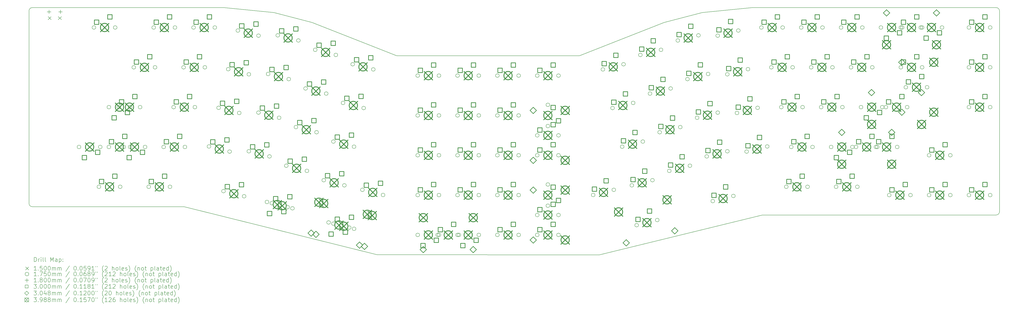
<source format=gbr>
%TF.GenerationSoftware,KiCad,Pcbnew,7.0.7*%
%TF.CreationDate,2023-09-16T21:00:51-07:00*%
%TF.ProjectId,pcb,7063622e-6b69-4636-9164-5f7063625858,rev?*%
%TF.SameCoordinates,Original*%
%TF.FileFunction,Drillmap*%
%TF.FilePolarity,Positive*%
%FSLAX45Y45*%
G04 Gerber Fmt 4.5, Leading zero omitted, Abs format (unit mm)*
G04 Created by KiCad (PCBNEW 7.0.7) date 2023-09-16 21:00:51*
%MOMM*%
%LPD*%
G01*
G04 APERTURE LIST*
%ADD10C,0.200000*%
%ADD11C,0.150000*%
%ADD12C,0.175000*%
%ADD13C,0.180000*%
%ADD14C,0.300000*%
%ADD15C,0.304800*%
%ADD16C,0.398780*%
G04 APERTURE END LIST*
D10*
X-1866900Y-35560000D02*
G75*
G03*
X-1708150Y-35718750I158750J0D01*
G01*
X-1708150Y-26193750D02*
G75*
G03*
X-1866900Y-26352500I0J-158750D01*
G01*
X7461250Y-26193750D02*
X-1708150Y-26193750D01*
X9842500Y-26431875D02*
X7461250Y-26193750D01*
X11668125Y-26908125D02*
X15716250Y-28495625D01*
X9842500Y-26431875D02*
X11668125Y-26908125D01*
X30321250Y-26431875D02*
X32702500Y-26193750D01*
X28495625Y-26908125D02*
X24447500Y-28495625D01*
X15716250Y-28495625D02*
X24447500Y-28495625D01*
X28495625Y-26908125D02*
X30321250Y-26431875D01*
X44529375Y-26352500D02*
G75*
G03*
X44370625Y-26193750I-158750J0D01*
G01*
X44370625Y-36115625D02*
G75*
G03*
X44529375Y-35956875I0J158750D01*
G01*
X32702500Y-26193750D02*
X44370625Y-26193750D01*
X44529375Y-35956875D02*
X44529375Y-26352500D01*
X44370625Y-36115625D02*
X33185100Y-36115625D01*
X33185100Y-36115625D02*
X25400000Y-38020625D01*
X14775000Y-38016250D02*
X5549900Y-35718750D01*
X-1708150Y-35718750D02*
X5549900Y-35718750D01*
X14775000Y-38016250D02*
X25400000Y-38020625D01*
X-1866900Y-26352500D02*
X-1866900Y-35560000D01*
D11*
X-952500Y-26624000D02*
X-802500Y-26774000D01*
X-802500Y-26624000D02*
X-952500Y-26774000D01*
X-467500Y-26624000D02*
X-317500Y-26774000D01*
X-317500Y-26624000D02*
X-467500Y-26774000D01*
D12*
X611375Y-32861250D02*
G75*
G03*
X611375Y-32861250I-87500J0D01*
G01*
X1325750Y-27146250D02*
G75*
G03*
X1325750Y-27146250I-87500J0D01*
G01*
X1563875Y-34766250D02*
G75*
G03*
X1563875Y-34766250I-87500J0D01*
G01*
X1627375Y-32861250D02*
G75*
G03*
X1627375Y-32861250I-87500J0D01*
G01*
X2040125Y-30956250D02*
G75*
G03*
X2040125Y-30956250I-87500J0D01*
G01*
X2040125Y-32861250D02*
G75*
G03*
X2040125Y-32861250I-87500J0D01*
G01*
X2341750Y-27146250D02*
G75*
G03*
X2341750Y-27146250I-87500J0D01*
G01*
X2516380Y-30956250D02*
G75*
G03*
X2516380Y-30956250I-87500J0D01*
G01*
X2579875Y-34766250D02*
G75*
G03*
X2579875Y-34766250I-87500J0D01*
G01*
X2754500Y-32861250D02*
G75*
G03*
X2754500Y-32861250I-87500J0D01*
G01*
X3056125Y-30956250D02*
G75*
G03*
X3056125Y-30956250I-87500J0D01*
G01*
X3056125Y-32861250D02*
G75*
G03*
X3056125Y-32861250I-87500J0D01*
G01*
X3230750Y-29051250D02*
G75*
G03*
X3230750Y-29051250I-87500J0D01*
G01*
X3532380Y-30956250D02*
G75*
G03*
X3532380Y-30956250I-87500J0D01*
G01*
X3770500Y-32861250D02*
G75*
G03*
X3770500Y-32861250I-87500J0D01*
G01*
X3945125Y-34766250D02*
G75*
G03*
X3945125Y-34766250I-87500J0D01*
G01*
X4183250Y-27146250D02*
G75*
G03*
X4183250Y-27146250I-87500J0D01*
G01*
X4246750Y-29051250D02*
G75*
G03*
X4246750Y-29051250I-87500J0D01*
G01*
X4659500Y-32861250D02*
G75*
G03*
X4659500Y-32861250I-87500J0D01*
G01*
X4961125Y-34766250D02*
G75*
G03*
X4961125Y-34766250I-87500J0D01*
G01*
X5135750Y-30956250D02*
G75*
G03*
X5135750Y-30956250I-87500J0D01*
G01*
X5199250Y-27146250D02*
G75*
G03*
X5199250Y-27146250I-87500J0D01*
G01*
X5612000Y-29051250D02*
G75*
G03*
X5612000Y-29051250I-87500J0D01*
G01*
X5675500Y-32861250D02*
G75*
G03*
X5675500Y-32861250I-87500J0D01*
G01*
X6088250Y-27146250D02*
G75*
G03*
X6088250Y-27146250I-87500J0D01*
G01*
X6151750Y-30956250D02*
G75*
G03*
X6151750Y-30956250I-87500J0D01*
G01*
X6628000Y-29051250D02*
G75*
G03*
X6628000Y-29051250I-87500J0D01*
G01*
X6824838Y-32836892D02*
G75*
G03*
X6824838Y-32836892I-87500J0D01*
G01*
X7104250Y-27146250D02*
G75*
G03*
X7104250Y-27146250I-87500J0D01*
G01*
X7285699Y-30988478D02*
G75*
G03*
X7285699Y-30988478I-87500J0D01*
G01*
X7519235Y-34973343D02*
G75*
G03*
X7519235Y-34973343I-87500J0D01*
G01*
X7746560Y-29140065D02*
G75*
G03*
X7746560Y-29140065I-87500J0D01*
G01*
X7810658Y-33082684D02*
G75*
G03*
X7810658Y-33082684I-87500J0D01*
G01*
X8207421Y-27291652D02*
G75*
G03*
X8207421Y-27291652I-87500J0D01*
G01*
X8271519Y-31234271D02*
G75*
G03*
X8271519Y-31234271I-87500J0D01*
G01*
X8505055Y-35219136D02*
G75*
G03*
X8505055Y-35219136I-87500J0D01*
G01*
X8730859Y-33066701D02*
G75*
G03*
X8730859Y-33066701I-87500J0D01*
G01*
X8732381Y-29385858D02*
G75*
G03*
X8732381Y-29385858I-87500J0D01*
G01*
X9191720Y-31218288D02*
G75*
G03*
X9191720Y-31218288I-87500J0D01*
G01*
X9193242Y-27537444D02*
G75*
G03*
X9193242Y-27537444I-87500J0D01*
G01*
X9597590Y-35492104D02*
G75*
G03*
X9597590Y-35492104I-87500J0D01*
G01*
X9652581Y-29369875D02*
G75*
G03*
X9652581Y-29369875I-87500J0D01*
G01*
X9716679Y-33312494D02*
G75*
G03*
X9716679Y-33312494I-87500J0D01*
G01*
X9829752Y-35549420D02*
G75*
G03*
X9829752Y-35549420I-87500J0D01*
G01*
X10113442Y-27521461D02*
G75*
G03*
X10113442Y-27521461I-87500J0D01*
G01*
X10177540Y-31464080D02*
G75*
G03*
X10177540Y-31464080I-87500J0D01*
G01*
X10521665Y-33758614D02*
G75*
G03*
X10521665Y-33758614I-87500J0D01*
G01*
X10583410Y-35737896D02*
G75*
G03*
X10583410Y-35737896I-87500J0D01*
G01*
X10638402Y-29615667D02*
G75*
G03*
X10638402Y-29615667I-87500J0D01*
G01*
X10815572Y-35795213D02*
G75*
G03*
X10815572Y-35795213I-87500J0D01*
G01*
X10982526Y-31910201D02*
G75*
G03*
X10982526Y-31910201I-87500J0D01*
G01*
X11099263Y-27767254D02*
G75*
G03*
X11099263Y-27767254I-87500J0D01*
G01*
X11443387Y-30061787D02*
G75*
G03*
X11443387Y-30061787I-87500J0D01*
G01*
X11507485Y-34004407D02*
G75*
G03*
X11507485Y-34004407I-87500J0D01*
G01*
X11904248Y-28213374D02*
G75*
G03*
X11904248Y-28213374I-87500J0D01*
G01*
X11968346Y-32155993D02*
G75*
G03*
X11968346Y-32155993I-87500J0D01*
G01*
X12312470Y-34450527D02*
G75*
G03*
X12312470Y-34450527I-87500J0D01*
G01*
X12429207Y-30307580D02*
G75*
G03*
X12429207Y-30307580I-87500J0D01*
G01*
X12543590Y-36471104D02*
G75*
G03*
X12543590Y-36471104I-87500J0D01*
G01*
X12773331Y-32602114D02*
G75*
G03*
X12773331Y-32602114I-87500J0D01*
G01*
X12775816Y-36529371D02*
G75*
G03*
X12775816Y-36529371I-87500J0D01*
G01*
X12890068Y-28459167D02*
G75*
G03*
X12890068Y-28459167I-87500J0D01*
G01*
X13234193Y-30753700D02*
G75*
G03*
X13234193Y-30753700I-87500J0D01*
G01*
X13298291Y-34696320D02*
G75*
G03*
X13298291Y-34696320I-87500J0D01*
G01*
X13529410Y-36716896D02*
G75*
G03*
X13529410Y-36716896I-87500J0D01*
G01*
X13695054Y-28905287D02*
G75*
G03*
X13695054Y-28905287I-87500J0D01*
G01*
X13759152Y-32847906D02*
G75*
G03*
X13759152Y-32847906I-87500J0D01*
G01*
X13761636Y-36775164D02*
G75*
G03*
X13761636Y-36775164I-87500J0D01*
G01*
X14160883Y-34911388D02*
G75*
G03*
X14160883Y-34911388I-87500J0D01*
G01*
X14220013Y-30999493D02*
G75*
G03*
X14220013Y-30999493I-87500J0D01*
G01*
X14680874Y-29151080D02*
G75*
G03*
X14680874Y-29151080I-87500J0D01*
G01*
X15146704Y-35157181D02*
G75*
G03*
X15146704Y-35157181I-87500J0D01*
G01*
X16803875Y-29448125D02*
G75*
G03*
X16803875Y-29448125I-87500J0D01*
G01*
X16803875Y-31353125D02*
G75*
G03*
X16803875Y-31353125I-87500J0D01*
G01*
X16803875Y-33258125D02*
G75*
G03*
X16803875Y-33258125I-87500J0D01*
G01*
X16803875Y-35163125D02*
G75*
G03*
X16803875Y-35163125I-87500J0D01*
G01*
X16803875Y-37068125D02*
G75*
G03*
X16803875Y-37068125I-87500J0D01*
G01*
X17756375Y-37068125D02*
G75*
G03*
X17756375Y-37068125I-87500J0D01*
G01*
X17819875Y-29448125D02*
G75*
G03*
X17819875Y-29448125I-87500J0D01*
G01*
X17819875Y-31353125D02*
G75*
G03*
X17819875Y-31353125I-87500J0D01*
G01*
X17819875Y-33258125D02*
G75*
G03*
X17819875Y-33258125I-87500J0D01*
G01*
X17819875Y-35163125D02*
G75*
G03*
X17819875Y-35163125I-87500J0D01*
G01*
X17819875Y-37068125D02*
G75*
G03*
X17819875Y-37068125I-87500J0D01*
G01*
X18708875Y-29448125D02*
G75*
G03*
X18708875Y-29448125I-87500J0D01*
G01*
X18708875Y-31353125D02*
G75*
G03*
X18708875Y-31353125I-87500J0D01*
G01*
X18708875Y-33258125D02*
G75*
G03*
X18708875Y-33258125I-87500J0D01*
G01*
X18708875Y-35163125D02*
G75*
G03*
X18708875Y-35163125I-87500J0D01*
G01*
X18708875Y-37068125D02*
G75*
G03*
X18708875Y-37068125I-87500J0D01*
G01*
X18772375Y-37068125D02*
G75*
G03*
X18772375Y-37068125I-87500J0D01*
G01*
X19724875Y-29448125D02*
G75*
G03*
X19724875Y-29448125I-87500J0D01*
G01*
X19724875Y-31353125D02*
G75*
G03*
X19724875Y-31353125I-87500J0D01*
G01*
X19724875Y-33258125D02*
G75*
G03*
X19724875Y-33258125I-87500J0D01*
G01*
X19724875Y-35163125D02*
G75*
G03*
X19724875Y-35163125I-87500J0D01*
G01*
X19724875Y-37068125D02*
G75*
G03*
X19724875Y-37068125I-87500J0D01*
G01*
X20613875Y-29448125D02*
G75*
G03*
X20613875Y-29448125I-87500J0D01*
G01*
X20613875Y-31353125D02*
G75*
G03*
X20613875Y-31353125I-87500J0D01*
G01*
X20613875Y-33258125D02*
G75*
G03*
X20613875Y-33258125I-87500J0D01*
G01*
X20613875Y-35163125D02*
G75*
G03*
X20613875Y-35163125I-87500J0D01*
G01*
X20613875Y-37068125D02*
G75*
G03*
X20613875Y-37068125I-87500J0D01*
G01*
X21629875Y-29448125D02*
G75*
G03*
X21629875Y-29448125I-87500J0D01*
G01*
X21629875Y-31353125D02*
G75*
G03*
X21629875Y-31353125I-87500J0D01*
G01*
X21629875Y-33258125D02*
G75*
G03*
X21629875Y-33258125I-87500J0D01*
G01*
X21629875Y-35163125D02*
G75*
G03*
X21629875Y-35163125I-87500J0D01*
G01*
X21629875Y-37068125D02*
G75*
G03*
X21629875Y-37068125I-87500J0D01*
G01*
X22518875Y-29448125D02*
G75*
G03*
X22518875Y-29448125I-87500J0D01*
G01*
X22518875Y-32305625D02*
G75*
G03*
X22518875Y-32305625I-87500J0D01*
G01*
X22518875Y-33258125D02*
G75*
G03*
X22518875Y-33258125I-87500J0D01*
G01*
X22518875Y-36115625D02*
G75*
G03*
X22518875Y-36115625I-87500J0D01*
G01*
X22518875Y-37068125D02*
G75*
G03*
X22518875Y-37068125I-87500J0D01*
G01*
X23026875Y-30845125D02*
G75*
G03*
X23026875Y-30845125I-87500J0D01*
G01*
X23026875Y-31861125D02*
G75*
G03*
X23026875Y-31861125I-87500J0D01*
G01*
X23026875Y-34655125D02*
G75*
G03*
X23026875Y-34655125I-87500J0D01*
G01*
X23026875Y-35671125D02*
G75*
G03*
X23026875Y-35671125I-87500J0D01*
G01*
X23534875Y-29448125D02*
G75*
G03*
X23534875Y-29448125I-87500J0D01*
G01*
X23534875Y-32305625D02*
G75*
G03*
X23534875Y-32305625I-87500J0D01*
G01*
X23534875Y-33258125D02*
G75*
G03*
X23534875Y-33258125I-87500J0D01*
G01*
X23534875Y-36115625D02*
G75*
G03*
X23534875Y-36115625I-87500J0D01*
G01*
X23534875Y-37068125D02*
G75*
G03*
X23534875Y-37068125I-87500J0D01*
G01*
X25192046Y-35157181D02*
G75*
G03*
X25192046Y-35157181I-87500J0D01*
G01*
X25657876Y-29151080D02*
G75*
G03*
X25657876Y-29151080I-87500J0D01*
G01*
X26118737Y-30999493D02*
G75*
G03*
X26118737Y-30999493I-87500J0D01*
G01*
X26177866Y-34911388D02*
G75*
G03*
X26177866Y-34911388I-87500J0D01*
G01*
X26579598Y-32847906D02*
G75*
G03*
X26579598Y-32847906I-87500J0D01*
G01*
X26643696Y-28905287D02*
G75*
G03*
X26643696Y-28905287I-87500J0D01*
G01*
X27040459Y-34696320D02*
G75*
G03*
X27040459Y-34696320I-87500J0D01*
G01*
X27104557Y-30753700D02*
G75*
G03*
X27104557Y-30753700I-87500J0D01*
G01*
X27270269Y-36602341D02*
G75*
G03*
X27270269Y-36602341I-87500J0D01*
G01*
X27448681Y-28459167D02*
G75*
G03*
X27448681Y-28459167I-87500J0D01*
G01*
X27565419Y-32602114D02*
G75*
G03*
X27565419Y-32602114I-87500J0D01*
G01*
X27909543Y-30307580D02*
G75*
G03*
X27909543Y-30307580I-87500J0D01*
G01*
X28026280Y-34450527D02*
G75*
G03*
X28026280Y-34450527I-87500J0D01*
G01*
X28256089Y-36356548D02*
G75*
G03*
X28256089Y-36356548I-87500J0D01*
G01*
X28370404Y-32155993D02*
G75*
G03*
X28370404Y-32155993I-87500J0D01*
G01*
X28434502Y-28213374D02*
G75*
G03*
X28434502Y-28213374I-87500J0D01*
G01*
X28831265Y-34004407D02*
G75*
G03*
X28831265Y-34004407I-87500J0D01*
G01*
X28895363Y-30061787D02*
G75*
G03*
X28895363Y-30061787I-87500J0D01*
G01*
X29239487Y-27767254D02*
G75*
G03*
X29239487Y-27767254I-87500J0D01*
G01*
X29356224Y-31910201D02*
G75*
G03*
X29356224Y-31910201I-87500J0D01*
G01*
X29700348Y-29615667D02*
G75*
G03*
X29700348Y-29615667I-87500J0D01*
G01*
X29817085Y-33758614D02*
G75*
G03*
X29817085Y-33758614I-87500J0D01*
G01*
X30161210Y-31464080D02*
G75*
G03*
X30161210Y-31464080I-87500J0D01*
G01*
X30225308Y-27521461D02*
G75*
G03*
X30225308Y-27521461I-87500J0D01*
G01*
X30622071Y-33312494D02*
G75*
G03*
X30622071Y-33312494I-87500J0D01*
G01*
X30686169Y-29369875D02*
G75*
G03*
X30686169Y-29369875I-87500J0D01*
G01*
X30909488Y-35449567D02*
G75*
G03*
X30909488Y-35449567I-87500J0D01*
G01*
X31145508Y-27537444D02*
G75*
G03*
X31145508Y-27537444I-87500J0D01*
G01*
X31147030Y-31218288D02*
G75*
G03*
X31147030Y-31218288I-87500J0D01*
G01*
X31606369Y-29385858D02*
G75*
G03*
X31606369Y-29385858I-87500J0D01*
G01*
X31607891Y-33066701D02*
G75*
G03*
X31607891Y-33066701I-87500J0D01*
G01*
X31895308Y-35203774D02*
G75*
G03*
X31895308Y-35203774I-87500J0D01*
G01*
X32067231Y-31234271D02*
G75*
G03*
X32067231Y-31234271I-87500J0D01*
G01*
X32131329Y-27291652D02*
G75*
G03*
X32131329Y-27291652I-87500J0D01*
G01*
X32528092Y-33082684D02*
G75*
G03*
X32528092Y-33082684I-87500J0D01*
G01*
X32592190Y-29140065D02*
G75*
G03*
X32592190Y-29140065I-87500J0D01*
G01*
X33053051Y-30988478D02*
G75*
G03*
X33053051Y-30988478I-87500J0D01*
G01*
X33234500Y-27146250D02*
G75*
G03*
X33234500Y-27146250I-87500J0D01*
G01*
X33513912Y-32836892D02*
G75*
G03*
X33513912Y-32836892I-87500J0D01*
G01*
X33710750Y-29051250D02*
G75*
G03*
X33710750Y-29051250I-87500J0D01*
G01*
X34187000Y-30956250D02*
G75*
G03*
X34187000Y-30956250I-87500J0D01*
G01*
X34250500Y-27146250D02*
G75*
G03*
X34250500Y-27146250I-87500J0D01*
G01*
X34425125Y-34766250D02*
G75*
G03*
X34425125Y-34766250I-87500J0D01*
G01*
X34663250Y-32861250D02*
G75*
G03*
X34663250Y-32861250I-87500J0D01*
G01*
X34726750Y-29051250D02*
G75*
G03*
X34726750Y-29051250I-87500J0D01*
G01*
X35139500Y-27146250D02*
G75*
G03*
X35139500Y-27146250I-87500J0D01*
G01*
X35203000Y-30956250D02*
G75*
G03*
X35203000Y-30956250I-87500J0D01*
G01*
X35441125Y-34766250D02*
G75*
G03*
X35441125Y-34766250I-87500J0D01*
G01*
X35615750Y-29051250D02*
G75*
G03*
X35615750Y-29051250I-87500J0D01*
G01*
X35679250Y-32861250D02*
G75*
G03*
X35679250Y-32861250I-87500J0D01*
G01*
X36092000Y-30956250D02*
G75*
G03*
X36092000Y-30956250I-87500J0D01*
G01*
X36155500Y-27146250D02*
G75*
G03*
X36155500Y-27146250I-87500J0D01*
G01*
X36568250Y-32861250D02*
G75*
G03*
X36568250Y-32861250I-87500J0D01*
G01*
X36631750Y-29051250D02*
G75*
G03*
X36631750Y-29051250I-87500J0D01*
G01*
X36806375Y-34766250D02*
G75*
G03*
X36806375Y-34766250I-87500J0D01*
G01*
X37044500Y-27146250D02*
G75*
G03*
X37044500Y-27146250I-87500J0D01*
G01*
X37108000Y-30956250D02*
G75*
G03*
X37108000Y-30956250I-87500J0D01*
G01*
X37520750Y-29051250D02*
G75*
G03*
X37520750Y-29051250I-87500J0D01*
G01*
X37584250Y-32861250D02*
G75*
G03*
X37584250Y-32861250I-87500J0D01*
G01*
X37758875Y-32861250D02*
G75*
G03*
X37758875Y-32861250I-87500J0D01*
G01*
X37822375Y-34766250D02*
G75*
G03*
X37822375Y-34766250I-87500J0D01*
G01*
X37997000Y-30956250D02*
G75*
G03*
X37997000Y-30956250I-87500J0D01*
G01*
X38060500Y-27146250D02*
G75*
G03*
X38060500Y-27146250I-87500J0D01*
G01*
X38536750Y-29051250D02*
G75*
G03*
X38536750Y-29051250I-87500J0D01*
G01*
X38711375Y-32861250D02*
G75*
G03*
X38711375Y-32861250I-87500J0D01*
G01*
X38774875Y-32861250D02*
G75*
G03*
X38774875Y-32861250I-87500J0D01*
G01*
X38949500Y-27146250D02*
G75*
G03*
X38949500Y-27146250I-87500J0D01*
G01*
X39013000Y-30956250D02*
G75*
G03*
X39013000Y-30956250I-87500J0D01*
G01*
X39187625Y-30956250D02*
G75*
G03*
X39187625Y-30956250I-87500J0D01*
G01*
X39346375Y-35163125D02*
G75*
G03*
X39346375Y-35163125I-87500J0D01*
G01*
X39727375Y-32861250D02*
G75*
G03*
X39727375Y-32861250I-87500J0D01*
G01*
X39902000Y-27146250D02*
G75*
G03*
X39902000Y-27146250I-87500J0D01*
G01*
X39902000Y-29051250D02*
G75*
G03*
X39902000Y-29051250I-87500J0D01*
G01*
X39965500Y-27146250D02*
G75*
G03*
X39965500Y-27146250I-87500J0D01*
G01*
X40140125Y-30003750D02*
G75*
G03*
X40140125Y-30003750I-87500J0D01*
G01*
X40203625Y-30956250D02*
G75*
G03*
X40203625Y-30956250I-87500J0D01*
G01*
X40362375Y-35163125D02*
G75*
G03*
X40362375Y-35163125I-87500J0D01*
G01*
X40854500Y-27146250D02*
G75*
G03*
X40854500Y-27146250I-87500J0D01*
G01*
X40918000Y-27146250D02*
G75*
G03*
X40918000Y-27146250I-87500J0D01*
G01*
X40918000Y-29051250D02*
G75*
G03*
X40918000Y-29051250I-87500J0D01*
G01*
X41156125Y-30003750D02*
G75*
G03*
X41156125Y-30003750I-87500J0D01*
G01*
X41251375Y-33258125D02*
G75*
G03*
X41251375Y-33258125I-87500J0D01*
G01*
X41251375Y-35163125D02*
G75*
G03*
X41251375Y-35163125I-87500J0D01*
G01*
X41870500Y-27146250D02*
G75*
G03*
X41870500Y-27146250I-87500J0D01*
G01*
X42267375Y-33258125D02*
G75*
G03*
X42267375Y-33258125I-87500J0D01*
G01*
X42267375Y-35163125D02*
G75*
G03*
X42267375Y-35163125I-87500J0D01*
G01*
X43156375Y-27146250D02*
G75*
G03*
X43156375Y-27146250I-87500J0D01*
G01*
X43156375Y-29051250D02*
G75*
G03*
X43156375Y-29051250I-87500J0D01*
G01*
X43156375Y-30956250D02*
G75*
G03*
X43156375Y-30956250I-87500J0D01*
G01*
X43156375Y-35163125D02*
G75*
G03*
X43156375Y-35163125I-87500J0D01*
G01*
X44172375Y-27146250D02*
G75*
G03*
X44172375Y-27146250I-87500J0D01*
G01*
X44172375Y-29051250D02*
G75*
G03*
X44172375Y-29051250I-87500J0D01*
G01*
X44172375Y-30956250D02*
G75*
G03*
X44172375Y-30956250I-87500J0D01*
G01*
X44172375Y-35163125D02*
G75*
G03*
X44172375Y-35163125I-87500J0D01*
G01*
D13*
X-907500Y-26306000D02*
X-907500Y-26486000D01*
X-997500Y-26396000D02*
X-817500Y-26396000D01*
X-362500Y-26306000D02*
X-362500Y-26486000D01*
X-452500Y-26396000D02*
X-272500Y-26396000D01*
D14*
X883942Y-33475317D02*
X883942Y-33263183D01*
X671808Y-33263183D01*
X671808Y-33475317D01*
X883942Y-33475317D01*
X1471317Y-26998317D02*
X1471317Y-26786183D01*
X1259183Y-26786183D01*
X1259183Y-26998317D01*
X1471317Y-26998317D01*
X1518942Y-33221317D02*
X1518942Y-33009183D01*
X1306808Y-33009183D01*
X1306808Y-33221317D01*
X1518942Y-33221317D01*
X1709442Y-34618317D02*
X1709442Y-34406183D01*
X1497308Y-34406183D01*
X1497308Y-34618317D01*
X1709442Y-34618317D01*
X2106317Y-26744317D02*
X2106317Y-26532183D01*
X1894183Y-26532183D01*
X1894183Y-26744317D01*
X2106317Y-26744317D01*
X2185692Y-32713317D02*
X2185692Y-32501183D01*
X1973558Y-32501183D01*
X1973558Y-32713317D01*
X2185692Y-32713317D01*
X2312692Y-31570317D02*
X2312692Y-31358183D01*
X2100558Y-31358183D01*
X2100558Y-31570317D01*
X2312692Y-31570317D01*
X2344442Y-34364317D02*
X2344442Y-34152183D01*
X2132308Y-34152183D01*
X2132308Y-34364317D01*
X2344442Y-34364317D01*
X2661947Y-30808317D02*
X2661947Y-30596183D01*
X2449813Y-30596183D01*
X2449813Y-30808317D01*
X2661947Y-30808317D01*
X2820692Y-32459317D02*
X2820692Y-32247183D01*
X2608558Y-32247183D01*
X2608558Y-32459317D01*
X2820692Y-32459317D01*
X2947692Y-31316317D02*
X2947692Y-31104183D01*
X2735558Y-31104183D01*
X2735558Y-31316317D01*
X2947692Y-31316317D01*
X3027067Y-33475317D02*
X3027067Y-33263183D01*
X2814933Y-33263183D01*
X2814933Y-33475317D01*
X3027067Y-33475317D01*
X3296947Y-30554317D02*
X3296947Y-30342183D01*
X3084813Y-30342183D01*
X3084813Y-30554317D01*
X3296947Y-30554317D01*
X3376317Y-28903317D02*
X3376317Y-28691183D01*
X3164183Y-28691183D01*
X3164183Y-28903317D01*
X3376317Y-28903317D01*
X3662067Y-33221317D02*
X3662067Y-33009183D01*
X3449933Y-33009183D01*
X3449933Y-33221317D01*
X3662067Y-33221317D01*
X4011317Y-28649317D02*
X4011317Y-28437183D01*
X3799183Y-28437183D01*
X3799183Y-28649317D01*
X4011317Y-28649317D01*
X4090692Y-34618317D02*
X4090692Y-34406183D01*
X3878558Y-34406183D01*
X3878558Y-34618317D01*
X4090692Y-34618317D01*
X4328817Y-26998317D02*
X4328817Y-26786183D01*
X4116683Y-26786183D01*
X4116683Y-26998317D01*
X4328817Y-26998317D01*
X4725692Y-34364317D02*
X4725692Y-34152183D01*
X4513558Y-34152183D01*
X4513558Y-34364317D01*
X4725692Y-34364317D01*
X4805067Y-32713317D02*
X4805067Y-32501183D01*
X4592933Y-32501183D01*
X4592933Y-32713317D01*
X4805067Y-32713317D01*
X4963817Y-26744317D02*
X4963817Y-26532183D01*
X4751683Y-26532183D01*
X4751683Y-26744317D01*
X4963817Y-26744317D01*
X5281317Y-30808317D02*
X5281317Y-30596183D01*
X5069183Y-30596183D01*
X5069183Y-30808317D01*
X5281317Y-30808317D01*
X5440067Y-32459317D02*
X5440067Y-32247183D01*
X5227933Y-32247183D01*
X5227933Y-32459317D01*
X5440067Y-32459317D01*
X5757567Y-28903317D02*
X5757567Y-28691183D01*
X5545433Y-28691183D01*
X5545433Y-28903317D01*
X5757567Y-28903317D01*
X5916317Y-30554317D02*
X5916317Y-30342183D01*
X5704183Y-30342183D01*
X5704183Y-30554317D01*
X5916317Y-30554317D01*
X6233817Y-26998317D02*
X6233817Y-26786183D01*
X6021683Y-26786183D01*
X6021683Y-26998317D01*
X6233817Y-26998317D01*
X6392567Y-28649317D02*
X6392567Y-28437183D01*
X6180433Y-28437183D01*
X6180433Y-28649317D01*
X6392567Y-28649317D01*
X6868817Y-26744317D02*
X6868817Y-26532183D01*
X6656683Y-26532183D01*
X6656683Y-26744317D01*
X6868817Y-26744317D01*
X7028080Y-32727228D02*
X7028080Y-32515094D01*
X6815946Y-32515094D01*
X6815946Y-32727228D01*
X7028080Y-32727228D01*
X7488942Y-30878814D02*
X7488942Y-30666680D01*
X7276808Y-30666680D01*
X7276808Y-30878814D01*
X7488942Y-30878814D01*
X7705666Y-32634393D02*
X7705666Y-32422259D01*
X7493532Y-32422259D01*
X7493532Y-32634393D01*
X7705666Y-32634393D01*
X7722478Y-34863679D02*
X7722478Y-34651545D01*
X7510344Y-34651545D01*
X7510344Y-34863679D01*
X7722478Y-34863679D01*
X7949803Y-29030401D02*
X7949803Y-28818267D01*
X7737669Y-28818267D01*
X7737669Y-29030401D01*
X7949803Y-29030401D01*
X8166528Y-30785980D02*
X8166528Y-30573846D01*
X7954394Y-30573846D01*
X7954394Y-30785980D01*
X8166528Y-30785980D01*
X8400064Y-34770845D02*
X8400064Y-34558711D01*
X8187929Y-34558711D01*
X8187929Y-34770845D01*
X8400064Y-34770845D01*
X8410664Y-27181988D02*
X8410664Y-26969854D01*
X8198530Y-26969854D01*
X8198530Y-27181988D01*
X8410664Y-27181988D01*
X8627389Y-28937566D02*
X8627389Y-28725432D01*
X8415255Y-28725432D01*
X8415255Y-28937566D01*
X8627389Y-28937566D01*
X8934102Y-32957037D02*
X8934102Y-32744903D01*
X8721968Y-32744903D01*
X8721968Y-32957037D01*
X8934102Y-32957037D01*
X9088250Y-27089153D02*
X9088250Y-26877019D01*
X8876116Y-26877019D01*
X8876116Y-27089153D01*
X9088250Y-27089153D01*
X9394963Y-31108624D02*
X9394963Y-30896490D01*
X9182829Y-30896490D01*
X9182829Y-31108624D01*
X9394963Y-31108624D01*
X9611687Y-32864202D02*
X9611687Y-32652068D01*
X9399553Y-32652068D01*
X9399553Y-32864202D01*
X9611687Y-32864202D01*
X9739716Y-36152529D02*
X9739716Y-35940395D01*
X9527582Y-35940395D01*
X9527582Y-36152529D01*
X9739716Y-36152529D01*
X9855824Y-29260210D02*
X9855824Y-29048076D01*
X9643690Y-29048076D01*
X9643690Y-29260210D01*
X9855824Y-29260210D01*
X10032994Y-35439756D02*
X10032994Y-35227622D01*
X9820860Y-35227622D01*
X9820860Y-35439756D01*
X10032994Y-35439756D01*
X10072549Y-31015789D02*
X10072549Y-30803655D01*
X9860415Y-30803655D01*
X9860415Y-31015789D01*
X10072549Y-31015789D01*
X10316685Y-27411797D02*
X10316685Y-27199663D01*
X10104551Y-27199663D01*
X10104551Y-27411797D01*
X10316685Y-27411797D01*
X10417302Y-36059694D02*
X10417302Y-35847560D01*
X10205168Y-35847560D01*
X10205168Y-36059694D01*
X10417302Y-36059694D01*
X10533410Y-29167376D02*
X10533410Y-28955242D01*
X10321276Y-28955242D01*
X10321276Y-29167376D01*
X10533410Y-29167376D01*
X10710580Y-35346921D02*
X10710580Y-35134787D01*
X10498446Y-35134787D01*
X10498446Y-35346921D01*
X10710580Y-35346921D01*
X10724907Y-33648950D02*
X10724907Y-33436816D01*
X10512773Y-33436816D01*
X10512773Y-33648950D01*
X10724907Y-33648950D01*
X10994271Y-27318962D02*
X10994271Y-27106828D01*
X10782137Y-27106828D01*
X10782137Y-27318962D01*
X10994271Y-27318962D01*
X11185768Y-31800537D02*
X11185768Y-31588403D01*
X10973634Y-31588403D01*
X10973634Y-31800537D01*
X11185768Y-31800537D01*
X11402493Y-33556115D02*
X11402493Y-33343981D01*
X11190359Y-33343981D01*
X11190359Y-33556115D01*
X11402493Y-33556115D01*
X11646630Y-29952123D02*
X11646630Y-29739989D01*
X11434496Y-29739989D01*
X11434496Y-29952123D01*
X11646630Y-29952123D01*
X11863354Y-31707702D02*
X11863354Y-31495568D01*
X11651220Y-31495568D01*
X11651220Y-31707702D01*
X11863354Y-31707702D01*
X12107491Y-28103710D02*
X12107491Y-27891576D01*
X11895357Y-27891576D01*
X11895357Y-28103710D01*
X12107491Y-28103710D01*
X12324215Y-29859289D02*
X12324215Y-29647155D01*
X12112081Y-29647155D01*
X12112081Y-29859289D01*
X12324215Y-29859289D01*
X12515713Y-34340863D02*
X12515713Y-34128729D01*
X12303579Y-34128729D01*
X12303579Y-34340863D01*
X12515713Y-34340863D01*
X12685716Y-37131529D02*
X12685716Y-36919395D01*
X12473582Y-36919395D01*
X12473582Y-37131529D01*
X12685716Y-37131529D01*
X12785077Y-28010875D02*
X12785077Y-27798741D01*
X12572943Y-27798741D01*
X12572943Y-28010875D01*
X12785077Y-28010875D01*
X12976574Y-32492450D02*
X12976574Y-32280316D01*
X12764440Y-32280316D01*
X12764440Y-32492450D01*
X12976574Y-32492450D01*
X12979058Y-36419707D02*
X12979058Y-36207573D01*
X12766924Y-36207573D01*
X12766924Y-36419707D01*
X12979058Y-36419707D01*
X13193299Y-34248028D02*
X13193299Y-34035894D01*
X12981165Y-34035894D01*
X12981165Y-34248028D01*
X13193299Y-34248028D01*
X13363301Y-37038694D02*
X13363301Y-36826560D01*
X13151167Y-36826560D01*
X13151167Y-37038694D01*
X13363301Y-37038694D01*
X13437435Y-30644036D02*
X13437435Y-30431902D01*
X13225301Y-30431902D01*
X13225301Y-30644036D01*
X13437435Y-30644036D01*
X13654160Y-32399615D02*
X13654160Y-32187481D01*
X13442026Y-32187481D01*
X13442026Y-32399615D01*
X13654160Y-32399615D01*
X13656644Y-36326872D02*
X13656644Y-36114738D01*
X13444510Y-36114738D01*
X13444510Y-36326872D01*
X13656644Y-36326872D01*
X13898296Y-28795623D02*
X13898296Y-28583489D01*
X13686162Y-28583489D01*
X13686162Y-28795623D01*
X13898296Y-28795623D01*
X14115021Y-30551201D02*
X14115021Y-30339067D01*
X13902887Y-30339067D01*
X13902887Y-30551201D01*
X14115021Y-30551201D01*
X14364126Y-34801724D02*
X14364126Y-34589590D01*
X14151992Y-34589590D01*
X14151992Y-34801724D01*
X14364126Y-34801724D01*
X14575882Y-28702788D02*
X14575882Y-28490654D01*
X14363748Y-28490654D01*
X14363748Y-28702788D01*
X14575882Y-28702788D01*
X15041712Y-34708890D02*
X15041712Y-34496756D01*
X14829578Y-34496756D01*
X14829578Y-34708890D01*
X15041712Y-34708890D01*
X16949442Y-29300192D02*
X16949442Y-29088058D01*
X16737308Y-29088058D01*
X16737308Y-29300192D01*
X16949442Y-29300192D01*
X16949442Y-31205192D02*
X16949442Y-30993058D01*
X16737308Y-30993058D01*
X16737308Y-31205192D01*
X16949442Y-31205192D01*
X16949442Y-33110192D02*
X16949442Y-32898058D01*
X16737308Y-32898058D01*
X16737308Y-33110192D01*
X16949442Y-33110192D01*
X16949442Y-35015192D02*
X16949442Y-34803058D01*
X16737308Y-34803058D01*
X16737308Y-35015192D01*
X16949442Y-35015192D01*
X17076442Y-37682192D02*
X17076442Y-37470058D01*
X16864308Y-37470058D01*
X16864308Y-37682192D01*
X17076442Y-37682192D01*
X17584442Y-29046192D02*
X17584442Y-28834058D01*
X17372308Y-28834058D01*
X17372308Y-29046192D01*
X17584442Y-29046192D01*
X17584442Y-30951192D02*
X17584442Y-30739058D01*
X17372308Y-30739058D01*
X17372308Y-30951192D01*
X17584442Y-30951192D01*
X17584442Y-32856192D02*
X17584442Y-32644058D01*
X17372308Y-32644058D01*
X17372308Y-32856192D01*
X17584442Y-32856192D01*
X17584442Y-34761192D02*
X17584442Y-34549058D01*
X17372308Y-34549058D01*
X17372308Y-34761192D01*
X17584442Y-34761192D01*
X17711442Y-37428192D02*
X17711442Y-37216058D01*
X17499308Y-37216058D01*
X17499308Y-37428192D01*
X17711442Y-37428192D01*
X17901942Y-36920192D02*
X17901942Y-36708058D01*
X17689808Y-36708058D01*
X17689808Y-36920192D01*
X17901942Y-36920192D01*
X18536942Y-36666192D02*
X18536942Y-36454058D01*
X18324808Y-36454058D01*
X18324808Y-36666192D01*
X18536942Y-36666192D01*
X18854442Y-29300192D02*
X18854442Y-29088058D01*
X18642308Y-29088058D01*
X18642308Y-29300192D01*
X18854442Y-29300192D01*
X18854442Y-31205192D02*
X18854442Y-30993058D01*
X18642308Y-30993058D01*
X18642308Y-31205192D01*
X18854442Y-31205192D01*
X18854442Y-33110192D02*
X18854442Y-32898058D01*
X18642308Y-32898058D01*
X18642308Y-33110192D01*
X18854442Y-33110192D01*
X18854442Y-35015192D02*
X18854442Y-34803058D01*
X18642308Y-34803058D01*
X18642308Y-35015192D01*
X18854442Y-35015192D01*
X18981442Y-37682192D02*
X18981442Y-37470058D01*
X18769308Y-37470058D01*
X18769308Y-37682192D01*
X18981442Y-37682192D01*
X19489442Y-29046192D02*
X19489442Y-28834058D01*
X19277308Y-28834058D01*
X19277308Y-29046192D01*
X19489442Y-29046192D01*
X19489442Y-30951192D02*
X19489442Y-30739058D01*
X19277308Y-30739058D01*
X19277308Y-30951192D01*
X19489442Y-30951192D01*
X19489442Y-32856192D02*
X19489442Y-32644058D01*
X19277308Y-32644058D01*
X19277308Y-32856192D01*
X19489442Y-32856192D01*
X19489442Y-34761192D02*
X19489442Y-34549058D01*
X19277308Y-34549058D01*
X19277308Y-34761192D01*
X19489442Y-34761192D01*
X19616442Y-37428192D02*
X19616442Y-37216058D01*
X19404308Y-37216058D01*
X19404308Y-37428192D01*
X19616442Y-37428192D01*
X20759442Y-29300192D02*
X20759442Y-29088058D01*
X20547308Y-29088058D01*
X20547308Y-29300192D01*
X20759442Y-29300192D01*
X20759442Y-31205192D02*
X20759442Y-30993058D01*
X20547308Y-30993058D01*
X20547308Y-31205192D01*
X20759442Y-31205192D01*
X20759442Y-33110192D02*
X20759442Y-32898058D01*
X20547308Y-32898058D01*
X20547308Y-33110192D01*
X20759442Y-33110192D01*
X20759442Y-35015192D02*
X20759442Y-34803058D01*
X20547308Y-34803058D01*
X20547308Y-35015192D01*
X20759442Y-35015192D01*
X20759442Y-36920192D02*
X20759442Y-36708058D01*
X20547308Y-36708058D01*
X20547308Y-36920192D01*
X20759442Y-36920192D01*
X21394442Y-29046192D02*
X21394442Y-28834058D01*
X21182308Y-28834058D01*
X21182308Y-29046192D01*
X21394442Y-29046192D01*
X21394442Y-30951192D02*
X21394442Y-30739058D01*
X21182308Y-30739058D01*
X21182308Y-30951192D01*
X21394442Y-30951192D01*
X21394442Y-32856192D02*
X21394442Y-32644058D01*
X21182308Y-32644058D01*
X21182308Y-32856192D01*
X21394442Y-32856192D01*
X21394442Y-34761192D02*
X21394442Y-34549058D01*
X21182308Y-34549058D01*
X21182308Y-34761192D01*
X21394442Y-34761192D01*
X21394442Y-36666192D02*
X21394442Y-36454058D01*
X21182308Y-36454058D01*
X21182308Y-36666192D01*
X21394442Y-36666192D01*
X22664442Y-29300192D02*
X22664442Y-29088058D01*
X22452308Y-29088058D01*
X22452308Y-29300192D01*
X22664442Y-29300192D01*
X22664442Y-32157692D02*
X22664442Y-31945558D01*
X22452308Y-31945558D01*
X22452308Y-32157692D01*
X22664442Y-32157692D01*
X22664442Y-33110192D02*
X22664442Y-32898058D01*
X22452308Y-32898058D01*
X22452308Y-33110192D01*
X22664442Y-33110192D01*
X22664442Y-35967692D02*
X22664442Y-35755558D01*
X22452308Y-35755558D01*
X22452308Y-35967692D01*
X22664442Y-35967692D01*
X22664442Y-36920192D02*
X22664442Y-36708058D01*
X22452308Y-36708058D01*
X22452308Y-36920192D01*
X22664442Y-36920192D01*
X23299442Y-29046192D02*
X23299442Y-28834058D01*
X23087308Y-28834058D01*
X23087308Y-29046192D01*
X23299442Y-29046192D01*
X23299442Y-31078192D02*
X23299442Y-30866058D01*
X23087308Y-30866058D01*
X23087308Y-31078192D01*
X23299442Y-31078192D01*
X23299442Y-31903692D02*
X23299442Y-31691558D01*
X23087308Y-31691558D01*
X23087308Y-31903692D01*
X23299442Y-31903692D01*
X23299442Y-32856192D02*
X23299442Y-32644058D01*
X23087308Y-32644058D01*
X23087308Y-32856192D01*
X23299442Y-32856192D01*
X23299442Y-34888192D02*
X23299442Y-34676058D01*
X23087308Y-34676058D01*
X23087308Y-34888192D01*
X23299442Y-34888192D01*
X23299442Y-35713692D02*
X23299442Y-35501558D01*
X23087308Y-35501558D01*
X23087308Y-35713692D01*
X23299442Y-35713692D01*
X23299442Y-36666192D02*
X23299442Y-36454058D01*
X23087308Y-36454058D01*
X23087308Y-36666192D01*
X23299442Y-36666192D01*
X23553442Y-31713192D02*
X23553442Y-31501058D01*
X23341308Y-31501058D01*
X23341308Y-31713192D01*
X23553442Y-31713192D01*
X23553442Y-35523192D02*
X23553442Y-35311058D01*
X23341308Y-35311058D01*
X23341308Y-35523192D01*
X23553442Y-35523192D01*
X25272392Y-34986069D02*
X25272392Y-34773935D01*
X25060258Y-34773935D01*
X25060258Y-34986069D01*
X25272392Y-34986069D01*
X25738222Y-28979967D02*
X25738222Y-28767833D01*
X25526088Y-28767833D01*
X25526088Y-28979967D01*
X25738222Y-28979967D01*
X25827082Y-34585993D02*
X25827082Y-34373859D01*
X25614948Y-34373859D01*
X25614948Y-34585993D01*
X25827082Y-34585993D01*
X26199083Y-30828381D02*
X26199083Y-30616247D01*
X25986949Y-30616247D01*
X25986949Y-30828381D01*
X26199083Y-30828381D01*
X26292912Y-28579892D02*
X26292912Y-28367758D01*
X26080778Y-28367758D01*
X26080778Y-28579892D01*
X26292912Y-28579892D01*
X26659945Y-32676794D02*
X26659945Y-32464660D01*
X26447811Y-32464660D01*
X26447811Y-32676794D01*
X26659945Y-32676794D01*
X26753773Y-30428305D02*
X26753773Y-30216171D01*
X26541639Y-30216171D01*
X26541639Y-30428305D01*
X26753773Y-30428305D01*
X27120806Y-34525207D02*
X27120806Y-34313073D01*
X26908672Y-34313073D01*
X26908672Y-34525207D01*
X27120806Y-34525207D01*
X27214634Y-32276719D02*
X27214634Y-32064585D01*
X27002500Y-32064585D01*
X27002500Y-32276719D01*
X27214634Y-32276719D01*
X27350615Y-36431229D02*
X27350615Y-36219095D01*
X27138481Y-36219095D01*
X27138481Y-36431229D01*
X27350615Y-36431229D01*
X27529028Y-28288054D02*
X27529028Y-28075920D01*
X27316894Y-28075920D01*
X27316894Y-28288054D01*
X27529028Y-28288054D01*
X27675495Y-34125132D02*
X27675495Y-33912998D01*
X27463361Y-33912998D01*
X27463361Y-34125132D01*
X27675495Y-34125132D01*
X27905305Y-36031153D02*
X27905305Y-35819019D01*
X27693171Y-35819019D01*
X27693171Y-36031153D01*
X27905305Y-36031153D01*
X27989889Y-30136468D02*
X27989889Y-29924334D01*
X27777755Y-29924334D01*
X27777755Y-30136468D01*
X27989889Y-30136468D01*
X28083717Y-27887979D02*
X28083717Y-27675845D01*
X27871583Y-27675845D01*
X27871583Y-27887979D01*
X28083717Y-27887979D01*
X28450750Y-31984881D02*
X28450750Y-31772747D01*
X28238616Y-31772747D01*
X28238616Y-31984881D01*
X28450750Y-31984881D01*
X28544579Y-29736392D02*
X28544579Y-29524258D01*
X28332445Y-29524258D01*
X28332445Y-29736392D01*
X28544579Y-29736392D01*
X28911611Y-33833295D02*
X28911611Y-33621161D01*
X28699477Y-33621161D01*
X28699477Y-33833295D01*
X28911611Y-33833295D01*
X29005440Y-31584806D02*
X29005440Y-31372672D01*
X28793306Y-31372672D01*
X28793306Y-31584806D01*
X29005440Y-31584806D01*
X29319834Y-27596142D02*
X29319834Y-27384008D01*
X29107700Y-27384008D01*
X29107700Y-27596142D01*
X29319834Y-27596142D01*
X29466301Y-33433219D02*
X29466301Y-33221085D01*
X29254167Y-33221085D01*
X29254167Y-33433219D01*
X29466301Y-33433219D01*
X29780695Y-29444555D02*
X29780695Y-29232421D01*
X29568561Y-29232421D01*
X29568561Y-29444555D01*
X29780695Y-29444555D01*
X29874523Y-27196066D02*
X29874523Y-26983932D01*
X29662389Y-26983932D01*
X29662389Y-27196066D01*
X29874523Y-27196066D01*
X30241556Y-31292968D02*
X30241556Y-31080834D01*
X30029422Y-31080834D01*
X30029422Y-31292968D01*
X30241556Y-31292968D01*
X30335384Y-29044479D02*
X30335384Y-28832345D01*
X30123250Y-28832345D01*
X30123250Y-29044479D01*
X30335384Y-29044479D01*
X30702417Y-33141382D02*
X30702417Y-32929248D01*
X30490283Y-32929248D01*
X30490283Y-33141382D01*
X30702417Y-33141382D01*
X30796246Y-30892893D02*
X30796246Y-30680759D01*
X30584112Y-30680759D01*
X30584112Y-30892893D01*
X30796246Y-30892893D01*
X30989834Y-35278454D02*
X30989834Y-35066320D01*
X30777700Y-35066320D01*
X30777700Y-35278454D01*
X30989834Y-35278454D01*
X31225855Y-27366332D02*
X31225855Y-27154198D01*
X31013721Y-27154198D01*
X31013721Y-27366332D01*
X31225855Y-27366332D01*
X31257107Y-32741306D02*
X31257107Y-32529172D01*
X31044973Y-32529172D01*
X31044973Y-32741306D01*
X31257107Y-32741306D01*
X31544524Y-34878379D02*
X31544524Y-34666245D01*
X31332390Y-34666245D01*
X31332390Y-34878379D01*
X31544524Y-34878379D01*
X31686716Y-29214745D02*
X31686716Y-29002611D01*
X31474582Y-29002611D01*
X31474582Y-29214745D01*
X31686716Y-29214745D01*
X31780544Y-26966257D02*
X31780544Y-26754123D01*
X31568410Y-26754123D01*
X31568410Y-26966257D01*
X31780544Y-26966257D01*
X32147577Y-31063159D02*
X32147577Y-30851025D01*
X31935443Y-30851025D01*
X31935443Y-31063159D01*
X32147577Y-31063159D01*
X32241405Y-28814670D02*
X32241405Y-28602536D01*
X32029271Y-28602536D01*
X32029271Y-28814670D01*
X32241405Y-28814670D01*
X32608438Y-32911572D02*
X32608438Y-32699438D01*
X32396304Y-32699438D01*
X32396304Y-32911572D01*
X32608438Y-32911572D01*
X32702267Y-30663083D02*
X32702267Y-30450949D01*
X32490133Y-30450949D01*
X32490133Y-30663083D01*
X32702267Y-30663083D01*
X33163128Y-32511497D02*
X33163128Y-32299363D01*
X32950994Y-32299363D01*
X32950994Y-32511497D01*
X33163128Y-32511497D01*
X33380067Y-26998317D02*
X33380067Y-26786183D01*
X33167933Y-26786183D01*
X33167933Y-26998317D01*
X33380067Y-26998317D01*
X33856317Y-28903317D02*
X33856317Y-28691183D01*
X33644183Y-28691183D01*
X33644183Y-28903317D01*
X33856317Y-28903317D01*
X34015067Y-26744317D02*
X34015067Y-26532183D01*
X33802933Y-26532183D01*
X33802933Y-26744317D01*
X34015067Y-26744317D01*
X34332567Y-30808317D02*
X34332567Y-30596183D01*
X34120433Y-30596183D01*
X34120433Y-30808317D01*
X34332567Y-30808317D01*
X34491317Y-28649317D02*
X34491317Y-28437183D01*
X34279183Y-28437183D01*
X34279183Y-28649317D01*
X34491317Y-28649317D01*
X34570692Y-34618317D02*
X34570692Y-34406183D01*
X34358558Y-34406183D01*
X34358558Y-34618317D01*
X34570692Y-34618317D01*
X34808817Y-32713317D02*
X34808817Y-32501183D01*
X34596683Y-32501183D01*
X34596683Y-32713317D01*
X34808817Y-32713317D01*
X34967567Y-30554317D02*
X34967567Y-30342183D01*
X34755433Y-30342183D01*
X34755433Y-30554317D01*
X34967567Y-30554317D01*
X35205692Y-34364317D02*
X35205692Y-34152183D01*
X34993558Y-34152183D01*
X34993558Y-34364317D01*
X35205692Y-34364317D01*
X35285067Y-26998317D02*
X35285067Y-26786183D01*
X35072933Y-26786183D01*
X35072933Y-26998317D01*
X35285067Y-26998317D01*
X35443817Y-32459317D02*
X35443817Y-32247183D01*
X35231683Y-32247183D01*
X35231683Y-32459317D01*
X35443817Y-32459317D01*
X35761317Y-28903317D02*
X35761317Y-28691183D01*
X35549183Y-28691183D01*
X35549183Y-28903317D01*
X35761317Y-28903317D01*
X35920067Y-26744317D02*
X35920067Y-26532183D01*
X35707933Y-26532183D01*
X35707933Y-26744317D01*
X35920067Y-26744317D01*
X36237567Y-30808317D02*
X36237567Y-30596183D01*
X36025433Y-30596183D01*
X36025433Y-30808317D01*
X36237567Y-30808317D01*
X36396317Y-28649317D02*
X36396317Y-28437183D01*
X36184183Y-28437183D01*
X36184183Y-28649317D01*
X36396317Y-28649317D01*
X36840817Y-33475317D02*
X36840817Y-33263183D01*
X36628683Y-33263183D01*
X36628683Y-33475317D01*
X36840817Y-33475317D01*
X36872567Y-30554317D02*
X36872567Y-30342183D01*
X36660433Y-30342183D01*
X36660433Y-30554317D01*
X36872567Y-30554317D01*
X36951942Y-34618317D02*
X36951942Y-34406183D01*
X36739808Y-34406183D01*
X36739808Y-34618317D01*
X36951942Y-34618317D01*
X37190067Y-26998317D02*
X37190067Y-26786183D01*
X36977933Y-26786183D01*
X36977933Y-26998317D01*
X37190067Y-26998317D01*
X37475817Y-33221317D02*
X37475817Y-33009183D01*
X37263683Y-33009183D01*
X37263683Y-33221317D01*
X37475817Y-33221317D01*
X37586942Y-34364317D02*
X37586942Y-34152183D01*
X37374808Y-34152183D01*
X37374808Y-34364317D01*
X37586942Y-34364317D01*
X37666317Y-28903317D02*
X37666317Y-28691183D01*
X37454183Y-28691183D01*
X37454183Y-28903317D01*
X37666317Y-28903317D01*
X37825067Y-26744317D02*
X37825067Y-26532183D01*
X37612933Y-26532183D01*
X37612933Y-26744317D01*
X37825067Y-26744317D01*
X37904442Y-32713317D02*
X37904442Y-32501183D01*
X37692308Y-32501183D01*
X37692308Y-32713317D01*
X37904442Y-32713317D01*
X38269567Y-31570317D02*
X38269567Y-31358183D01*
X38057433Y-31358183D01*
X38057433Y-31570317D01*
X38269567Y-31570317D01*
X38301317Y-28649317D02*
X38301317Y-28437183D01*
X38089183Y-28437183D01*
X38089183Y-28649317D01*
X38301317Y-28649317D01*
X38539442Y-32459317D02*
X38539442Y-32247183D01*
X38327308Y-32247183D01*
X38327308Y-32459317D01*
X38539442Y-32459317D01*
X38856942Y-32713317D02*
X38856942Y-32501183D01*
X38644808Y-32501183D01*
X38644808Y-32713317D01*
X38856942Y-32713317D01*
X38904567Y-31316317D02*
X38904567Y-31104183D01*
X38692433Y-31104183D01*
X38692433Y-31316317D01*
X38904567Y-31316317D01*
X39222067Y-27760317D02*
X39222067Y-27548183D01*
X39009933Y-27548183D01*
X39009933Y-27760317D01*
X39222067Y-27760317D01*
X39333192Y-30808317D02*
X39333192Y-30596183D01*
X39121058Y-30596183D01*
X39121058Y-30808317D01*
X39333192Y-30808317D01*
X39491942Y-32459317D02*
X39491942Y-32247183D01*
X39279808Y-32247183D01*
X39279808Y-32459317D01*
X39491942Y-32459317D01*
X39491942Y-35015192D02*
X39491942Y-34803058D01*
X39279808Y-34803058D01*
X39279808Y-35015192D01*
X39491942Y-35015192D01*
X39857067Y-27506317D02*
X39857067Y-27294183D01*
X39644933Y-27294183D01*
X39644933Y-27506317D01*
X39857067Y-27506317D01*
X39968192Y-30554317D02*
X39968192Y-30342183D01*
X39756058Y-30342183D01*
X39756058Y-30554317D01*
X39968192Y-30554317D01*
X40047567Y-26998317D02*
X40047567Y-26786183D01*
X39835433Y-26786183D01*
X39835433Y-26998317D01*
X40047567Y-26998317D01*
X40047567Y-28903317D02*
X40047567Y-28691183D01*
X39835433Y-28691183D01*
X39835433Y-28903317D01*
X40047567Y-28903317D01*
X40126942Y-34761192D02*
X40126942Y-34549058D01*
X39914808Y-34549058D01*
X39914808Y-34761192D01*
X40126942Y-34761192D01*
X40285692Y-29855817D02*
X40285692Y-29643683D01*
X40073558Y-29643683D01*
X40073558Y-29855817D01*
X40285692Y-29855817D01*
X40682567Y-26744317D02*
X40682567Y-26532183D01*
X40470433Y-26532183D01*
X40470433Y-26744317D01*
X40682567Y-26744317D01*
X40682567Y-28649317D02*
X40682567Y-28437183D01*
X40470433Y-28437183D01*
X40470433Y-28649317D01*
X40682567Y-28649317D01*
X40920692Y-29601817D02*
X40920692Y-29389683D01*
X40708558Y-29389683D01*
X40708558Y-29601817D01*
X40920692Y-29601817D01*
X41127067Y-27760317D02*
X41127067Y-27548183D01*
X40914933Y-27548183D01*
X40914933Y-27760317D01*
X41127067Y-27760317D01*
X41396942Y-33110192D02*
X41396942Y-32898058D01*
X41184808Y-32898058D01*
X41184808Y-33110192D01*
X41396942Y-33110192D01*
X41396942Y-35015192D02*
X41396942Y-34803058D01*
X41184808Y-34803058D01*
X41184808Y-35015192D01*
X41396942Y-35015192D01*
X41762067Y-27506317D02*
X41762067Y-27294183D01*
X41549933Y-27294183D01*
X41549933Y-27506317D01*
X41762067Y-27506317D01*
X42031942Y-32856192D02*
X42031942Y-32644058D01*
X41819808Y-32644058D01*
X41819808Y-32856192D01*
X42031942Y-32856192D01*
X42031942Y-34761192D02*
X42031942Y-34549058D01*
X41819808Y-34549058D01*
X41819808Y-34761192D01*
X42031942Y-34761192D01*
X43301942Y-26998317D02*
X43301942Y-26786183D01*
X43089808Y-26786183D01*
X43089808Y-26998317D01*
X43301942Y-26998317D01*
X43301942Y-28903317D02*
X43301942Y-28691183D01*
X43089808Y-28691183D01*
X43089808Y-28903317D01*
X43301942Y-28903317D01*
X43301942Y-30808317D02*
X43301942Y-30596183D01*
X43089808Y-30596183D01*
X43089808Y-30808317D01*
X43301942Y-30808317D01*
X43301942Y-35015192D02*
X43301942Y-34803058D01*
X43089808Y-34803058D01*
X43089808Y-35015192D01*
X43301942Y-35015192D01*
X43936942Y-26744317D02*
X43936942Y-26532183D01*
X43724808Y-26532183D01*
X43724808Y-26744317D01*
X43936942Y-26744317D01*
X43936942Y-28649317D02*
X43936942Y-28437183D01*
X43724808Y-28437183D01*
X43724808Y-28649317D01*
X43936942Y-28649317D01*
X43936942Y-30554317D02*
X43936942Y-30342183D01*
X43724808Y-30342183D01*
X43724808Y-30554317D01*
X43936942Y-30554317D01*
X43936942Y-34761192D02*
X43936942Y-34549058D01*
X43724808Y-34549058D01*
X43724808Y-34761192D01*
X43936942Y-34761192D01*
D15*
X11621678Y-37135345D02*
X11774078Y-36982945D01*
X11621678Y-36830545D01*
X11469278Y-36982945D01*
X11621678Y-37135345D01*
X11853904Y-37193613D02*
X12006304Y-37041213D01*
X11853904Y-36888813D01*
X11701504Y-37041213D01*
X11853904Y-37193613D01*
X13938357Y-37712958D02*
X14090757Y-37560558D01*
X13938357Y-37408158D01*
X13785957Y-37560558D01*
X13938357Y-37712958D01*
X14170582Y-37771225D02*
X14322982Y-37618825D01*
X14170582Y-37466425D01*
X14018182Y-37618825D01*
X14170582Y-37771225D01*
X16983075Y-37919025D02*
X17135475Y-37766625D01*
X16983075Y-37614225D01*
X16830675Y-37766625D01*
X16983075Y-37919025D01*
X19370675Y-37919025D02*
X19523075Y-37766625D01*
X19370675Y-37614225D01*
X19218275Y-37766625D01*
X19370675Y-37919025D01*
X22240875Y-31264225D02*
X22393275Y-31111825D01*
X22240875Y-30959425D01*
X22088475Y-31111825D01*
X22240875Y-31264225D01*
X22240875Y-33651825D02*
X22393275Y-33499425D01*
X22240875Y-33347025D01*
X22088475Y-33499425D01*
X22240875Y-33651825D01*
X22240875Y-35074225D02*
X22393275Y-34921825D01*
X22240875Y-34769425D01*
X22088475Y-34921825D01*
X22240875Y-35074225D01*
X22240875Y-37461825D02*
X22393275Y-37309425D01*
X22240875Y-37157025D01*
X22088475Y-37309425D01*
X22240875Y-37461825D01*
X26686323Y-37598402D02*
X26838723Y-37446002D01*
X26686323Y-37293602D01*
X26533923Y-37446002D01*
X26686323Y-37598402D01*
X29003001Y-37020790D02*
X29155401Y-36868390D01*
X29003001Y-36715990D01*
X28850601Y-36868390D01*
X29003001Y-37020790D01*
X36985575Y-32315150D02*
X37137975Y-32162750D01*
X36985575Y-32010350D01*
X36833175Y-32162750D01*
X36985575Y-32315150D01*
X38414325Y-30410150D02*
X38566725Y-30257750D01*
X38414325Y-30105350D01*
X38261925Y-30257750D01*
X38414325Y-30410150D01*
X39128700Y-26600150D02*
X39281100Y-26447750D01*
X39128700Y-26295350D01*
X38976300Y-26447750D01*
X39128700Y-26600150D01*
X39373175Y-32315150D02*
X39525575Y-32162750D01*
X39373175Y-32010350D01*
X39220775Y-32162750D01*
X39373175Y-32315150D01*
X39862125Y-28962350D02*
X40014525Y-28809950D01*
X39862125Y-28657550D01*
X39709725Y-28809950D01*
X39862125Y-28962350D01*
X39862125Y-31349950D02*
X40014525Y-31197550D01*
X39862125Y-31045150D01*
X39709725Y-31197550D01*
X39862125Y-31349950D01*
X40801925Y-30410150D02*
X40954325Y-30257750D01*
X40801925Y-30105350D01*
X40649525Y-30257750D01*
X40801925Y-30410150D01*
X41516300Y-26600150D02*
X41668700Y-26447750D01*
X41516300Y-26295350D01*
X41363900Y-26447750D01*
X41516300Y-26600150D01*
D16*
X832485Y-32661860D02*
X1231265Y-33060640D01*
X1231265Y-32661860D02*
X832485Y-33060640D01*
X1231265Y-32861250D02*
G75*
G03*
X1231265Y-32861250I-199390J0D01*
G01*
X1546860Y-26946860D02*
X1945640Y-27345640D01*
X1945640Y-26946860D02*
X1546860Y-27345640D01*
X1945640Y-27146250D02*
G75*
G03*
X1945640Y-27146250I-199390J0D01*
G01*
X1784985Y-34566860D02*
X2183765Y-34965640D01*
X2183765Y-34566860D02*
X1784985Y-34965640D01*
X2183765Y-34766250D02*
G75*
G03*
X2183765Y-34766250I-199390J0D01*
G01*
X2261235Y-30756860D02*
X2660015Y-31155640D01*
X2660015Y-30756860D02*
X2261235Y-31155640D01*
X2660015Y-30956250D02*
G75*
G03*
X2660015Y-30956250I-199390J0D01*
G01*
X2261235Y-32661860D02*
X2660015Y-33060640D01*
X2660015Y-32661860D02*
X2261235Y-33060640D01*
X2660015Y-32861250D02*
G75*
G03*
X2660015Y-32861250I-199390J0D01*
G01*
X2737490Y-30756860D02*
X3136270Y-31155640D01*
X3136270Y-30756860D02*
X2737490Y-31155640D01*
X3136270Y-30956250D02*
G75*
G03*
X3136270Y-30956250I-199390J0D01*
G01*
X2975610Y-32661860D02*
X3374390Y-33060640D01*
X3374390Y-32661860D02*
X2975610Y-33060640D01*
X3374390Y-32861250D02*
G75*
G03*
X3374390Y-32861250I-199390J0D01*
G01*
X3451860Y-28851860D02*
X3850640Y-29250640D01*
X3850640Y-28851860D02*
X3451860Y-29250640D01*
X3850640Y-29051250D02*
G75*
G03*
X3850640Y-29051250I-199390J0D01*
G01*
X4166235Y-34566860D02*
X4565015Y-34965640D01*
X4565015Y-34566860D02*
X4166235Y-34965640D01*
X4565015Y-34766250D02*
G75*
G03*
X4565015Y-34766250I-199390J0D01*
G01*
X4404360Y-26946860D02*
X4803140Y-27345640D01*
X4803140Y-26946860D02*
X4404360Y-27345640D01*
X4803140Y-27146250D02*
G75*
G03*
X4803140Y-27146250I-199390J0D01*
G01*
X4880610Y-32661860D02*
X5279390Y-33060640D01*
X5279390Y-32661860D02*
X4880610Y-33060640D01*
X5279390Y-32861250D02*
G75*
G03*
X5279390Y-32861250I-199390J0D01*
G01*
X5356860Y-30756860D02*
X5755640Y-31155640D01*
X5755640Y-30756860D02*
X5356860Y-31155640D01*
X5755640Y-30956250D02*
G75*
G03*
X5755640Y-30956250I-199390J0D01*
G01*
X5833110Y-28851860D02*
X6231890Y-29250640D01*
X6231890Y-28851860D02*
X5833110Y-29250640D01*
X6231890Y-29051250D02*
G75*
G03*
X6231890Y-29051250I-199390J0D01*
G01*
X6309360Y-26946860D02*
X6708140Y-27345640D01*
X6708140Y-26946860D02*
X6309360Y-27345640D01*
X6708140Y-27146250D02*
G75*
G03*
X6708140Y-27146250I-199390J0D01*
G01*
X7030858Y-32760398D02*
X7429638Y-33159178D01*
X7429638Y-32760398D02*
X7030858Y-33159178D01*
X7429638Y-32959788D02*
G75*
G03*
X7429638Y-32959788I-199390J0D01*
G01*
X7491719Y-30911985D02*
X7890499Y-31310765D01*
X7890499Y-30911985D02*
X7491719Y-31310765D01*
X7890499Y-31111375D02*
G75*
G03*
X7890499Y-31111375I-199390J0D01*
G01*
X7725255Y-34896850D02*
X8124035Y-35295630D01*
X8124035Y-34896850D02*
X7725255Y-35295630D01*
X8124035Y-35096240D02*
G75*
G03*
X8124035Y-35096240I-199390J0D01*
G01*
X7952580Y-29063571D02*
X8351360Y-29462351D01*
X8351360Y-29063571D02*
X7952580Y-29462351D01*
X8351360Y-29262961D02*
G75*
G03*
X8351360Y-29262961I-199390J0D01*
G01*
X8413442Y-27215158D02*
X8812222Y-27613938D01*
X8812222Y-27215158D02*
X8413442Y-27613938D01*
X8812222Y-27414548D02*
G75*
G03*
X8812222Y-27414548I-199390J0D01*
G01*
X8936879Y-32990208D02*
X9335659Y-33388988D01*
X9335659Y-32990208D02*
X8936879Y-33388988D01*
X9335659Y-33189598D02*
G75*
G03*
X9335659Y-33189598I-199390J0D01*
G01*
X9397740Y-31141794D02*
X9796520Y-31540574D01*
X9796520Y-31141794D02*
X9397740Y-31540574D01*
X9796520Y-31341184D02*
G75*
G03*
X9796520Y-31341184I-199390J0D01*
G01*
X9803610Y-35415610D02*
X10202390Y-35814390D01*
X10202390Y-35415610D02*
X9803610Y-35814390D01*
X10202390Y-35615000D02*
G75*
G03*
X10202390Y-35615000I-199390J0D01*
G01*
X9858601Y-29293381D02*
X10257381Y-29692161D01*
X10257381Y-29293381D02*
X9858601Y-29692161D01*
X10257381Y-29492771D02*
G75*
G03*
X10257381Y-29492771I-199390J0D01*
G01*
X10035772Y-35472926D02*
X10434552Y-35871706D01*
X10434552Y-35472926D02*
X10035772Y-35871706D01*
X10434552Y-35672316D02*
G75*
G03*
X10434552Y-35672316I-199390J0D01*
G01*
X10319463Y-27444967D02*
X10718243Y-27843747D01*
X10718243Y-27444967D02*
X10319463Y-27843747D01*
X10718243Y-27644357D02*
G75*
G03*
X10718243Y-27644357I-199390J0D01*
G01*
X10727685Y-33682121D02*
X11126465Y-34080901D01*
X11126465Y-33682121D02*
X10727685Y-34080901D01*
X11126465Y-33881511D02*
G75*
G03*
X11126465Y-33881511I-199390J0D01*
G01*
X11188546Y-31833707D02*
X11587326Y-32232487D01*
X11587326Y-31833707D02*
X11188546Y-32232487D01*
X11587326Y-32033097D02*
G75*
G03*
X11587326Y-32033097I-199390J0D01*
G01*
X11649407Y-29985294D02*
X12048187Y-30384074D01*
X12048187Y-29985294D02*
X11649407Y-30384074D01*
X12048187Y-30184684D02*
G75*
G03*
X12048187Y-30184684I-199390J0D01*
G01*
X11790977Y-35304825D02*
X12189757Y-35703605D01*
X12189757Y-35304825D02*
X11790977Y-35703605D01*
X12189757Y-35504215D02*
G75*
G03*
X12189757Y-35504215I-199390J0D01*
G01*
X12023203Y-35363092D02*
X12421983Y-35761872D01*
X12421983Y-35363092D02*
X12023203Y-35761872D01*
X12421983Y-35562482D02*
G75*
G03*
X12421983Y-35562482I-199390J0D01*
G01*
X12110268Y-28136880D02*
X12509048Y-28535660D01*
X12509048Y-28136880D02*
X12110268Y-28535660D01*
X12509048Y-28336270D02*
G75*
G03*
X12509048Y-28336270I-199390J0D01*
G01*
X12518490Y-34374033D02*
X12917270Y-34772813D01*
X12917270Y-34374033D02*
X12518490Y-34772813D01*
X12917270Y-34573423D02*
G75*
G03*
X12917270Y-34573423I-199390J0D01*
G01*
X12749610Y-36394610D02*
X13148390Y-36793390D01*
X13148390Y-36394610D02*
X12749610Y-36793390D01*
X13148390Y-36594000D02*
G75*
G03*
X13148390Y-36594000I-199390J0D01*
G01*
X12979352Y-32525620D02*
X13378132Y-32924400D01*
X13378132Y-32525620D02*
X12979352Y-32924400D01*
X13378132Y-32725010D02*
G75*
G03*
X13378132Y-32725010I-199390J0D01*
G01*
X12981836Y-36452877D02*
X13380616Y-36851657D01*
X13380616Y-36452877D02*
X12981836Y-36851657D01*
X13380616Y-36652267D02*
G75*
G03*
X13380616Y-36652267I-199390J0D01*
G01*
X13440213Y-30677207D02*
X13838993Y-31075987D01*
X13838993Y-30677207D02*
X13440213Y-31075987D01*
X13838993Y-30876597D02*
G75*
G03*
X13838993Y-30876597I-199390J0D01*
G01*
X13901074Y-28828793D02*
X14299854Y-29227573D01*
X14299854Y-28828793D02*
X13901074Y-29227573D01*
X14299854Y-29028183D02*
G75*
G03*
X14299854Y-29028183I-199390J0D01*
G01*
X14107656Y-35882437D02*
X14506436Y-36281217D01*
X14506436Y-35882437D02*
X14107656Y-36281217D01*
X14506436Y-36081827D02*
G75*
G03*
X14506436Y-36081827I-199390J0D01*
G01*
X14339881Y-35940705D02*
X14738661Y-36339485D01*
X14738661Y-35940705D02*
X14339881Y-36339485D01*
X14738661Y-36140095D02*
G75*
G03*
X14738661Y-36140095I-199390J0D01*
G01*
X14366904Y-34834895D02*
X14765684Y-35233675D01*
X14765684Y-34834895D02*
X14366904Y-35233675D01*
X14765684Y-35034285D02*
G75*
G03*
X14765684Y-35034285I-199390J0D01*
G01*
X16783685Y-36043235D02*
X17182465Y-36442015D01*
X17182465Y-36043235D02*
X16783685Y-36442015D01*
X17182465Y-36242625D02*
G75*
G03*
X17182465Y-36242625I-199390J0D01*
G01*
X17024985Y-29248735D02*
X17423765Y-29647515D01*
X17423765Y-29248735D02*
X17024985Y-29647515D01*
X17423765Y-29448125D02*
G75*
G03*
X17423765Y-29448125I-199390J0D01*
G01*
X17024985Y-31153735D02*
X17423765Y-31552515D01*
X17423765Y-31153735D02*
X17024985Y-31552515D01*
X17423765Y-31353125D02*
G75*
G03*
X17423765Y-31353125I-199390J0D01*
G01*
X17024985Y-33058735D02*
X17423765Y-33457515D01*
X17423765Y-33058735D02*
X17024985Y-33457515D01*
X17423765Y-33258125D02*
G75*
G03*
X17423765Y-33258125I-199390J0D01*
G01*
X17024985Y-34963735D02*
X17423765Y-35362515D01*
X17423765Y-34963735D02*
X17024985Y-35362515D01*
X17423765Y-35163125D02*
G75*
G03*
X17423765Y-35163125I-199390J0D01*
G01*
X17024985Y-36868735D02*
X17423765Y-37267515D01*
X17423765Y-36868735D02*
X17024985Y-37267515D01*
X17423765Y-37068125D02*
G75*
G03*
X17423765Y-37068125I-199390J0D01*
G01*
X17977485Y-36868735D02*
X18376265Y-37267515D01*
X18376265Y-36868735D02*
X17977485Y-37267515D01*
X18376265Y-37068125D02*
G75*
G03*
X18376265Y-37068125I-199390J0D01*
G01*
X18929985Y-29248735D02*
X19328765Y-29647515D01*
X19328765Y-29248735D02*
X18929985Y-29647515D01*
X19328765Y-29448125D02*
G75*
G03*
X19328765Y-29448125I-199390J0D01*
G01*
X18929985Y-31153735D02*
X19328765Y-31552515D01*
X19328765Y-31153735D02*
X18929985Y-31552515D01*
X19328765Y-31353125D02*
G75*
G03*
X19328765Y-31353125I-199390J0D01*
G01*
X18929985Y-33058735D02*
X19328765Y-33457515D01*
X19328765Y-33058735D02*
X18929985Y-33457515D01*
X19328765Y-33258125D02*
G75*
G03*
X19328765Y-33258125I-199390J0D01*
G01*
X18929985Y-34963735D02*
X19328765Y-35362515D01*
X19328765Y-34963735D02*
X18929985Y-35362515D01*
X19328765Y-35163125D02*
G75*
G03*
X19328765Y-35163125I-199390J0D01*
G01*
X18929985Y-36868735D02*
X19328765Y-37267515D01*
X19328765Y-36868735D02*
X18929985Y-37267515D01*
X19328765Y-37068125D02*
G75*
G03*
X19328765Y-37068125I-199390J0D01*
G01*
X19171285Y-36043235D02*
X19570065Y-36442015D01*
X19570065Y-36043235D02*
X19171285Y-36442015D01*
X19570065Y-36242625D02*
G75*
G03*
X19570065Y-36242625I-199390J0D01*
G01*
X20834985Y-29248735D02*
X21233765Y-29647515D01*
X21233765Y-29248735D02*
X20834985Y-29647515D01*
X21233765Y-29448125D02*
G75*
G03*
X21233765Y-29448125I-199390J0D01*
G01*
X20834985Y-31153735D02*
X21233765Y-31552515D01*
X21233765Y-31153735D02*
X20834985Y-31552515D01*
X21233765Y-31353125D02*
G75*
G03*
X21233765Y-31353125I-199390J0D01*
G01*
X20834985Y-33058735D02*
X21233765Y-33457515D01*
X21233765Y-33058735D02*
X20834985Y-33457515D01*
X21233765Y-33258125D02*
G75*
G03*
X21233765Y-33258125I-199390J0D01*
G01*
X20834985Y-34963735D02*
X21233765Y-35362515D01*
X21233765Y-34963735D02*
X20834985Y-35362515D01*
X21233765Y-35163125D02*
G75*
G03*
X21233765Y-35163125I-199390J0D01*
G01*
X20834985Y-36868735D02*
X21233765Y-37267515D01*
X21233765Y-36868735D02*
X20834985Y-37267515D01*
X21233765Y-37068125D02*
G75*
G03*
X21233765Y-37068125I-199390J0D01*
G01*
X22739985Y-29248735D02*
X23138765Y-29647515D01*
X23138765Y-29248735D02*
X22739985Y-29647515D01*
X23138765Y-29448125D02*
G75*
G03*
X23138765Y-29448125I-199390J0D01*
G01*
X22739985Y-31153735D02*
X23138765Y-31552515D01*
X23138765Y-31153735D02*
X22739985Y-31552515D01*
X23138765Y-31353125D02*
G75*
G03*
X23138765Y-31353125I-199390J0D01*
G01*
X22739985Y-32106235D02*
X23138765Y-32505015D01*
X23138765Y-32106235D02*
X22739985Y-32505015D01*
X23138765Y-32305625D02*
G75*
G03*
X23138765Y-32305625I-199390J0D01*
G01*
X22739985Y-33058735D02*
X23138765Y-33457515D01*
X23138765Y-33058735D02*
X22739985Y-33457515D01*
X23138765Y-33258125D02*
G75*
G03*
X23138765Y-33258125I-199390J0D01*
G01*
X22739985Y-34963735D02*
X23138765Y-35362515D01*
X23138765Y-34963735D02*
X22739985Y-35362515D01*
X23138765Y-35163125D02*
G75*
G03*
X23138765Y-35163125I-199390J0D01*
G01*
X22739985Y-35916235D02*
X23138765Y-36315015D01*
X23138765Y-35916235D02*
X22739985Y-36315015D01*
X23138765Y-36115625D02*
G75*
G03*
X23138765Y-36115625I-199390J0D01*
G01*
X22739985Y-36868735D02*
X23138765Y-37267515D01*
X23138765Y-36868735D02*
X22739985Y-37267515D01*
X23138765Y-37068125D02*
G75*
G03*
X23138765Y-37068125I-199390J0D01*
G01*
X23565485Y-30912435D02*
X23964265Y-31311215D01*
X23964265Y-30912435D02*
X23565485Y-31311215D01*
X23964265Y-31111825D02*
G75*
G03*
X23964265Y-31111825I-199390J0D01*
G01*
X23565485Y-33300035D02*
X23964265Y-33698815D01*
X23964265Y-33300035D02*
X23565485Y-33698815D01*
X23964265Y-33499425D02*
G75*
G03*
X23964265Y-33499425I-199390J0D01*
G01*
X23565485Y-34722435D02*
X23964265Y-35121215D01*
X23964265Y-34722435D02*
X23565485Y-35121215D01*
X23964265Y-34921825D02*
G75*
G03*
X23964265Y-34921825I-199390J0D01*
G01*
X23565485Y-37110035D02*
X23964265Y-37508815D01*
X23964265Y-37110035D02*
X23565485Y-37508815D01*
X23964265Y-37309425D02*
G75*
G03*
X23964265Y-37309425I-199390J0D01*
G01*
X25398066Y-34834895D02*
X25796846Y-35233675D01*
X25796846Y-34834895D02*
X25398066Y-35233675D01*
X25796846Y-35034285D02*
G75*
G03*
X25796846Y-35034285I-199390J0D01*
G01*
X25863896Y-28828793D02*
X26262676Y-29227573D01*
X26262676Y-28828793D02*
X25863896Y-29227573D01*
X26262676Y-29028183D02*
G75*
G03*
X26262676Y-29028183I-199390J0D01*
G01*
X26118244Y-35767882D02*
X26517024Y-36166662D01*
X26517024Y-35767882D02*
X26118244Y-36166662D01*
X26517024Y-35967272D02*
G75*
G03*
X26517024Y-35967272I-199390J0D01*
G01*
X26324757Y-30677207D02*
X26723537Y-31075987D01*
X26723537Y-30677207D02*
X26324757Y-31075987D01*
X26723537Y-30876597D02*
G75*
G03*
X26723537Y-30876597I-199390J0D01*
G01*
X26785618Y-32525620D02*
X27184398Y-32924400D01*
X27184398Y-32525620D02*
X26785618Y-32924400D01*
X27184398Y-32725010D02*
G75*
G03*
X27184398Y-32725010I-199390J0D01*
G01*
X27246480Y-34374033D02*
X27645260Y-34772813D01*
X27645260Y-34374033D02*
X27246480Y-34772813D01*
X27645260Y-34573423D02*
G75*
G03*
X27645260Y-34573423I-199390J0D01*
G01*
X27476289Y-36280054D02*
X27875069Y-36678834D01*
X27875069Y-36280054D02*
X27476289Y-36678834D01*
X27875069Y-36479444D02*
G75*
G03*
X27875069Y-36479444I-199390J0D01*
G01*
X27654702Y-28136880D02*
X28053482Y-28535660D01*
X28053482Y-28136880D02*
X27654702Y-28535660D01*
X28053482Y-28336270D02*
G75*
G03*
X28053482Y-28336270I-199390J0D01*
G01*
X28115563Y-29985294D02*
X28514343Y-30384074D01*
X28514343Y-29985294D02*
X28115563Y-30384074D01*
X28514343Y-30184684D02*
G75*
G03*
X28514343Y-30184684I-199390J0D01*
G01*
X28434922Y-35190269D02*
X28833702Y-35589049D01*
X28833702Y-35190269D02*
X28434922Y-35589049D01*
X28833702Y-35389659D02*
G75*
G03*
X28833702Y-35389659I-199390J0D01*
G01*
X28576424Y-31833707D02*
X28975204Y-32232487D01*
X28975204Y-31833707D02*
X28576424Y-32232487D01*
X28975204Y-32033097D02*
G75*
G03*
X28975204Y-32033097I-199390J0D01*
G01*
X29037285Y-33682121D02*
X29436065Y-34080901D01*
X29436065Y-33682121D02*
X29037285Y-34080901D01*
X29436065Y-33881511D02*
G75*
G03*
X29436065Y-33881511I-199390J0D01*
G01*
X29445507Y-27444967D02*
X29844287Y-27843747D01*
X29844287Y-27444967D02*
X29445507Y-27843747D01*
X29844287Y-27644357D02*
G75*
G03*
X29844287Y-27644357I-199390J0D01*
G01*
X29906369Y-29293381D02*
X30305149Y-29692161D01*
X30305149Y-29293381D02*
X29906369Y-29692161D01*
X30305149Y-29492771D02*
G75*
G03*
X30305149Y-29492771I-199390J0D01*
G01*
X30367230Y-31141794D02*
X30766010Y-31540574D01*
X30766010Y-31141794D02*
X30367230Y-31540574D01*
X30766010Y-31341184D02*
G75*
G03*
X30766010Y-31341184I-199390J0D01*
G01*
X30828091Y-32990208D02*
X31226871Y-33388988D01*
X31226871Y-32990208D02*
X30828091Y-33388988D01*
X31226871Y-33189598D02*
G75*
G03*
X31226871Y-33189598I-199390J0D01*
G01*
X31115508Y-35127280D02*
X31514288Y-35526060D01*
X31514288Y-35127280D02*
X31115508Y-35526060D01*
X31514288Y-35326670D02*
G75*
G03*
X31514288Y-35326670I-199390J0D01*
G01*
X31351528Y-27215158D02*
X31750308Y-27613938D01*
X31750308Y-27215158D02*
X31351528Y-27613938D01*
X31750308Y-27414548D02*
G75*
G03*
X31750308Y-27414548I-199390J0D01*
G01*
X31812390Y-29063571D02*
X32211170Y-29462351D01*
X32211170Y-29063571D02*
X31812390Y-29462351D01*
X32211170Y-29262961D02*
G75*
G03*
X32211170Y-29262961I-199390J0D01*
G01*
X32273251Y-30911985D02*
X32672031Y-31310765D01*
X32672031Y-30911985D02*
X32273251Y-31310765D01*
X32672031Y-31111375D02*
G75*
G03*
X32672031Y-31111375I-199390J0D01*
G01*
X32734112Y-32760398D02*
X33132892Y-33159178D01*
X33132892Y-32760398D02*
X32734112Y-33159178D01*
X33132892Y-32959788D02*
G75*
G03*
X33132892Y-32959788I-199390J0D01*
G01*
X33455610Y-26946860D02*
X33854390Y-27345640D01*
X33854390Y-26946860D02*
X33455610Y-27345640D01*
X33854390Y-27146250D02*
G75*
G03*
X33854390Y-27146250I-199390J0D01*
G01*
X33931860Y-28851860D02*
X34330640Y-29250640D01*
X34330640Y-28851860D02*
X33931860Y-29250640D01*
X34330640Y-29051250D02*
G75*
G03*
X34330640Y-29051250I-199390J0D01*
G01*
X34408110Y-30756860D02*
X34806890Y-31155640D01*
X34806890Y-30756860D02*
X34408110Y-31155640D01*
X34806890Y-30956250D02*
G75*
G03*
X34806890Y-30956250I-199390J0D01*
G01*
X34646235Y-34566860D02*
X35045015Y-34965640D01*
X35045015Y-34566860D02*
X34646235Y-34965640D01*
X35045015Y-34766250D02*
G75*
G03*
X35045015Y-34766250I-199390J0D01*
G01*
X34884360Y-32661860D02*
X35283140Y-33060640D01*
X35283140Y-32661860D02*
X34884360Y-33060640D01*
X35283140Y-32861250D02*
G75*
G03*
X35283140Y-32861250I-199390J0D01*
G01*
X35360610Y-26946860D02*
X35759390Y-27345640D01*
X35759390Y-26946860D02*
X35360610Y-27345640D01*
X35759390Y-27146250D02*
G75*
G03*
X35759390Y-27146250I-199390J0D01*
G01*
X35836860Y-28851860D02*
X36235640Y-29250640D01*
X36235640Y-28851860D02*
X35836860Y-29250640D01*
X36235640Y-29051250D02*
G75*
G03*
X36235640Y-29051250I-199390J0D01*
G01*
X36313110Y-30756860D02*
X36711890Y-31155640D01*
X36711890Y-30756860D02*
X36313110Y-31155640D01*
X36711890Y-30956250D02*
G75*
G03*
X36711890Y-30956250I-199390J0D01*
G01*
X36786185Y-33487360D02*
X37184965Y-33886140D01*
X37184965Y-33487360D02*
X36786185Y-33886140D01*
X37184965Y-33686750D02*
G75*
G03*
X37184965Y-33686750I-199390J0D01*
G01*
X36789360Y-32661860D02*
X37188140Y-33060640D01*
X37188140Y-32661860D02*
X36789360Y-33060640D01*
X37188140Y-32861250D02*
G75*
G03*
X37188140Y-32861250I-199390J0D01*
G01*
X37027485Y-34566860D02*
X37426265Y-34965640D01*
X37426265Y-34566860D02*
X37027485Y-34965640D01*
X37426265Y-34766250D02*
G75*
G03*
X37426265Y-34766250I-199390J0D01*
G01*
X37265610Y-26946860D02*
X37664390Y-27345640D01*
X37664390Y-26946860D02*
X37265610Y-27345640D01*
X37664390Y-27146250D02*
G75*
G03*
X37664390Y-27146250I-199390J0D01*
G01*
X37741860Y-28851860D02*
X38140640Y-29250640D01*
X38140640Y-28851860D02*
X37741860Y-29250640D01*
X38140640Y-29051250D02*
G75*
G03*
X38140640Y-29051250I-199390J0D01*
G01*
X37979985Y-32661860D02*
X38378765Y-33060640D01*
X38378765Y-32661860D02*
X37979985Y-33060640D01*
X38378765Y-32861250D02*
G75*
G03*
X38378765Y-32861250I-199390J0D01*
G01*
X38214935Y-31582360D02*
X38613715Y-31981140D01*
X38613715Y-31582360D02*
X38214935Y-31981140D01*
X38613715Y-31781750D02*
G75*
G03*
X38613715Y-31781750I-199390J0D01*
G01*
X38218110Y-30756860D02*
X38616890Y-31155640D01*
X38616890Y-30756860D02*
X38218110Y-31155640D01*
X38616890Y-30956250D02*
G75*
G03*
X38616890Y-30956250I-199390J0D01*
G01*
X38929310Y-27772360D02*
X39328090Y-28171140D01*
X39328090Y-27772360D02*
X38929310Y-28171140D01*
X39328090Y-27971750D02*
G75*
G03*
X39328090Y-27971750I-199390J0D01*
G01*
X38932485Y-32661860D02*
X39331265Y-33060640D01*
X39331265Y-32661860D02*
X38932485Y-33060640D01*
X39331265Y-32861250D02*
G75*
G03*
X39331265Y-32861250I-199390J0D01*
G01*
X39170610Y-26946860D02*
X39569390Y-27345640D01*
X39569390Y-26946860D02*
X39170610Y-27345640D01*
X39569390Y-27146250D02*
G75*
G03*
X39569390Y-27146250I-199390J0D01*
G01*
X39173785Y-33487360D02*
X39572565Y-33886140D01*
X39572565Y-33487360D02*
X39173785Y-33886140D01*
X39572565Y-33686750D02*
G75*
G03*
X39572565Y-33686750I-199390J0D01*
G01*
X39408735Y-30756860D02*
X39807515Y-31155640D01*
X39807515Y-30756860D02*
X39408735Y-31155640D01*
X39807515Y-30956250D02*
G75*
G03*
X39807515Y-30956250I-199390J0D01*
G01*
X39567485Y-34963735D02*
X39966265Y-35362515D01*
X39966265Y-34963735D02*
X39567485Y-35362515D01*
X39966265Y-35163125D02*
G75*
G03*
X39966265Y-35163125I-199390J0D01*
G01*
X40123110Y-26946860D02*
X40521890Y-27345640D01*
X40521890Y-26946860D02*
X40123110Y-27345640D01*
X40521890Y-27146250D02*
G75*
G03*
X40521890Y-27146250I-199390J0D01*
G01*
X40123110Y-28851860D02*
X40521890Y-29250640D01*
X40521890Y-28851860D02*
X40123110Y-29250640D01*
X40521890Y-29051250D02*
G75*
G03*
X40521890Y-29051250I-199390J0D01*
G01*
X40361235Y-29804360D02*
X40760015Y-30203140D01*
X40760015Y-29804360D02*
X40361235Y-30203140D01*
X40760015Y-30003750D02*
G75*
G03*
X40760015Y-30003750I-199390J0D01*
G01*
X40602535Y-31582360D02*
X41001315Y-31981140D01*
X41001315Y-31582360D02*
X40602535Y-31981140D01*
X41001315Y-31781750D02*
G75*
G03*
X41001315Y-31781750I-199390J0D01*
G01*
X41075610Y-26946860D02*
X41474390Y-27345640D01*
X41474390Y-26946860D02*
X41075610Y-27345640D01*
X41474390Y-27146250D02*
G75*
G03*
X41474390Y-27146250I-199390J0D01*
G01*
X41186735Y-28610560D02*
X41585515Y-29009340D01*
X41585515Y-28610560D02*
X41186735Y-29009340D01*
X41585515Y-28809950D02*
G75*
G03*
X41585515Y-28809950I-199390J0D01*
G01*
X41186735Y-30998160D02*
X41585515Y-31396940D01*
X41585515Y-30998160D02*
X41186735Y-31396940D01*
X41585515Y-31197550D02*
G75*
G03*
X41585515Y-31197550I-199390J0D01*
G01*
X41316910Y-27772360D02*
X41715690Y-28171140D01*
X41715690Y-27772360D02*
X41316910Y-28171140D01*
X41715690Y-27971750D02*
G75*
G03*
X41715690Y-27971750I-199390J0D01*
G01*
X41472485Y-33058735D02*
X41871265Y-33457515D01*
X41871265Y-33058735D02*
X41472485Y-33457515D01*
X41871265Y-33258125D02*
G75*
G03*
X41871265Y-33258125I-199390J0D01*
G01*
X41472485Y-34963735D02*
X41871265Y-35362515D01*
X41871265Y-34963735D02*
X41472485Y-35362515D01*
X41871265Y-35163125D02*
G75*
G03*
X41871265Y-35163125I-199390J0D01*
G01*
X43377485Y-26946860D02*
X43776265Y-27345640D01*
X43776265Y-26946860D02*
X43377485Y-27345640D01*
X43776265Y-27146250D02*
G75*
G03*
X43776265Y-27146250I-199390J0D01*
G01*
X43377485Y-28851860D02*
X43776265Y-29250640D01*
X43776265Y-28851860D02*
X43377485Y-29250640D01*
X43776265Y-29051250D02*
G75*
G03*
X43776265Y-29051250I-199390J0D01*
G01*
X43377485Y-30756860D02*
X43776265Y-31155640D01*
X43776265Y-30756860D02*
X43377485Y-31155640D01*
X43776265Y-30956250D02*
G75*
G03*
X43776265Y-30956250I-199390J0D01*
G01*
X43377485Y-34963735D02*
X43776265Y-35362515D01*
X43776265Y-34963735D02*
X43377485Y-35362515D01*
X43776265Y-35163125D02*
G75*
G03*
X43776265Y-35163125I-199390J0D01*
G01*
D10*
X-1616123Y-38342109D02*
X-1616123Y-38142109D01*
X-1616123Y-38142109D02*
X-1568504Y-38142109D01*
X-1568504Y-38142109D02*
X-1539933Y-38151633D01*
X-1539933Y-38151633D02*
X-1520885Y-38170680D01*
X-1520885Y-38170680D02*
X-1511361Y-38189728D01*
X-1511361Y-38189728D02*
X-1501837Y-38227823D01*
X-1501837Y-38227823D02*
X-1501837Y-38256395D01*
X-1501837Y-38256395D02*
X-1511361Y-38294490D01*
X-1511361Y-38294490D02*
X-1520885Y-38313537D01*
X-1520885Y-38313537D02*
X-1539933Y-38332585D01*
X-1539933Y-38332585D02*
X-1568504Y-38342109D01*
X-1568504Y-38342109D02*
X-1616123Y-38342109D01*
X-1416123Y-38342109D02*
X-1416123Y-38208775D01*
X-1416123Y-38246871D02*
X-1406599Y-38227823D01*
X-1406599Y-38227823D02*
X-1397076Y-38218299D01*
X-1397076Y-38218299D02*
X-1378028Y-38208775D01*
X-1378028Y-38208775D02*
X-1358980Y-38208775D01*
X-1292314Y-38342109D02*
X-1292314Y-38208775D01*
X-1292314Y-38142109D02*
X-1301837Y-38151633D01*
X-1301837Y-38151633D02*
X-1292314Y-38161156D01*
X-1292314Y-38161156D02*
X-1282790Y-38151633D01*
X-1282790Y-38151633D02*
X-1292314Y-38142109D01*
X-1292314Y-38142109D02*
X-1292314Y-38161156D01*
X-1168504Y-38342109D02*
X-1187552Y-38332585D01*
X-1187552Y-38332585D02*
X-1197076Y-38313537D01*
X-1197076Y-38313537D02*
X-1197076Y-38142109D01*
X-1063742Y-38342109D02*
X-1082790Y-38332585D01*
X-1082790Y-38332585D02*
X-1092314Y-38313537D01*
X-1092314Y-38313537D02*
X-1092314Y-38142109D01*
X-835171Y-38342109D02*
X-835171Y-38142109D01*
X-835171Y-38142109D02*
X-768504Y-38284966D01*
X-768504Y-38284966D02*
X-701837Y-38142109D01*
X-701837Y-38142109D02*
X-701837Y-38342109D01*
X-520885Y-38342109D02*
X-520885Y-38237347D01*
X-520885Y-38237347D02*
X-530409Y-38218299D01*
X-530409Y-38218299D02*
X-549456Y-38208775D01*
X-549456Y-38208775D02*
X-587552Y-38208775D01*
X-587552Y-38208775D02*
X-606599Y-38218299D01*
X-520885Y-38332585D02*
X-539933Y-38342109D01*
X-539933Y-38342109D02*
X-587552Y-38342109D01*
X-587552Y-38342109D02*
X-606599Y-38332585D01*
X-606599Y-38332585D02*
X-616123Y-38313537D01*
X-616123Y-38313537D02*
X-616123Y-38294490D01*
X-616123Y-38294490D02*
X-606599Y-38275442D01*
X-606599Y-38275442D02*
X-587552Y-38265918D01*
X-587552Y-38265918D02*
X-539933Y-38265918D01*
X-539933Y-38265918D02*
X-520885Y-38256395D01*
X-425647Y-38208775D02*
X-425647Y-38408775D01*
X-425647Y-38218299D02*
X-406599Y-38208775D01*
X-406599Y-38208775D02*
X-368504Y-38208775D01*
X-368504Y-38208775D02*
X-349456Y-38218299D01*
X-349456Y-38218299D02*
X-339933Y-38227823D01*
X-339933Y-38227823D02*
X-330409Y-38246871D01*
X-330409Y-38246871D02*
X-330409Y-38304014D01*
X-330409Y-38304014D02*
X-339933Y-38323061D01*
X-339933Y-38323061D02*
X-349456Y-38332585D01*
X-349456Y-38332585D02*
X-368504Y-38342109D01*
X-368504Y-38342109D02*
X-406599Y-38342109D01*
X-406599Y-38342109D02*
X-425647Y-38332585D01*
X-244694Y-38323061D02*
X-235171Y-38332585D01*
X-235171Y-38332585D02*
X-244694Y-38342109D01*
X-244694Y-38342109D02*
X-254218Y-38332585D01*
X-254218Y-38332585D02*
X-244694Y-38323061D01*
X-244694Y-38323061D02*
X-244694Y-38342109D01*
X-244694Y-38218299D02*
X-235171Y-38227823D01*
X-235171Y-38227823D02*
X-244694Y-38237347D01*
X-244694Y-38237347D02*
X-254218Y-38227823D01*
X-254218Y-38227823D02*
X-244694Y-38218299D01*
X-244694Y-38218299D02*
X-244694Y-38237347D01*
D11*
X-2026900Y-38595625D02*
X-1876900Y-38745625D01*
X-1876900Y-38595625D02*
X-2026900Y-38745625D01*
D10*
X-1511361Y-38762109D02*
X-1625647Y-38762109D01*
X-1568504Y-38762109D02*
X-1568504Y-38562109D01*
X-1568504Y-38562109D02*
X-1587552Y-38590680D01*
X-1587552Y-38590680D02*
X-1606599Y-38609728D01*
X-1606599Y-38609728D02*
X-1625647Y-38619252D01*
X-1425647Y-38743061D02*
X-1416123Y-38752585D01*
X-1416123Y-38752585D02*
X-1425647Y-38762109D01*
X-1425647Y-38762109D02*
X-1435171Y-38752585D01*
X-1435171Y-38752585D02*
X-1425647Y-38743061D01*
X-1425647Y-38743061D02*
X-1425647Y-38762109D01*
X-1235171Y-38562109D02*
X-1330409Y-38562109D01*
X-1330409Y-38562109D02*
X-1339933Y-38657347D01*
X-1339933Y-38657347D02*
X-1330409Y-38647823D01*
X-1330409Y-38647823D02*
X-1311361Y-38638299D01*
X-1311361Y-38638299D02*
X-1263742Y-38638299D01*
X-1263742Y-38638299D02*
X-1244695Y-38647823D01*
X-1244695Y-38647823D02*
X-1235171Y-38657347D01*
X-1235171Y-38657347D02*
X-1225647Y-38676395D01*
X-1225647Y-38676395D02*
X-1225647Y-38724014D01*
X-1225647Y-38724014D02*
X-1235171Y-38743061D01*
X-1235171Y-38743061D02*
X-1244695Y-38752585D01*
X-1244695Y-38752585D02*
X-1263742Y-38762109D01*
X-1263742Y-38762109D02*
X-1311361Y-38762109D01*
X-1311361Y-38762109D02*
X-1330409Y-38752585D01*
X-1330409Y-38752585D02*
X-1339933Y-38743061D01*
X-1101837Y-38562109D02*
X-1082790Y-38562109D01*
X-1082790Y-38562109D02*
X-1063742Y-38571633D01*
X-1063742Y-38571633D02*
X-1054218Y-38581156D01*
X-1054218Y-38581156D02*
X-1044694Y-38600204D01*
X-1044694Y-38600204D02*
X-1035171Y-38638299D01*
X-1035171Y-38638299D02*
X-1035171Y-38685918D01*
X-1035171Y-38685918D02*
X-1044694Y-38724014D01*
X-1044694Y-38724014D02*
X-1054218Y-38743061D01*
X-1054218Y-38743061D02*
X-1063742Y-38752585D01*
X-1063742Y-38752585D02*
X-1082790Y-38762109D01*
X-1082790Y-38762109D02*
X-1101837Y-38762109D01*
X-1101837Y-38762109D02*
X-1120885Y-38752585D01*
X-1120885Y-38752585D02*
X-1130409Y-38743061D01*
X-1130409Y-38743061D02*
X-1139933Y-38724014D01*
X-1139933Y-38724014D02*
X-1149456Y-38685918D01*
X-1149456Y-38685918D02*
X-1149456Y-38638299D01*
X-1149456Y-38638299D02*
X-1139933Y-38600204D01*
X-1139933Y-38600204D02*
X-1130409Y-38581156D01*
X-1130409Y-38581156D02*
X-1120885Y-38571633D01*
X-1120885Y-38571633D02*
X-1101837Y-38562109D01*
X-911361Y-38562109D02*
X-892313Y-38562109D01*
X-892313Y-38562109D02*
X-873266Y-38571633D01*
X-873266Y-38571633D02*
X-863742Y-38581156D01*
X-863742Y-38581156D02*
X-854218Y-38600204D01*
X-854218Y-38600204D02*
X-844694Y-38638299D01*
X-844694Y-38638299D02*
X-844694Y-38685918D01*
X-844694Y-38685918D02*
X-854218Y-38724014D01*
X-854218Y-38724014D02*
X-863742Y-38743061D01*
X-863742Y-38743061D02*
X-873266Y-38752585D01*
X-873266Y-38752585D02*
X-892313Y-38762109D01*
X-892313Y-38762109D02*
X-911361Y-38762109D01*
X-911361Y-38762109D02*
X-930409Y-38752585D01*
X-930409Y-38752585D02*
X-939933Y-38743061D01*
X-939933Y-38743061D02*
X-949456Y-38724014D01*
X-949456Y-38724014D02*
X-958980Y-38685918D01*
X-958980Y-38685918D02*
X-958980Y-38638299D01*
X-958980Y-38638299D02*
X-949456Y-38600204D01*
X-949456Y-38600204D02*
X-939933Y-38581156D01*
X-939933Y-38581156D02*
X-930409Y-38571633D01*
X-930409Y-38571633D02*
X-911361Y-38562109D01*
X-758980Y-38762109D02*
X-758980Y-38628775D01*
X-758980Y-38647823D02*
X-749456Y-38638299D01*
X-749456Y-38638299D02*
X-730409Y-38628775D01*
X-730409Y-38628775D02*
X-701837Y-38628775D01*
X-701837Y-38628775D02*
X-682790Y-38638299D01*
X-682790Y-38638299D02*
X-673266Y-38657347D01*
X-673266Y-38657347D02*
X-673266Y-38762109D01*
X-673266Y-38657347D02*
X-663742Y-38638299D01*
X-663742Y-38638299D02*
X-644695Y-38628775D01*
X-644695Y-38628775D02*
X-616123Y-38628775D01*
X-616123Y-38628775D02*
X-597075Y-38638299D01*
X-597075Y-38638299D02*
X-587552Y-38657347D01*
X-587552Y-38657347D02*
X-587552Y-38762109D01*
X-492313Y-38762109D02*
X-492313Y-38628775D01*
X-492313Y-38647823D02*
X-482790Y-38638299D01*
X-482790Y-38638299D02*
X-463742Y-38628775D01*
X-463742Y-38628775D02*
X-435171Y-38628775D01*
X-435171Y-38628775D02*
X-416123Y-38638299D01*
X-416123Y-38638299D02*
X-406599Y-38657347D01*
X-406599Y-38657347D02*
X-406599Y-38762109D01*
X-406599Y-38657347D02*
X-397075Y-38638299D01*
X-397075Y-38638299D02*
X-378028Y-38628775D01*
X-378028Y-38628775D02*
X-349456Y-38628775D01*
X-349456Y-38628775D02*
X-330409Y-38638299D01*
X-330409Y-38638299D02*
X-320885Y-38657347D01*
X-320885Y-38657347D02*
X-320885Y-38762109D01*
X69591Y-38552585D02*
X-101837Y-38809728D01*
X326734Y-38562109D02*
X345782Y-38562109D01*
X345782Y-38562109D02*
X364829Y-38571633D01*
X364829Y-38571633D02*
X374353Y-38581156D01*
X374353Y-38581156D02*
X383877Y-38600204D01*
X383877Y-38600204D02*
X393401Y-38638299D01*
X393401Y-38638299D02*
X393401Y-38685918D01*
X393401Y-38685918D02*
X383877Y-38724014D01*
X383877Y-38724014D02*
X374353Y-38743061D01*
X374353Y-38743061D02*
X364829Y-38752585D01*
X364829Y-38752585D02*
X345782Y-38762109D01*
X345782Y-38762109D02*
X326734Y-38762109D01*
X326734Y-38762109D02*
X307687Y-38752585D01*
X307687Y-38752585D02*
X298163Y-38743061D01*
X298163Y-38743061D02*
X288639Y-38724014D01*
X288639Y-38724014D02*
X279115Y-38685918D01*
X279115Y-38685918D02*
X279115Y-38638299D01*
X279115Y-38638299D02*
X288639Y-38600204D01*
X288639Y-38600204D02*
X298163Y-38581156D01*
X298163Y-38581156D02*
X307687Y-38571633D01*
X307687Y-38571633D02*
X326734Y-38562109D01*
X479115Y-38743061D02*
X488639Y-38752585D01*
X488639Y-38752585D02*
X479115Y-38762109D01*
X479115Y-38762109D02*
X469591Y-38752585D01*
X469591Y-38752585D02*
X479115Y-38743061D01*
X479115Y-38743061D02*
X479115Y-38762109D01*
X612448Y-38562109D02*
X631496Y-38562109D01*
X631496Y-38562109D02*
X650544Y-38571633D01*
X650544Y-38571633D02*
X660068Y-38581156D01*
X660068Y-38581156D02*
X669591Y-38600204D01*
X669591Y-38600204D02*
X679115Y-38638299D01*
X679115Y-38638299D02*
X679115Y-38685918D01*
X679115Y-38685918D02*
X669591Y-38724014D01*
X669591Y-38724014D02*
X660068Y-38743061D01*
X660068Y-38743061D02*
X650544Y-38752585D01*
X650544Y-38752585D02*
X631496Y-38762109D01*
X631496Y-38762109D02*
X612448Y-38762109D01*
X612448Y-38762109D02*
X593401Y-38752585D01*
X593401Y-38752585D02*
X583877Y-38743061D01*
X583877Y-38743061D02*
X574353Y-38724014D01*
X574353Y-38724014D02*
X564829Y-38685918D01*
X564829Y-38685918D02*
X564829Y-38638299D01*
X564829Y-38638299D02*
X574353Y-38600204D01*
X574353Y-38600204D02*
X583877Y-38581156D01*
X583877Y-38581156D02*
X593401Y-38571633D01*
X593401Y-38571633D02*
X612448Y-38562109D01*
X860067Y-38562109D02*
X764829Y-38562109D01*
X764829Y-38562109D02*
X755306Y-38657347D01*
X755306Y-38657347D02*
X764829Y-38647823D01*
X764829Y-38647823D02*
X783877Y-38638299D01*
X783877Y-38638299D02*
X831496Y-38638299D01*
X831496Y-38638299D02*
X850544Y-38647823D01*
X850544Y-38647823D02*
X860067Y-38657347D01*
X860067Y-38657347D02*
X869591Y-38676395D01*
X869591Y-38676395D02*
X869591Y-38724014D01*
X869591Y-38724014D02*
X860067Y-38743061D01*
X860067Y-38743061D02*
X850544Y-38752585D01*
X850544Y-38752585D02*
X831496Y-38762109D01*
X831496Y-38762109D02*
X783877Y-38762109D01*
X783877Y-38762109D02*
X764829Y-38752585D01*
X764829Y-38752585D02*
X755306Y-38743061D01*
X964829Y-38762109D02*
X1002925Y-38762109D01*
X1002925Y-38762109D02*
X1021972Y-38752585D01*
X1021972Y-38752585D02*
X1031496Y-38743061D01*
X1031496Y-38743061D02*
X1050544Y-38714490D01*
X1050544Y-38714490D02*
X1060068Y-38676395D01*
X1060068Y-38676395D02*
X1060068Y-38600204D01*
X1060068Y-38600204D02*
X1050544Y-38581156D01*
X1050544Y-38581156D02*
X1041020Y-38571633D01*
X1041020Y-38571633D02*
X1021972Y-38562109D01*
X1021972Y-38562109D02*
X983877Y-38562109D01*
X983877Y-38562109D02*
X964829Y-38571633D01*
X964829Y-38571633D02*
X955306Y-38581156D01*
X955306Y-38581156D02*
X945782Y-38600204D01*
X945782Y-38600204D02*
X945782Y-38647823D01*
X945782Y-38647823D02*
X955306Y-38666871D01*
X955306Y-38666871D02*
X964829Y-38676395D01*
X964829Y-38676395D02*
X983877Y-38685918D01*
X983877Y-38685918D02*
X1021972Y-38685918D01*
X1021972Y-38685918D02*
X1041020Y-38676395D01*
X1041020Y-38676395D02*
X1050544Y-38666871D01*
X1050544Y-38666871D02*
X1060068Y-38647823D01*
X1250544Y-38762109D02*
X1136258Y-38762109D01*
X1193401Y-38762109D02*
X1193401Y-38562109D01*
X1193401Y-38562109D02*
X1174353Y-38590680D01*
X1174353Y-38590680D02*
X1155306Y-38609728D01*
X1155306Y-38609728D02*
X1136258Y-38619252D01*
X1326734Y-38562109D02*
X1326734Y-38600204D01*
X1402925Y-38562109D02*
X1402925Y-38600204D01*
X1698163Y-38838299D02*
X1688639Y-38828775D01*
X1688639Y-38828775D02*
X1669591Y-38800204D01*
X1669591Y-38800204D02*
X1660068Y-38781156D01*
X1660068Y-38781156D02*
X1650544Y-38752585D01*
X1650544Y-38752585D02*
X1641020Y-38704966D01*
X1641020Y-38704966D02*
X1641020Y-38666871D01*
X1641020Y-38666871D02*
X1650544Y-38619252D01*
X1650544Y-38619252D02*
X1660068Y-38590680D01*
X1660068Y-38590680D02*
X1669591Y-38571633D01*
X1669591Y-38571633D02*
X1688639Y-38543061D01*
X1688639Y-38543061D02*
X1698163Y-38533537D01*
X1764829Y-38581156D02*
X1774353Y-38571633D01*
X1774353Y-38571633D02*
X1793401Y-38562109D01*
X1793401Y-38562109D02*
X1841020Y-38562109D01*
X1841020Y-38562109D02*
X1860068Y-38571633D01*
X1860068Y-38571633D02*
X1869591Y-38581156D01*
X1869591Y-38581156D02*
X1879115Y-38600204D01*
X1879115Y-38600204D02*
X1879115Y-38619252D01*
X1879115Y-38619252D02*
X1869591Y-38647823D01*
X1869591Y-38647823D02*
X1755306Y-38762109D01*
X1755306Y-38762109D02*
X1879115Y-38762109D01*
X2117211Y-38762109D02*
X2117211Y-38562109D01*
X2202925Y-38762109D02*
X2202925Y-38657347D01*
X2202925Y-38657347D02*
X2193401Y-38638299D01*
X2193401Y-38638299D02*
X2174353Y-38628775D01*
X2174353Y-38628775D02*
X2145782Y-38628775D01*
X2145782Y-38628775D02*
X2126734Y-38638299D01*
X2126734Y-38638299D02*
X2117211Y-38647823D01*
X2326734Y-38762109D02*
X2307687Y-38752585D01*
X2307687Y-38752585D02*
X2298163Y-38743061D01*
X2298163Y-38743061D02*
X2288639Y-38724014D01*
X2288639Y-38724014D02*
X2288639Y-38666871D01*
X2288639Y-38666871D02*
X2298163Y-38647823D01*
X2298163Y-38647823D02*
X2307687Y-38638299D01*
X2307687Y-38638299D02*
X2326734Y-38628775D01*
X2326734Y-38628775D02*
X2355306Y-38628775D01*
X2355306Y-38628775D02*
X2374353Y-38638299D01*
X2374353Y-38638299D02*
X2383877Y-38647823D01*
X2383877Y-38647823D02*
X2393401Y-38666871D01*
X2393401Y-38666871D02*
X2393401Y-38724014D01*
X2393401Y-38724014D02*
X2383877Y-38743061D01*
X2383877Y-38743061D02*
X2374353Y-38752585D01*
X2374353Y-38752585D02*
X2355306Y-38762109D01*
X2355306Y-38762109D02*
X2326734Y-38762109D01*
X2507687Y-38762109D02*
X2488639Y-38752585D01*
X2488639Y-38752585D02*
X2479115Y-38733537D01*
X2479115Y-38733537D02*
X2479115Y-38562109D01*
X2660068Y-38752585D02*
X2641020Y-38762109D01*
X2641020Y-38762109D02*
X2602925Y-38762109D01*
X2602925Y-38762109D02*
X2583877Y-38752585D01*
X2583877Y-38752585D02*
X2574353Y-38733537D01*
X2574353Y-38733537D02*
X2574353Y-38657347D01*
X2574353Y-38657347D02*
X2583877Y-38638299D01*
X2583877Y-38638299D02*
X2602925Y-38628775D01*
X2602925Y-38628775D02*
X2641020Y-38628775D01*
X2641020Y-38628775D02*
X2660068Y-38638299D01*
X2660068Y-38638299D02*
X2669592Y-38657347D01*
X2669592Y-38657347D02*
X2669592Y-38676395D01*
X2669592Y-38676395D02*
X2574353Y-38695442D01*
X2745782Y-38752585D02*
X2764830Y-38762109D01*
X2764830Y-38762109D02*
X2802925Y-38762109D01*
X2802925Y-38762109D02*
X2821972Y-38752585D01*
X2821972Y-38752585D02*
X2831496Y-38733537D01*
X2831496Y-38733537D02*
X2831496Y-38724014D01*
X2831496Y-38724014D02*
X2821972Y-38704966D01*
X2821972Y-38704966D02*
X2802925Y-38695442D01*
X2802925Y-38695442D02*
X2774353Y-38695442D01*
X2774353Y-38695442D02*
X2755306Y-38685918D01*
X2755306Y-38685918D02*
X2745782Y-38666871D01*
X2745782Y-38666871D02*
X2745782Y-38657347D01*
X2745782Y-38657347D02*
X2755306Y-38638299D01*
X2755306Y-38638299D02*
X2774353Y-38628775D01*
X2774353Y-38628775D02*
X2802925Y-38628775D01*
X2802925Y-38628775D02*
X2821972Y-38638299D01*
X2898163Y-38838299D02*
X2907687Y-38828775D01*
X2907687Y-38828775D02*
X2926734Y-38800204D01*
X2926734Y-38800204D02*
X2936258Y-38781156D01*
X2936258Y-38781156D02*
X2945782Y-38752585D01*
X2945782Y-38752585D02*
X2955306Y-38704966D01*
X2955306Y-38704966D02*
X2955306Y-38666871D01*
X2955306Y-38666871D02*
X2945782Y-38619252D01*
X2945782Y-38619252D02*
X2936258Y-38590680D01*
X2936258Y-38590680D02*
X2926734Y-38571633D01*
X2926734Y-38571633D02*
X2907687Y-38543061D01*
X2907687Y-38543061D02*
X2898163Y-38533537D01*
X3260068Y-38838299D02*
X3250544Y-38828775D01*
X3250544Y-38828775D02*
X3231496Y-38800204D01*
X3231496Y-38800204D02*
X3221972Y-38781156D01*
X3221972Y-38781156D02*
X3212449Y-38752585D01*
X3212449Y-38752585D02*
X3202925Y-38704966D01*
X3202925Y-38704966D02*
X3202925Y-38666871D01*
X3202925Y-38666871D02*
X3212449Y-38619252D01*
X3212449Y-38619252D02*
X3221972Y-38590680D01*
X3221972Y-38590680D02*
X3231496Y-38571633D01*
X3231496Y-38571633D02*
X3250544Y-38543061D01*
X3250544Y-38543061D02*
X3260068Y-38533537D01*
X3336258Y-38628775D02*
X3336258Y-38762109D01*
X3336258Y-38647823D02*
X3345782Y-38638299D01*
X3345782Y-38638299D02*
X3364830Y-38628775D01*
X3364830Y-38628775D02*
X3393401Y-38628775D01*
X3393401Y-38628775D02*
X3412449Y-38638299D01*
X3412449Y-38638299D02*
X3421972Y-38657347D01*
X3421972Y-38657347D02*
X3421972Y-38762109D01*
X3545782Y-38762109D02*
X3526734Y-38752585D01*
X3526734Y-38752585D02*
X3517211Y-38743061D01*
X3517211Y-38743061D02*
X3507687Y-38724014D01*
X3507687Y-38724014D02*
X3507687Y-38666871D01*
X3507687Y-38666871D02*
X3517211Y-38647823D01*
X3517211Y-38647823D02*
X3526734Y-38638299D01*
X3526734Y-38638299D02*
X3545782Y-38628775D01*
X3545782Y-38628775D02*
X3574353Y-38628775D01*
X3574353Y-38628775D02*
X3593401Y-38638299D01*
X3593401Y-38638299D02*
X3602925Y-38647823D01*
X3602925Y-38647823D02*
X3612449Y-38666871D01*
X3612449Y-38666871D02*
X3612449Y-38724014D01*
X3612449Y-38724014D02*
X3602925Y-38743061D01*
X3602925Y-38743061D02*
X3593401Y-38752585D01*
X3593401Y-38752585D02*
X3574353Y-38762109D01*
X3574353Y-38762109D02*
X3545782Y-38762109D01*
X3669592Y-38628775D02*
X3745782Y-38628775D01*
X3698163Y-38562109D02*
X3698163Y-38733537D01*
X3698163Y-38733537D02*
X3707687Y-38752585D01*
X3707687Y-38752585D02*
X3726734Y-38762109D01*
X3726734Y-38762109D02*
X3745782Y-38762109D01*
X3964830Y-38628775D02*
X3964830Y-38828775D01*
X3964830Y-38638299D02*
X3983877Y-38628775D01*
X3983877Y-38628775D02*
X4021973Y-38628775D01*
X4021973Y-38628775D02*
X4041020Y-38638299D01*
X4041020Y-38638299D02*
X4050544Y-38647823D01*
X4050544Y-38647823D02*
X4060068Y-38666871D01*
X4060068Y-38666871D02*
X4060068Y-38724014D01*
X4060068Y-38724014D02*
X4050544Y-38743061D01*
X4050544Y-38743061D02*
X4041020Y-38752585D01*
X4041020Y-38752585D02*
X4021973Y-38762109D01*
X4021973Y-38762109D02*
X3983877Y-38762109D01*
X3983877Y-38762109D02*
X3964830Y-38752585D01*
X4174353Y-38762109D02*
X4155306Y-38752585D01*
X4155306Y-38752585D02*
X4145782Y-38733537D01*
X4145782Y-38733537D02*
X4145782Y-38562109D01*
X4336258Y-38762109D02*
X4336258Y-38657347D01*
X4336258Y-38657347D02*
X4326735Y-38638299D01*
X4326735Y-38638299D02*
X4307687Y-38628775D01*
X4307687Y-38628775D02*
X4269592Y-38628775D01*
X4269592Y-38628775D02*
X4250544Y-38638299D01*
X4336258Y-38752585D02*
X4317211Y-38762109D01*
X4317211Y-38762109D02*
X4269592Y-38762109D01*
X4269592Y-38762109D02*
X4250544Y-38752585D01*
X4250544Y-38752585D02*
X4241020Y-38733537D01*
X4241020Y-38733537D02*
X4241020Y-38714490D01*
X4241020Y-38714490D02*
X4250544Y-38695442D01*
X4250544Y-38695442D02*
X4269592Y-38685918D01*
X4269592Y-38685918D02*
X4317211Y-38685918D01*
X4317211Y-38685918D02*
X4336258Y-38676395D01*
X4402925Y-38628775D02*
X4479115Y-38628775D01*
X4431496Y-38562109D02*
X4431496Y-38733537D01*
X4431496Y-38733537D02*
X4441020Y-38752585D01*
X4441020Y-38752585D02*
X4460068Y-38762109D01*
X4460068Y-38762109D02*
X4479115Y-38762109D01*
X4621973Y-38752585D02*
X4602925Y-38762109D01*
X4602925Y-38762109D02*
X4564830Y-38762109D01*
X4564830Y-38762109D02*
X4545782Y-38752585D01*
X4545782Y-38752585D02*
X4536258Y-38733537D01*
X4536258Y-38733537D02*
X4536258Y-38657347D01*
X4536258Y-38657347D02*
X4545782Y-38638299D01*
X4545782Y-38638299D02*
X4564830Y-38628775D01*
X4564830Y-38628775D02*
X4602925Y-38628775D01*
X4602925Y-38628775D02*
X4621973Y-38638299D01*
X4621973Y-38638299D02*
X4631496Y-38657347D01*
X4631496Y-38657347D02*
X4631496Y-38676395D01*
X4631496Y-38676395D02*
X4536258Y-38695442D01*
X4802925Y-38762109D02*
X4802925Y-38562109D01*
X4802925Y-38752585D02*
X4783877Y-38762109D01*
X4783877Y-38762109D02*
X4745782Y-38762109D01*
X4745782Y-38762109D02*
X4726735Y-38752585D01*
X4726735Y-38752585D02*
X4717211Y-38743061D01*
X4717211Y-38743061D02*
X4707687Y-38724014D01*
X4707687Y-38724014D02*
X4707687Y-38666871D01*
X4707687Y-38666871D02*
X4717211Y-38647823D01*
X4717211Y-38647823D02*
X4726735Y-38638299D01*
X4726735Y-38638299D02*
X4745782Y-38628775D01*
X4745782Y-38628775D02*
X4783877Y-38628775D01*
X4783877Y-38628775D02*
X4802925Y-38638299D01*
X4879116Y-38838299D02*
X4888639Y-38828775D01*
X4888639Y-38828775D02*
X4907687Y-38800204D01*
X4907687Y-38800204D02*
X4917211Y-38781156D01*
X4917211Y-38781156D02*
X4926735Y-38752585D01*
X4926735Y-38752585D02*
X4936258Y-38704966D01*
X4936258Y-38704966D02*
X4936258Y-38666871D01*
X4936258Y-38666871D02*
X4926735Y-38619252D01*
X4926735Y-38619252D02*
X4917211Y-38590680D01*
X4917211Y-38590680D02*
X4907687Y-38571633D01*
X4907687Y-38571633D02*
X4888639Y-38543061D01*
X4888639Y-38543061D02*
X4879116Y-38533537D01*
D12*
X-1876900Y-38940625D02*
G75*
G03*
X-1876900Y-38940625I-87500J0D01*
G01*
D10*
X-1511361Y-39032109D02*
X-1625647Y-39032109D01*
X-1568504Y-39032109D02*
X-1568504Y-38832109D01*
X-1568504Y-38832109D02*
X-1587552Y-38860680D01*
X-1587552Y-38860680D02*
X-1606599Y-38879728D01*
X-1606599Y-38879728D02*
X-1625647Y-38889252D01*
X-1425647Y-39013061D02*
X-1416123Y-39022585D01*
X-1416123Y-39022585D02*
X-1425647Y-39032109D01*
X-1425647Y-39032109D02*
X-1435171Y-39022585D01*
X-1435171Y-39022585D02*
X-1425647Y-39013061D01*
X-1425647Y-39013061D02*
X-1425647Y-39032109D01*
X-1349456Y-38832109D02*
X-1216123Y-38832109D01*
X-1216123Y-38832109D02*
X-1301837Y-39032109D01*
X-1044694Y-38832109D02*
X-1139933Y-38832109D01*
X-1139933Y-38832109D02*
X-1149456Y-38927347D01*
X-1149456Y-38927347D02*
X-1139933Y-38917823D01*
X-1139933Y-38917823D02*
X-1120885Y-38908299D01*
X-1120885Y-38908299D02*
X-1073266Y-38908299D01*
X-1073266Y-38908299D02*
X-1054218Y-38917823D01*
X-1054218Y-38917823D02*
X-1044694Y-38927347D01*
X-1044694Y-38927347D02*
X-1035171Y-38946395D01*
X-1035171Y-38946395D02*
X-1035171Y-38994014D01*
X-1035171Y-38994014D02*
X-1044694Y-39013061D01*
X-1044694Y-39013061D02*
X-1054218Y-39022585D01*
X-1054218Y-39022585D02*
X-1073266Y-39032109D01*
X-1073266Y-39032109D02*
X-1120885Y-39032109D01*
X-1120885Y-39032109D02*
X-1139933Y-39022585D01*
X-1139933Y-39022585D02*
X-1149456Y-39013061D01*
X-911361Y-38832109D02*
X-892313Y-38832109D01*
X-892313Y-38832109D02*
X-873266Y-38841633D01*
X-873266Y-38841633D02*
X-863742Y-38851156D01*
X-863742Y-38851156D02*
X-854218Y-38870204D01*
X-854218Y-38870204D02*
X-844694Y-38908299D01*
X-844694Y-38908299D02*
X-844694Y-38955918D01*
X-844694Y-38955918D02*
X-854218Y-38994014D01*
X-854218Y-38994014D02*
X-863742Y-39013061D01*
X-863742Y-39013061D02*
X-873266Y-39022585D01*
X-873266Y-39022585D02*
X-892313Y-39032109D01*
X-892313Y-39032109D02*
X-911361Y-39032109D01*
X-911361Y-39032109D02*
X-930409Y-39022585D01*
X-930409Y-39022585D02*
X-939933Y-39013061D01*
X-939933Y-39013061D02*
X-949456Y-38994014D01*
X-949456Y-38994014D02*
X-958980Y-38955918D01*
X-958980Y-38955918D02*
X-958980Y-38908299D01*
X-958980Y-38908299D02*
X-949456Y-38870204D01*
X-949456Y-38870204D02*
X-939933Y-38851156D01*
X-939933Y-38851156D02*
X-930409Y-38841633D01*
X-930409Y-38841633D02*
X-911361Y-38832109D01*
X-758980Y-39032109D02*
X-758980Y-38898775D01*
X-758980Y-38917823D02*
X-749456Y-38908299D01*
X-749456Y-38908299D02*
X-730409Y-38898775D01*
X-730409Y-38898775D02*
X-701837Y-38898775D01*
X-701837Y-38898775D02*
X-682790Y-38908299D01*
X-682790Y-38908299D02*
X-673266Y-38927347D01*
X-673266Y-38927347D02*
X-673266Y-39032109D01*
X-673266Y-38927347D02*
X-663742Y-38908299D01*
X-663742Y-38908299D02*
X-644695Y-38898775D01*
X-644695Y-38898775D02*
X-616123Y-38898775D01*
X-616123Y-38898775D02*
X-597075Y-38908299D01*
X-597075Y-38908299D02*
X-587552Y-38927347D01*
X-587552Y-38927347D02*
X-587552Y-39032109D01*
X-492313Y-39032109D02*
X-492313Y-38898775D01*
X-492313Y-38917823D02*
X-482790Y-38908299D01*
X-482790Y-38908299D02*
X-463742Y-38898775D01*
X-463742Y-38898775D02*
X-435171Y-38898775D01*
X-435171Y-38898775D02*
X-416123Y-38908299D01*
X-416123Y-38908299D02*
X-406599Y-38927347D01*
X-406599Y-38927347D02*
X-406599Y-39032109D01*
X-406599Y-38927347D02*
X-397075Y-38908299D01*
X-397075Y-38908299D02*
X-378028Y-38898775D01*
X-378028Y-38898775D02*
X-349456Y-38898775D01*
X-349456Y-38898775D02*
X-330409Y-38908299D01*
X-330409Y-38908299D02*
X-320885Y-38927347D01*
X-320885Y-38927347D02*
X-320885Y-39032109D01*
X69591Y-38822585D02*
X-101837Y-39079728D01*
X326734Y-38832109D02*
X345782Y-38832109D01*
X345782Y-38832109D02*
X364829Y-38841633D01*
X364829Y-38841633D02*
X374353Y-38851156D01*
X374353Y-38851156D02*
X383877Y-38870204D01*
X383877Y-38870204D02*
X393401Y-38908299D01*
X393401Y-38908299D02*
X393401Y-38955918D01*
X393401Y-38955918D02*
X383877Y-38994014D01*
X383877Y-38994014D02*
X374353Y-39013061D01*
X374353Y-39013061D02*
X364829Y-39022585D01*
X364829Y-39022585D02*
X345782Y-39032109D01*
X345782Y-39032109D02*
X326734Y-39032109D01*
X326734Y-39032109D02*
X307687Y-39022585D01*
X307687Y-39022585D02*
X298163Y-39013061D01*
X298163Y-39013061D02*
X288639Y-38994014D01*
X288639Y-38994014D02*
X279115Y-38955918D01*
X279115Y-38955918D02*
X279115Y-38908299D01*
X279115Y-38908299D02*
X288639Y-38870204D01*
X288639Y-38870204D02*
X298163Y-38851156D01*
X298163Y-38851156D02*
X307687Y-38841633D01*
X307687Y-38841633D02*
X326734Y-38832109D01*
X479115Y-39013061D02*
X488639Y-39022585D01*
X488639Y-39022585D02*
X479115Y-39032109D01*
X479115Y-39032109D02*
X469591Y-39022585D01*
X469591Y-39022585D02*
X479115Y-39013061D01*
X479115Y-39013061D02*
X479115Y-39032109D01*
X612448Y-38832109D02*
X631496Y-38832109D01*
X631496Y-38832109D02*
X650544Y-38841633D01*
X650544Y-38841633D02*
X660068Y-38851156D01*
X660068Y-38851156D02*
X669591Y-38870204D01*
X669591Y-38870204D02*
X679115Y-38908299D01*
X679115Y-38908299D02*
X679115Y-38955918D01*
X679115Y-38955918D02*
X669591Y-38994014D01*
X669591Y-38994014D02*
X660068Y-39013061D01*
X660068Y-39013061D02*
X650544Y-39022585D01*
X650544Y-39022585D02*
X631496Y-39032109D01*
X631496Y-39032109D02*
X612448Y-39032109D01*
X612448Y-39032109D02*
X593401Y-39022585D01*
X593401Y-39022585D02*
X583877Y-39013061D01*
X583877Y-39013061D02*
X574353Y-38994014D01*
X574353Y-38994014D02*
X564829Y-38955918D01*
X564829Y-38955918D02*
X564829Y-38908299D01*
X564829Y-38908299D02*
X574353Y-38870204D01*
X574353Y-38870204D02*
X583877Y-38851156D01*
X583877Y-38851156D02*
X593401Y-38841633D01*
X593401Y-38841633D02*
X612448Y-38832109D01*
X850544Y-38832109D02*
X812448Y-38832109D01*
X812448Y-38832109D02*
X793401Y-38841633D01*
X793401Y-38841633D02*
X783877Y-38851156D01*
X783877Y-38851156D02*
X764829Y-38879728D01*
X764829Y-38879728D02*
X755306Y-38917823D01*
X755306Y-38917823D02*
X755306Y-38994014D01*
X755306Y-38994014D02*
X764829Y-39013061D01*
X764829Y-39013061D02*
X774353Y-39022585D01*
X774353Y-39022585D02*
X793401Y-39032109D01*
X793401Y-39032109D02*
X831496Y-39032109D01*
X831496Y-39032109D02*
X850544Y-39022585D01*
X850544Y-39022585D02*
X860067Y-39013061D01*
X860067Y-39013061D02*
X869591Y-38994014D01*
X869591Y-38994014D02*
X869591Y-38946395D01*
X869591Y-38946395D02*
X860067Y-38927347D01*
X860067Y-38927347D02*
X850544Y-38917823D01*
X850544Y-38917823D02*
X831496Y-38908299D01*
X831496Y-38908299D02*
X793401Y-38908299D01*
X793401Y-38908299D02*
X774353Y-38917823D01*
X774353Y-38917823D02*
X764829Y-38927347D01*
X764829Y-38927347D02*
X755306Y-38946395D01*
X983877Y-38917823D02*
X964829Y-38908299D01*
X964829Y-38908299D02*
X955306Y-38898775D01*
X955306Y-38898775D02*
X945782Y-38879728D01*
X945782Y-38879728D02*
X945782Y-38870204D01*
X945782Y-38870204D02*
X955306Y-38851156D01*
X955306Y-38851156D02*
X964829Y-38841633D01*
X964829Y-38841633D02*
X983877Y-38832109D01*
X983877Y-38832109D02*
X1021972Y-38832109D01*
X1021972Y-38832109D02*
X1041020Y-38841633D01*
X1041020Y-38841633D02*
X1050544Y-38851156D01*
X1050544Y-38851156D02*
X1060068Y-38870204D01*
X1060068Y-38870204D02*
X1060068Y-38879728D01*
X1060068Y-38879728D02*
X1050544Y-38898775D01*
X1050544Y-38898775D02*
X1041020Y-38908299D01*
X1041020Y-38908299D02*
X1021972Y-38917823D01*
X1021972Y-38917823D02*
X983877Y-38917823D01*
X983877Y-38917823D02*
X964829Y-38927347D01*
X964829Y-38927347D02*
X955306Y-38936871D01*
X955306Y-38936871D02*
X945782Y-38955918D01*
X945782Y-38955918D02*
X945782Y-38994014D01*
X945782Y-38994014D02*
X955306Y-39013061D01*
X955306Y-39013061D02*
X964829Y-39022585D01*
X964829Y-39022585D02*
X983877Y-39032109D01*
X983877Y-39032109D02*
X1021972Y-39032109D01*
X1021972Y-39032109D02*
X1041020Y-39022585D01*
X1041020Y-39022585D02*
X1050544Y-39013061D01*
X1050544Y-39013061D02*
X1060068Y-38994014D01*
X1060068Y-38994014D02*
X1060068Y-38955918D01*
X1060068Y-38955918D02*
X1050544Y-38936871D01*
X1050544Y-38936871D02*
X1041020Y-38927347D01*
X1041020Y-38927347D02*
X1021972Y-38917823D01*
X1155306Y-39032109D02*
X1193401Y-39032109D01*
X1193401Y-39032109D02*
X1212449Y-39022585D01*
X1212449Y-39022585D02*
X1221972Y-39013061D01*
X1221972Y-39013061D02*
X1241020Y-38984490D01*
X1241020Y-38984490D02*
X1250544Y-38946395D01*
X1250544Y-38946395D02*
X1250544Y-38870204D01*
X1250544Y-38870204D02*
X1241020Y-38851156D01*
X1241020Y-38851156D02*
X1231496Y-38841633D01*
X1231496Y-38841633D02*
X1212449Y-38832109D01*
X1212449Y-38832109D02*
X1174353Y-38832109D01*
X1174353Y-38832109D02*
X1155306Y-38841633D01*
X1155306Y-38841633D02*
X1145782Y-38851156D01*
X1145782Y-38851156D02*
X1136258Y-38870204D01*
X1136258Y-38870204D02*
X1136258Y-38917823D01*
X1136258Y-38917823D02*
X1145782Y-38936871D01*
X1145782Y-38936871D02*
X1155306Y-38946395D01*
X1155306Y-38946395D02*
X1174353Y-38955918D01*
X1174353Y-38955918D02*
X1212449Y-38955918D01*
X1212449Y-38955918D02*
X1231496Y-38946395D01*
X1231496Y-38946395D02*
X1241020Y-38936871D01*
X1241020Y-38936871D02*
X1250544Y-38917823D01*
X1326734Y-38832109D02*
X1326734Y-38870204D01*
X1402925Y-38832109D02*
X1402925Y-38870204D01*
X1698163Y-39108299D02*
X1688639Y-39098775D01*
X1688639Y-39098775D02*
X1669591Y-39070204D01*
X1669591Y-39070204D02*
X1660068Y-39051156D01*
X1660068Y-39051156D02*
X1650544Y-39022585D01*
X1650544Y-39022585D02*
X1641020Y-38974966D01*
X1641020Y-38974966D02*
X1641020Y-38936871D01*
X1641020Y-38936871D02*
X1650544Y-38889252D01*
X1650544Y-38889252D02*
X1660068Y-38860680D01*
X1660068Y-38860680D02*
X1669591Y-38841633D01*
X1669591Y-38841633D02*
X1688639Y-38813061D01*
X1688639Y-38813061D02*
X1698163Y-38803537D01*
X1764829Y-38851156D02*
X1774353Y-38841633D01*
X1774353Y-38841633D02*
X1793401Y-38832109D01*
X1793401Y-38832109D02*
X1841020Y-38832109D01*
X1841020Y-38832109D02*
X1860068Y-38841633D01*
X1860068Y-38841633D02*
X1869591Y-38851156D01*
X1869591Y-38851156D02*
X1879115Y-38870204D01*
X1879115Y-38870204D02*
X1879115Y-38889252D01*
X1879115Y-38889252D02*
X1869591Y-38917823D01*
X1869591Y-38917823D02*
X1755306Y-39032109D01*
X1755306Y-39032109D02*
X1879115Y-39032109D01*
X2069591Y-39032109D02*
X1955306Y-39032109D01*
X2012448Y-39032109D02*
X2012448Y-38832109D01*
X2012448Y-38832109D02*
X1993401Y-38860680D01*
X1993401Y-38860680D02*
X1974353Y-38879728D01*
X1974353Y-38879728D02*
X1955306Y-38889252D01*
X2145782Y-38851156D02*
X2155306Y-38841633D01*
X2155306Y-38841633D02*
X2174353Y-38832109D01*
X2174353Y-38832109D02*
X2221972Y-38832109D01*
X2221972Y-38832109D02*
X2241020Y-38841633D01*
X2241020Y-38841633D02*
X2250544Y-38851156D01*
X2250544Y-38851156D02*
X2260068Y-38870204D01*
X2260068Y-38870204D02*
X2260068Y-38889252D01*
X2260068Y-38889252D02*
X2250544Y-38917823D01*
X2250544Y-38917823D02*
X2136258Y-39032109D01*
X2136258Y-39032109D02*
X2260068Y-39032109D01*
X2498163Y-39032109D02*
X2498163Y-38832109D01*
X2583877Y-39032109D02*
X2583877Y-38927347D01*
X2583877Y-38927347D02*
X2574353Y-38908299D01*
X2574353Y-38908299D02*
X2555306Y-38898775D01*
X2555306Y-38898775D02*
X2526734Y-38898775D01*
X2526734Y-38898775D02*
X2507687Y-38908299D01*
X2507687Y-38908299D02*
X2498163Y-38917823D01*
X2707687Y-39032109D02*
X2688639Y-39022585D01*
X2688639Y-39022585D02*
X2679115Y-39013061D01*
X2679115Y-39013061D02*
X2669592Y-38994014D01*
X2669592Y-38994014D02*
X2669592Y-38936871D01*
X2669592Y-38936871D02*
X2679115Y-38917823D01*
X2679115Y-38917823D02*
X2688639Y-38908299D01*
X2688639Y-38908299D02*
X2707687Y-38898775D01*
X2707687Y-38898775D02*
X2736258Y-38898775D01*
X2736258Y-38898775D02*
X2755306Y-38908299D01*
X2755306Y-38908299D02*
X2764830Y-38917823D01*
X2764830Y-38917823D02*
X2774353Y-38936871D01*
X2774353Y-38936871D02*
X2774353Y-38994014D01*
X2774353Y-38994014D02*
X2764830Y-39013061D01*
X2764830Y-39013061D02*
X2755306Y-39022585D01*
X2755306Y-39022585D02*
X2736258Y-39032109D01*
X2736258Y-39032109D02*
X2707687Y-39032109D01*
X2888639Y-39032109D02*
X2869591Y-39022585D01*
X2869591Y-39022585D02*
X2860068Y-39003537D01*
X2860068Y-39003537D02*
X2860068Y-38832109D01*
X3041020Y-39022585D02*
X3021972Y-39032109D01*
X3021972Y-39032109D02*
X2983877Y-39032109D01*
X2983877Y-39032109D02*
X2964830Y-39022585D01*
X2964830Y-39022585D02*
X2955306Y-39003537D01*
X2955306Y-39003537D02*
X2955306Y-38927347D01*
X2955306Y-38927347D02*
X2964830Y-38908299D01*
X2964830Y-38908299D02*
X2983877Y-38898775D01*
X2983877Y-38898775D02*
X3021972Y-38898775D01*
X3021972Y-38898775D02*
X3041020Y-38908299D01*
X3041020Y-38908299D02*
X3050544Y-38927347D01*
X3050544Y-38927347D02*
X3050544Y-38946395D01*
X3050544Y-38946395D02*
X2955306Y-38965442D01*
X3126734Y-39022585D02*
X3145782Y-39032109D01*
X3145782Y-39032109D02*
X3183877Y-39032109D01*
X3183877Y-39032109D02*
X3202925Y-39022585D01*
X3202925Y-39022585D02*
X3212449Y-39003537D01*
X3212449Y-39003537D02*
X3212449Y-38994014D01*
X3212449Y-38994014D02*
X3202925Y-38974966D01*
X3202925Y-38974966D02*
X3183877Y-38965442D01*
X3183877Y-38965442D02*
X3155306Y-38965442D01*
X3155306Y-38965442D02*
X3136258Y-38955918D01*
X3136258Y-38955918D02*
X3126734Y-38936871D01*
X3126734Y-38936871D02*
X3126734Y-38927347D01*
X3126734Y-38927347D02*
X3136258Y-38908299D01*
X3136258Y-38908299D02*
X3155306Y-38898775D01*
X3155306Y-38898775D02*
X3183877Y-38898775D01*
X3183877Y-38898775D02*
X3202925Y-38908299D01*
X3279115Y-39108299D02*
X3288639Y-39098775D01*
X3288639Y-39098775D02*
X3307687Y-39070204D01*
X3307687Y-39070204D02*
X3317211Y-39051156D01*
X3317211Y-39051156D02*
X3326734Y-39022585D01*
X3326734Y-39022585D02*
X3336258Y-38974966D01*
X3336258Y-38974966D02*
X3336258Y-38936871D01*
X3336258Y-38936871D02*
X3326734Y-38889252D01*
X3326734Y-38889252D02*
X3317211Y-38860680D01*
X3317211Y-38860680D02*
X3307687Y-38841633D01*
X3307687Y-38841633D02*
X3288639Y-38813061D01*
X3288639Y-38813061D02*
X3279115Y-38803537D01*
X3641020Y-39108299D02*
X3631496Y-39098775D01*
X3631496Y-39098775D02*
X3612449Y-39070204D01*
X3612449Y-39070204D02*
X3602925Y-39051156D01*
X3602925Y-39051156D02*
X3593401Y-39022585D01*
X3593401Y-39022585D02*
X3583877Y-38974966D01*
X3583877Y-38974966D02*
X3583877Y-38936871D01*
X3583877Y-38936871D02*
X3593401Y-38889252D01*
X3593401Y-38889252D02*
X3602925Y-38860680D01*
X3602925Y-38860680D02*
X3612449Y-38841633D01*
X3612449Y-38841633D02*
X3631496Y-38813061D01*
X3631496Y-38813061D02*
X3641020Y-38803537D01*
X3717211Y-38898775D02*
X3717211Y-39032109D01*
X3717211Y-38917823D02*
X3726734Y-38908299D01*
X3726734Y-38908299D02*
X3745782Y-38898775D01*
X3745782Y-38898775D02*
X3774353Y-38898775D01*
X3774353Y-38898775D02*
X3793401Y-38908299D01*
X3793401Y-38908299D02*
X3802925Y-38927347D01*
X3802925Y-38927347D02*
X3802925Y-39032109D01*
X3926734Y-39032109D02*
X3907687Y-39022585D01*
X3907687Y-39022585D02*
X3898163Y-39013061D01*
X3898163Y-39013061D02*
X3888639Y-38994014D01*
X3888639Y-38994014D02*
X3888639Y-38936871D01*
X3888639Y-38936871D02*
X3898163Y-38917823D01*
X3898163Y-38917823D02*
X3907687Y-38908299D01*
X3907687Y-38908299D02*
X3926734Y-38898775D01*
X3926734Y-38898775D02*
X3955306Y-38898775D01*
X3955306Y-38898775D02*
X3974353Y-38908299D01*
X3974353Y-38908299D02*
X3983877Y-38917823D01*
X3983877Y-38917823D02*
X3993401Y-38936871D01*
X3993401Y-38936871D02*
X3993401Y-38994014D01*
X3993401Y-38994014D02*
X3983877Y-39013061D01*
X3983877Y-39013061D02*
X3974353Y-39022585D01*
X3974353Y-39022585D02*
X3955306Y-39032109D01*
X3955306Y-39032109D02*
X3926734Y-39032109D01*
X4050544Y-38898775D02*
X4126734Y-38898775D01*
X4079115Y-38832109D02*
X4079115Y-39003537D01*
X4079115Y-39003537D02*
X4088639Y-39022585D01*
X4088639Y-39022585D02*
X4107687Y-39032109D01*
X4107687Y-39032109D02*
X4126734Y-39032109D01*
X4345782Y-38898775D02*
X4345782Y-39098775D01*
X4345782Y-38908299D02*
X4364830Y-38898775D01*
X4364830Y-38898775D02*
X4402925Y-38898775D01*
X4402925Y-38898775D02*
X4421973Y-38908299D01*
X4421973Y-38908299D02*
X4431496Y-38917823D01*
X4431496Y-38917823D02*
X4441020Y-38936871D01*
X4441020Y-38936871D02*
X4441020Y-38994014D01*
X4441020Y-38994014D02*
X4431496Y-39013061D01*
X4431496Y-39013061D02*
X4421973Y-39022585D01*
X4421973Y-39022585D02*
X4402925Y-39032109D01*
X4402925Y-39032109D02*
X4364830Y-39032109D01*
X4364830Y-39032109D02*
X4345782Y-39022585D01*
X4555306Y-39032109D02*
X4536258Y-39022585D01*
X4536258Y-39022585D02*
X4526735Y-39003537D01*
X4526735Y-39003537D02*
X4526735Y-38832109D01*
X4717211Y-39032109D02*
X4717211Y-38927347D01*
X4717211Y-38927347D02*
X4707687Y-38908299D01*
X4707687Y-38908299D02*
X4688639Y-38898775D01*
X4688639Y-38898775D02*
X4650544Y-38898775D01*
X4650544Y-38898775D02*
X4631496Y-38908299D01*
X4717211Y-39022585D02*
X4698163Y-39032109D01*
X4698163Y-39032109D02*
X4650544Y-39032109D01*
X4650544Y-39032109D02*
X4631496Y-39022585D01*
X4631496Y-39022585D02*
X4621973Y-39003537D01*
X4621973Y-39003537D02*
X4621973Y-38984490D01*
X4621973Y-38984490D02*
X4631496Y-38965442D01*
X4631496Y-38965442D02*
X4650544Y-38955918D01*
X4650544Y-38955918D02*
X4698163Y-38955918D01*
X4698163Y-38955918D02*
X4717211Y-38946395D01*
X4783877Y-38898775D02*
X4860068Y-38898775D01*
X4812449Y-38832109D02*
X4812449Y-39003537D01*
X4812449Y-39003537D02*
X4821973Y-39022585D01*
X4821973Y-39022585D02*
X4841020Y-39032109D01*
X4841020Y-39032109D02*
X4860068Y-39032109D01*
X5002925Y-39022585D02*
X4983877Y-39032109D01*
X4983877Y-39032109D02*
X4945782Y-39032109D01*
X4945782Y-39032109D02*
X4926735Y-39022585D01*
X4926735Y-39022585D02*
X4917211Y-39003537D01*
X4917211Y-39003537D02*
X4917211Y-38927347D01*
X4917211Y-38927347D02*
X4926735Y-38908299D01*
X4926735Y-38908299D02*
X4945782Y-38898775D01*
X4945782Y-38898775D02*
X4983877Y-38898775D01*
X4983877Y-38898775D02*
X5002925Y-38908299D01*
X5002925Y-38908299D02*
X5012449Y-38927347D01*
X5012449Y-38927347D02*
X5012449Y-38946395D01*
X5012449Y-38946395D02*
X4917211Y-38965442D01*
X5183877Y-39032109D02*
X5183877Y-38832109D01*
X5183877Y-39022585D02*
X5164830Y-39032109D01*
X5164830Y-39032109D02*
X5126735Y-39032109D01*
X5126735Y-39032109D02*
X5107687Y-39022585D01*
X5107687Y-39022585D02*
X5098163Y-39013061D01*
X5098163Y-39013061D02*
X5088639Y-38994014D01*
X5088639Y-38994014D02*
X5088639Y-38936871D01*
X5088639Y-38936871D02*
X5098163Y-38917823D01*
X5098163Y-38917823D02*
X5107687Y-38908299D01*
X5107687Y-38908299D02*
X5126735Y-38898775D01*
X5126735Y-38898775D02*
X5164830Y-38898775D01*
X5164830Y-38898775D02*
X5183877Y-38908299D01*
X5260068Y-39108299D02*
X5269592Y-39098775D01*
X5269592Y-39098775D02*
X5288639Y-39070204D01*
X5288639Y-39070204D02*
X5298163Y-39051156D01*
X5298163Y-39051156D02*
X5307687Y-39022585D01*
X5307687Y-39022585D02*
X5317211Y-38974966D01*
X5317211Y-38974966D02*
X5317211Y-38936871D01*
X5317211Y-38936871D02*
X5307687Y-38889252D01*
X5307687Y-38889252D02*
X5298163Y-38860680D01*
X5298163Y-38860680D02*
X5288639Y-38841633D01*
X5288639Y-38841633D02*
X5269592Y-38813061D01*
X5269592Y-38813061D02*
X5260068Y-38803537D01*
D13*
X-1966900Y-39145625D02*
X-1966900Y-39325625D01*
X-2056900Y-39235625D02*
X-1876900Y-39235625D01*
D10*
X-1511361Y-39327109D02*
X-1625647Y-39327109D01*
X-1568504Y-39327109D02*
X-1568504Y-39127109D01*
X-1568504Y-39127109D02*
X-1587552Y-39155680D01*
X-1587552Y-39155680D02*
X-1606599Y-39174728D01*
X-1606599Y-39174728D02*
X-1625647Y-39184252D01*
X-1425647Y-39308061D02*
X-1416123Y-39317585D01*
X-1416123Y-39317585D02*
X-1425647Y-39327109D01*
X-1425647Y-39327109D02*
X-1435171Y-39317585D01*
X-1435171Y-39317585D02*
X-1425647Y-39308061D01*
X-1425647Y-39308061D02*
X-1425647Y-39327109D01*
X-1301837Y-39212823D02*
X-1320885Y-39203299D01*
X-1320885Y-39203299D02*
X-1330409Y-39193775D01*
X-1330409Y-39193775D02*
X-1339933Y-39174728D01*
X-1339933Y-39174728D02*
X-1339933Y-39165204D01*
X-1339933Y-39165204D02*
X-1330409Y-39146156D01*
X-1330409Y-39146156D02*
X-1320885Y-39136633D01*
X-1320885Y-39136633D02*
X-1301837Y-39127109D01*
X-1301837Y-39127109D02*
X-1263742Y-39127109D01*
X-1263742Y-39127109D02*
X-1244695Y-39136633D01*
X-1244695Y-39136633D02*
X-1235171Y-39146156D01*
X-1235171Y-39146156D02*
X-1225647Y-39165204D01*
X-1225647Y-39165204D02*
X-1225647Y-39174728D01*
X-1225647Y-39174728D02*
X-1235171Y-39193775D01*
X-1235171Y-39193775D02*
X-1244695Y-39203299D01*
X-1244695Y-39203299D02*
X-1263742Y-39212823D01*
X-1263742Y-39212823D02*
X-1301837Y-39212823D01*
X-1301837Y-39212823D02*
X-1320885Y-39222347D01*
X-1320885Y-39222347D02*
X-1330409Y-39231871D01*
X-1330409Y-39231871D02*
X-1339933Y-39250918D01*
X-1339933Y-39250918D02*
X-1339933Y-39289014D01*
X-1339933Y-39289014D02*
X-1330409Y-39308061D01*
X-1330409Y-39308061D02*
X-1320885Y-39317585D01*
X-1320885Y-39317585D02*
X-1301837Y-39327109D01*
X-1301837Y-39327109D02*
X-1263742Y-39327109D01*
X-1263742Y-39327109D02*
X-1244695Y-39317585D01*
X-1244695Y-39317585D02*
X-1235171Y-39308061D01*
X-1235171Y-39308061D02*
X-1225647Y-39289014D01*
X-1225647Y-39289014D02*
X-1225647Y-39250918D01*
X-1225647Y-39250918D02*
X-1235171Y-39231871D01*
X-1235171Y-39231871D02*
X-1244695Y-39222347D01*
X-1244695Y-39222347D02*
X-1263742Y-39212823D01*
X-1101837Y-39127109D02*
X-1082790Y-39127109D01*
X-1082790Y-39127109D02*
X-1063742Y-39136633D01*
X-1063742Y-39136633D02*
X-1054218Y-39146156D01*
X-1054218Y-39146156D02*
X-1044694Y-39165204D01*
X-1044694Y-39165204D02*
X-1035171Y-39203299D01*
X-1035171Y-39203299D02*
X-1035171Y-39250918D01*
X-1035171Y-39250918D02*
X-1044694Y-39289014D01*
X-1044694Y-39289014D02*
X-1054218Y-39308061D01*
X-1054218Y-39308061D02*
X-1063742Y-39317585D01*
X-1063742Y-39317585D02*
X-1082790Y-39327109D01*
X-1082790Y-39327109D02*
X-1101837Y-39327109D01*
X-1101837Y-39327109D02*
X-1120885Y-39317585D01*
X-1120885Y-39317585D02*
X-1130409Y-39308061D01*
X-1130409Y-39308061D02*
X-1139933Y-39289014D01*
X-1139933Y-39289014D02*
X-1149456Y-39250918D01*
X-1149456Y-39250918D02*
X-1149456Y-39203299D01*
X-1149456Y-39203299D02*
X-1139933Y-39165204D01*
X-1139933Y-39165204D02*
X-1130409Y-39146156D01*
X-1130409Y-39146156D02*
X-1120885Y-39136633D01*
X-1120885Y-39136633D02*
X-1101837Y-39127109D01*
X-911361Y-39127109D02*
X-892313Y-39127109D01*
X-892313Y-39127109D02*
X-873266Y-39136633D01*
X-873266Y-39136633D02*
X-863742Y-39146156D01*
X-863742Y-39146156D02*
X-854218Y-39165204D01*
X-854218Y-39165204D02*
X-844694Y-39203299D01*
X-844694Y-39203299D02*
X-844694Y-39250918D01*
X-844694Y-39250918D02*
X-854218Y-39289014D01*
X-854218Y-39289014D02*
X-863742Y-39308061D01*
X-863742Y-39308061D02*
X-873266Y-39317585D01*
X-873266Y-39317585D02*
X-892313Y-39327109D01*
X-892313Y-39327109D02*
X-911361Y-39327109D01*
X-911361Y-39327109D02*
X-930409Y-39317585D01*
X-930409Y-39317585D02*
X-939933Y-39308061D01*
X-939933Y-39308061D02*
X-949456Y-39289014D01*
X-949456Y-39289014D02*
X-958980Y-39250918D01*
X-958980Y-39250918D02*
X-958980Y-39203299D01*
X-958980Y-39203299D02*
X-949456Y-39165204D01*
X-949456Y-39165204D02*
X-939933Y-39146156D01*
X-939933Y-39146156D02*
X-930409Y-39136633D01*
X-930409Y-39136633D02*
X-911361Y-39127109D01*
X-758980Y-39327109D02*
X-758980Y-39193775D01*
X-758980Y-39212823D02*
X-749456Y-39203299D01*
X-749456Y-39203299D02*
X-730409Y-39193775D01*
X-730409Y-39193775D02*
X-701837Y-39193775D01*
X-701837Y-39193775D02*
X-682790Y-39203299D01*
X-682790Y-39203299D02*
X-673266Y-39222347D01*
X-673266Y-39222347D02*
X-673266Y-39327109D01*
X-673266Y-39222347D02*
X-663742Y-39203299D01*
X-663742Y-39203299D02*
X-644695Y-39193775D01*
X-644695Y-39193775D02*
X-616123Y-39193775D01*
X-616123Y-39193775D02*
X-597075Y-39203299D01*
X-597075Y-39203299D02*
X-587552Y-39222347D01*
X-587552Y-39222347D02*
X-587552Y-39327109D01*
X-492313Y-39327109D02*
X-492313Y-39193775D01*
X-492313Y-39212823D02*
X-482790Y-39203299D01*
X-482790Y-39203299D02*
X-463742Y-39193775D01*
X-463742Y-39193775D02*
X-435171Y-39193775D01*
X-435171Y-39193775D02*
X-416123Y-39203299D01*
X-416123Y-39203299D02*
X-406599Y-39222347D01*
X-406599Y-39222347D02*
X-406599Y-39327109D01*
X-406599Y-39222347D02*
X-397075Y-39203299D01*
X-397075Y-39203299D02*
X-378028Y-39193775D01*
X-378028Y-39193775D02*
X-349456Y-39193775D01*
X-349456Y-39193775D02*
X-330409Y-39203299D01*
X-330409Y-39203299D02*
X-320885Y-39222347D01*
X-320885Y-39222347D02*
X-320885Y-39327109D01*
X69591Y-39117585D02*
X-101837Y-39374728D01*
X326734Y-39127109D02*
X345782Y-39127109D01*
X345782Y-39127109D02*
X364829Y-39136633D01*
X364829Y-39136633D02*
X374353Y-39146156D01*
X374353Y-39146156D02*
X383877Y-39165204D01*
X383877Y-39165204D02*
X393401Y-39203299D01*
X393401Y-39203299D02*
X393401Y-39250918D01*
X393401Y-39250918D02*
X383877Y-39289014D01*
X383877Y-39289014D02*
X374353Y-39308061D01*
X374353Y-39308061D02*
X364829Y-39317585D01*
X364829Y-39317585D02*
X345782Y-39327109D01*
X345782Y-39327109D02*
X326734Y-39327109D01*
X326734Y-39327109D02*
X307687Y-39317585D01*
X307687Y-39317585D02*
X298163Y-39308061D01*
X298163Y-39308061D02*
X288639Y-39289014D01*
X288639Y-39289014D02*
X279115Y-39250918D01*
X279115Y-39250918D02*
X279115Y-39203299D01*
X279115Y-39203299D02*
X288639Y-39165204D01*
X288639Y-39165204D02*
X298163Y-39146156D01*
X298163Y-39146156D02*
X307687Y-39136633D01*
X307687Y-39136633D02*
X326734Y-39127109D01*
X479115Y-39308061D02*
X488639Y-39317585D01*
X488639Y-39317585D02*
X479115Y-39327109D01*
X479115Y-39327109D02*
X469591Y-39317585D01*
X469591Y-39317585D02*
X479115Y-39308061D01*
X479115Y-39308061D02*
X479115Y-39327109D01*
X612448Y-39127109D02*
X631496Y-39127109D01*
X631496Y-39127109D02*
X650544Y-39136633D01*
X650544Y-39136633D02*
X660068Y-39146156D01*
X660068Y-39146156D02*
X669591Y-39165204D01*
X669591Y-39165204D02*
X679115Y-39203299D01*
X679115Y-39203299D02*
X679115Y-39250918D01*
X679115Y-39250918D02*
X669591Y-39289014D01*
X669591Y-39289014D02*
X660068Y-39308061D01*
X660068Y-39308061D02*
X650544Y-39317585D01*
X650544Y-39317585D02*
X631496Y-39327109D01*
X631496Y-39327109D02*
X612448Y-39327109D01*
X612448Y-39327109D02*
X593401Y-39317585D01*
X593401Y-39317585D02*
X583877Y-39308061D01*
X583877Y-39308061D02*
X574353Y-39289014D01*
X574353Y-39289014D02*
X564829Y-39250918D01*
X564829Y-39250918D02*
X564829Y-39203299D01*
X564829Y-39203299D02*
X574353Y-39165204D01*
X574353Y-39165204D02*
X583877Y-39146156D01*
X583877Y-39146156D02*
X593401Y-39136633D01*
X593401Y-39136633D02*
X612448Y-39127109D01*
X745782Y-39127109D02*
X879115Y-39127109D01*
X879115Y-39127109D02*
X793401Y-39327109D01*
X993401Y-39127109D02*
X1012448Y-39127109D01*
X1012448Y-39127109D02*
X1031496Y-39136633D01*
X1031496Y-39136633D02*
X1041020Y-39146156D01*
X1041020Y-39146156D02*
X1050544Y-39165204D01*
X1050544Y-39165204D02*
X1060068Y-39203299D01*
X1060068Y-39203299D02*
X1060068Y-39250918D01*
X1060068Y-39250918D02*
X1050544Y-39289014D01*
X1050544Y-39289014D02*
X1041020Y-39308061D01*
X1041020Y-39308061D02*
X1031496Y-39317585D01*
X1031496Y-39317585D02*
X1012448Y-39327109D01*
X1012448Y-39327109D02*
X993401Y-39327109D01*
X993401Y-39327109D02*
X974353Y-39317585D01*
X974353Y-39317585D02*
X964829Y-39308061D01*
X964829Y-39308061D02*
X955306Y-39289014D01*
X955306Y-39289014D02*
X945782Y-39250918D01*
X945782Y-39250918D02*
X945782Y-39203299D01*
X945782Y-39203299D02*
X955306Y-39165204D01*
X955306Y-39165204D02*
X964829Y-39146156D01*
X964829Y-39146156D02*
X974353Y-39136633D01*
X974353Y-39136633D02*
X993401Y-39127109D01*
X1155306Y-39327109D02*
X1193401Y-39327109D01*
X1193401Y-39327109D02*
X1212449Y-39317585D01*
X1212449Y-39317585D02*
X1221972Y-39308061D01*
X1221972Y-39308061D02*
X1241020Y-39279490D01*
X1241020Y-39279490D02*
X1250544Y-39241395D01*
X1250544Y-39241395D02*
X1250544Y-39165204D01*
X1250544Y-39165204D02*
X1241020Y-39146156D01*
X1241020Y-39146156D02*
X1231496Y-39136633D01*
X1231496Y-39136633D02*
X1212449Y-39127109D01*
X1212449Y-39127109D02*
X1174353Y-39127109D01*
X1174353Y-39127109D02*
X1155306Y-39136633D01*
X1155306Y-39136633D02*
X1145782Y-39146156D01*
X1145782Y-39146156D02*
X1136258Y-39165204D01*
X1136258Y-39165204D02*
X1136258Y-39212823D01*
X1136258Y-39212823D02*
X1145782Y-39231871D01*
X1145782Y-39231871D02*
X1155306Y-39241395D01*
X1155306Y-39241395D02*
X1174353Y-39250918D01*
X1174353Y-39250918D02*
X1212449Y-39250918D01*
X1212449Y-39250918D02*
X1231496Y-39241395D01*
X1231496Y-39241395D02*
X1241020Y-39231871D01*
X1241020Y-39231871D02*
X1250544Y-39212823D01*
X1326734Y-39127109D02*
X1326734Y-39165204D01*
X1402925Y-39127109D02*
X1402925Y-39165204D01*
X1698163Y-39403299D02*
X1688639Y-39393775D01*
X1688639Y-39393775D02*
X1669591Y-39365204D01*
X1669591Y-39365204D02*
X1660068Y-39346156D01*
X1660068Y-39346156D02*
X1650544Y-39317585D01*
X1650544Y-39317585D02*
X1641020Y-39269966D01*
X1641020Y-39269966D02*
X1641020Y-39231871D01*
X1641020Y-39231871D02*
X1650544Y-39184252D01*
X1650544Y-39184252D02*
X1660068Y-39155680D01*
X1660068Y-39155680D02*
X1669591Y-39136633D01*
X1669591Y-39136633D02*
X1688639Y-39108061D01*
X1688639Y-39108061D02*
X1698163Y-39098537D01*
X1764829Y-39146156D02*
X1774353Y-39136633D01*
X1774353Y-39136633D02*
X1793401Y-39127109D01*
X1793401Y-39127109D02*
X1841020Y-39127109D01*
X1841020Y-39127109D02*
X1860068Y-39136633D01*
X1860068Y-39136633D02*
X1869591Y-39146156D01*
X1869591Y-39146156D02*
X1879115Y-39165204D01*
X1879115Y-39165204D02*
X1879115Y-39184252D01*
X1879115Y-39184252D02*
X1869591Y-39212823D01*
X1869591Y-39212823D02*
X1755306Y-39327109D01*
X1755306Y-39327109D02*
X1879115Y-39327109D01*
X2117211Y-39327109D02*
X2117211Y-39127109D01*
X2202925Y-39327109D02*
X2202925Y-39222347D01*
X2202925Y-39222347D02*
X2193401Y-39203299D01*
X2193401Y-39203299D02*
X2174353Y-39193775D01*
X2174353Y-39193775D02*
X2145782Y-39193775D01*
X2145782Y-39193775D02*
X2126734Y-39203299D01*
X2126734Y-39203299D02*
X2117211Y-39212823D01*
X2326734Y-39327109D02*
X2307687Y-39317585D01*
X2307687Y-39317585D02*
X2298163Y-39308061D01*
X2298163Y-39308061D02*
X2288639Y-39289014D01*
X2288639Y-39289014D02*
X2288639Y-39231871D01*
X2288639Y-39231871D02*
X2298163Y-39212823D01*
X2298163Y-39212823D02*
X2307687Y-39203299D01*
X2307687Y-39203299D02*
X2326734Y-39193775D01*
X2326734Y-39193775D02*
X2355306Y-39193775D01*
X2355306Y-39193775D02*
X2374353Y-39203299D01*
X2374353Y-39203299D02*
X2383877Y-39212823D01*
X2383877Y-39212823D02*
X2393401Y-39231871D01*
X2393401Y-39231871D02*
X2393401Y-39289014D01*
X2393401Y-39289014D02*
X2383877Y-39308061D01*
X2383877Y-39308061D02*
X2374353Y-39317585D01*
X2374353Y-39317585D02*
X2355306Y-39327109D01*
X2355306Y-39327109D02*
X2326734Y-39327109D01*
X2507687Y-39327109D02*
X2488639Y-39317585D01*
X2488639Y-39317585D02*
X2479115Y-39298537D01*
X2479115Y-39298537D02*
X2479115Y-39127109D01*
X2660068Y-39317585D02*
X2641020Y-39327109D01*
X2641020Y-39327109D02*
X2602925Y-39327109D01*
X2602925Y-39327109D02*
X2583877Y-39317585D01*
X2583877Y-39317585D02*
X2574353Y-39298537D01*
X2574353Y-39298537D02*
X2574353Y-39222347D01*
X2574353Y-39222347D02*
X2583877Y-39203299D01*
X2583877Y-39203299D02*
X2602925Y-39193775D01*
X2602925Y-39193775D02*
X2641020Y-39193775D01*
X2641020Y-39193775D02*
X2660068Y-39203299D01*
X2660068Y-39203299D02*
X2669592Y-39222347D01*
X2669592Y-39222347D02*
X2669592Y-39241395D01*
X2669592Y-39241395D02*
X2574353Y-39260442D01*
X2745782Y-39317585D02*
X2764830Y-39327109D01*
X2764830Y-39327109D02*
X2802925Y-39327109D01*
X2802925Y-39327109D02*
X2821972Y-39317585D01*
X2821972Y-39317585D02*
X2831496Y-39298537D01*
X2831496Y-39298537D02*
X2831496Y-39289014D01*
X2831496Y-39289014D02*
X2821972Y-39269966D01*
X2821972Y-39269966D02*
X2802925Y-39260442D01*
X2802925Y-39260442D02*
X2774353Y-39260442D01*
X2774353Y-39260442D02*
X2755306Y-39250918D01*
X2755306Y-39250918D02*
X2745782Y-39231871D01*
X2745782Y-39231871D02*
X2745782Y-39222347D01*
X2745782Y-39222347D02*
X2755306Y-39203299D01*
X2755306Y-39203299D02*
X2774353Y-39193775D01*
X2774353Y-39193775D02*
X2802925Y-39193775D01*
X2802925Y-39193775D02*
X2821972Y-39203299D01*
X2898163Y-39403299D02*
X2907687Y-39393775D01*
X2907687Y-39393775D02*
X2926734Y-39365204D01*
X2926734Y-39365204D02*
X2936258Y-39346156D01*
X2936258Y-39346156D02*
X2945782Y-39317585D01*
X2945782Y-39317585D02*
X2955306Y-39269966D01*
X2955306Y-39269966D02*
X2955306Y-39231871D01*
X2955306Y-39231871D02*
X2945782Y-39184252D01*
X2945782Y-39184252D02*
X2936258Y-39155680D01*
X2936258Y-39155680D02*
X2926734Y-39136633D01*
X2926734Y-39136633D02*
X2907687Y-39108061D01*
X2907687Y-39108061D02*
X2898163Y-39098537D01*
X3260068Y-39403299D02*
X3250544Y-39393775D01*
X3250544Y-39393775D02*
X3231496Y-39365204D01*
X3231496Y-39365204D02*
X3221972Y-39346156D01*
X3221972Y-39346156D02*
X3212449Y-39317585D01*
X3212449Y-39317585D02*
X3202925Y-39269966D01*
X3202925Y-39269966D02*
X3202925Y-39231871D01*
X3202925Y-39231871D02*
X3212449Y-39184252D01*
X3212449Y-39184252D02*
X3221972Y-39155680D01*
X3221972Y-39155680D02*
X3231496Y-39136633D01*
X3231496Y-39136633D02*
X3250544Y-39108061D01*
X3250544Y-39108061D02*
X3260068Y-39098537D01*
X3336258Y-39193775D02*
X3336258Y-39327109D01*
X3336258Y-39212823D02*
X3345782Y-39203299D01*
X3345782Y-39203299D02*
X3364830Y-39193775D01*
X3364830Y-39193775D02*
X3393401Y-39193775D01*
X3393401Y-39193775D02*
X3412449Y-39203299D01*
X3412449Y-39203299D02*
X3421972Y-39222347D01*
X3421972Y-39222347D02*
X3421972Y-39327109D01*
X3545782Y-39327109D02*
X3526734Y-39317585D01*
X3526734Y-39317585D02*
X3517211Y-39308061D01*
X3517211Y-39308061D02*
X3507687Y-39289014D01*
X3507687Y-39289014D02*
X3507687Y-39231871D01*
X3507687Y-39231871D02*
X3517211Y-39212823D01*
X3517211Y-39212823D02*
X3526734Y-39203299D01*
X3526734Y-39203299D02*
X3545782Y-39193775D01*
X3545782Y-39193775D02*
X3574353Y-39193775D01*
X3574353Y-39193775D02*
X3593401Y-39203299D01*
X3593401Y-39203299D02*
X3602925Y-39212823D01*
X3602925Y-39212823D02*
X3612449Y-39231871D01*
X3612449Y-39231871D02*
X3612449Y-39289014D01*
X3612449Y-39289014D02*
X3602925Y-39308061D01*
X3602925Y-39308061D02*
X3593401Y-39317585D01*
X3593401Y-39317585D02*
X3574353Y-39327109D01*
X3574353Y-39327109D02*
X3545782Y-39327109D01*
X3669592Y-39193775D02*
X3745782Y-39193775D01*
X3698163Y-39127109D02*
X3698163Y-39298537D01*
X3698163Y-39298537D02*
X3707687Y-39317585D01*
X3707687Y-39317585D02*
X3726734Y-39327109D01*
X3726734Y-39327109D02*
X3745782Y-39327109D01*
X3964830Y-39193775D02*
X3964830Y-39393775D01*
X3964830Y-39203299D02*
X3983877Y-39193775D01*
X3983877Y-39193775D02*
X4021973Y-39193775D01*
X4021973Y-39193775D02*
X4041020Y-39203299D01*
X4041020Y-39203299D02*
X4050544Y-39212823D01*
X4050544Y-39212823D02*
X4060068Y-39231871D01*
X4060068Y-39231871D02*
X4060068Y-39289014D01*
X4060068Y-39289014D02*
X4050544Y-39308061D01*
X4050544Y-39308061D02*
X4041020Y-39317585D01*
X4041020Y-39317585D02*
X4021973Y-39327109D01*
X4021973Y-39327109D02*
X3983877Y-39327109D01*
X3983877Y-39327109D02*
X3964830Y-39317585D01*
X4174353Y-39327109D02*
X4155306Y-39317585D01*
X4155306Y-39317585D02*
X4145782Y-39298537D01*
X4145782Y-39298537D02*
X4145782Y-39127109D01*
X4336258Y-39327109D02*
X4336258Y-39222347D01*
X4336258Y-39222347D02*
X4326735Y-39203299D01*
X4326735Y-39203299D02*
X4307687Y-39193775D01*
X4307687Y-39193775D02*
X4269592Y-39193775D01*
X4269592Y-39193775D02*
X4250544Y-39203299D01*
X4336258Y-39317585D02*
X4317211Y-39327109D01*
X4317211Y-39327109D02*
X4269592Y-39327109D01*
X4269592Y-39327109D02*
X4250544Y-39317585D01*
X4250544Y-39317585D02*
X4241020Y-39298537D01*
X4241020Y-39298537D02*
X4241020Y-39279490D01*
X4241020Y-39279490D02*
X4250544Y-39260442D01*
X4250544Y-39260442D02*
X4269592Y-39250918D01*
X4269592Y-39250918D02*
X4317211Y-39250918D01*
X4317211Y-39250918D02*
X4336258Y-39241395D01*
X4402925Y-39193775D02*
X4479115Y-39193775D01*
X4431496Y-39127109D02*
X4431496Y-39298537D01*
X4431496Y-39298537D02*
X4441020Y-39317585D01*
X4441020Y-39317585D02*
X4460068Y-39327109D01*
X4460068Y-39327109D02*
X4479115Y-39327109D01*
X4621973Y-39317585D02*
X4602925Y-39327109D01*
X4602925Y-39327109D02*
X4564830Y-39327109D01*
X4564830Y-39327109D02*
X4545782Y-39317585D01*
X4545782Y-39317585D02*
X4536258Y-39298537D01*
X4536258Y-39298537D02*
X4536258Y-39222347D01*
X4536258Y-39222347D02*
X4545782Y-39203299D01*
X4545782Y-39203299D02*
X4564830Y-39193775D01*
X4564830Y-39193775D02*
X4602925Y-39193775D01*
X4602925Y-39193775D02*
X4621973Y-39203299D01*
X4621973Y-39203299D02*
X4631496Y-39222347D01*
X4631496Y-39222347D02*
X4631496Y-39241395D01*
X4631496Y-39241395D02*
X4536258Y-39260442D01*
X4802925Y-39327109D02*
X4802925Y-39127109D01*
X4802925Y-39317585D02*
X4783877Y-39327109D01*
X4783877Y-39327109D02*
X4745782Y-39327109D01*
X4745782Y-39327109D02*
X4726735Y-39317585D01*
X4726735Y-39317585D02*
X4717211Y-39308061D01*
X4717211Y-39308061D02*
X4707687Y-39289014D01*
X4707687Y-39289014D02*
X4707687Y-39231871D01*
X4707687Y-39231871D02*
X4717211Y-39212823D01*
X4717211Y-39212823D02*
X4726735Y-39203299D01*
X4726735Y-39203299D02*
X4745782Y-39193775D01*
X4745782Y-39193775D02*
X4783877Y-39193775D01*
X4783877Y-39193775D02*
X4802925Y-39203299D01*
X4879116Y-39403299D02*
X4888639Y-39393775D01*
X4888639Y-39393775D02*
X4907687Y-39365204D01*
X4907687Y-39365204D02*
X4917211Y-39346156D01*
X4917211Y-39346156D02*
X4926735Y-39317585D01*
X4926735Y-39317585D02*
X4936258Y-39269966D01*
X4936258Y-39269966D02*
X4936258Y-39231871D01*
X4936258Y-39231871D02*
X4926735Y-39184252D01*
X4926735Y-39184252D02*
X4917211Y-39155680D01*
X4917211Y-39155680D02*
X4907687Y-39136633D01*
X4907687Y-39136633D02*
X4888639Y-39108061D01*
X4888639Y-39108061D02*
X4879116Y-39098537D01*
X-1906189Y-39606336D02*
X-1906189Y-39464914D01*
X-2047611Y-39464914D01*
X-2047611Y-39606336D01*
X-1906189Y-39606336D01*
X-1635171Y-39427109D02*
X-1511361Y-39427109D01*
X-1511361Y-39427109D02*
X-1578028Y-39503299D01*
X-1578028Y-39503299D02*
X-1549456Y-39503299D01*
X-1549456Y-39503299D02*
X-1530409Y-39512823D01*
X-1530409Y-39512823D02*
X-1520885Y-39522347D01*
X-1520885Y-39522347D02*
X-1511361Y-39541395D01*
X-1511361Y-39541395D02*
X-1511361Y-39589014D01*
X-1511361Y-39589014D02*
X-1520885Y-39608061D01*
X-1520885Y-39608061D02*
X-1530409Y-39617585D01*
X-1530409Y-39617585D02*
X-1549456Y-39627109D01*
X-1549456Y-39627109D02*
X-1606599Y-39627109D01*
X-1606599Y-39627109D02*
X-1625647Y-39617585D01*
X-1625647Y-39617585D02*
X-1635171Y-39608061D01*
X-1425647Y-39608061D02*
X-1416123Y-39617585D01*
X-1416123Y-39617585D02*
X-1425647Y-39627109D01*
X-1425647Y-39627109D02*
X-1435171Y-39617585D01*
X-1435171Y-39617585D02*
X-1425647Y-39608061D01*
X-1425647Y-39608061D02*
X-1425647Y-39627109D01*
X-1292314Y-39427109D02*
X-1273266Y-39427109D01*
X-1273266Y-39427109D02*
X-1254218Y-39436633D01*
X-1254218Y-39436633D02*
X-1244695Y-39446156D01*
X-1244695Y-39446156D02*
X-1235171Y-39465204D01*
X-1235171Y-39465204D02*
X-1225647Y-39503299D01*
X-1225647Y-39503299D02*
X-1225647Y-39550918D01*
X-1225647Y-39550918D02*
X-1235171Y-39589014D01*
X-1235171Y-39589014D02*
X-1244695Y-39608061D01*
X-1244695Y-39608061D02*
X-1254218Y-39617585D01*
X-1254218Y-39617585D02*
X-1273266Y-39627109D01*
X-1273266Y-39627109D02*
X-1292314Y-39627109D01*
X-1292314Y-39627109D02*
X-1311361Y-39617585D01*
X-1311361Y-39617585D02*
X-1320885Y-39608061D01*
X-1320885Y-39608061D02*
X-1330409Y-39589014D01*
X-1330409Y-39589014D02*
X-1339933Y-39550918D01*
X-1339933Y-39550918D02*
X-1339933Y-39503299D01*
X-1339933Y-39503299D02*
X-1330409Y-39465204D01*
X-1330409Y-39465204D02*
X-1320885Y-39446156D01*
X-1320885Y-39446156D02*
X-1311361Y-39436633D01*
X-1311361Y-39436633D02*
X-1292314Y-39427109D01*
X-1101837Y-39427109D02*
X-1082790Y-39427109D01*
X-1082790Y-39427109D02*
X-1063742Y-39436633D01*
X-1063742Y-39436633D02*
X-1054218Y-39446156D01*
X-1054218Y-39446156D02*
X-1044694Y-39465204D01*
X-1044694Y-39465204D02*
X-1035171Y-39503299D01*
X-1035171Y-39503299D02*
X-1035171Y-39550918D01*
X-1035171Y-39550918D02*
X-1044694Y-39589014D01*
X-1044694Y-39589014D02*
X-1054218Y-39608061D01*
X-1054218Y-39608061D02*
X-1063742Y-39617585D01*
X-1063742Y-39617585D02*
X-1082790Y-39627109D01*
X-1082790Y-39627109D02*
X-1101837Y-39627109D01*
X-1101837Y-39627109D02*
X-1120885Y-39617585D01*
X-1120885Y-39617585D02*
X-1130409Y-39608061D01*
X-1130409Y-39608061D02*
X-1139933Y-39589014D01*
X-1139933Y-39589014D02*
X-1149456Y-39550918D01*
X-1149456Y-39550918D02*
X-1149456Y-39503299D01*
X-1149456Y-39503299D02*
X-1139933Y-39465204D01*
X-1139933Y-39465204D02*
X-1130409Y-39446156D01*
X-1130409Y-39446156D02*
X-1120885Y-39436633D01*
X-1120885Y-39436633D02*
X-1101837Y-39427109D01*
X-911361Y-39427109D02*
X-892313Y-39427109D01*
X-892313Y-39427109D02*
X-873266Y-39436633D01*
X-873266Y-39436633D02*
X-863742Y-39446156D01*
X-863742Y-39446156D02*
X-854218Y-39465204D01*
X-854218Y-39465204D02*
X-844694Y-39503299D01*
X-844694Y-39503299D02*
X-844694Y-39550918D01*
X-844694Y-39550918D02*
X-854218Y-39589014D01*
X-854218Y-39589014D02*
X-863742Y-39608061D01*
X-863742Y-39608061D02*
X-873266Y-39617585D01*
X-873266Y-39617585D02*
X-892313Y-39627109D01*
X-892313Y-39627109D02*
X-911361Y-39627109D01*
X-911361Y-39627109D02*
X-930409Y-39617585D01*
X-930409Y-39617585D02*
X-939933Y-39608061D01*
X-939933Y-39608061D02*
X-949456Y-39589014D01*
X-949456Y-39589014D02*
X-958980Y-39550918D01*
X-958980Y-39550918D02*
X-958980Y-39503299D01*
X-958980Y-39503299D02*
X-949456Y-39465204D01*
X-949456Y-39465204D02*
X-939933Y-39446156D01*
X-939933Y-39446156D02*
X-930409Y-39436633D01*
X-930409Y-39436633D02*
X-911361Y-39427109D01*
X-758980Y-39627109D02*
X-758980Y-39493775D01*
X-758980Y-39512823D02*
X-749456Y-39503299D01*
X-749456Y-39503299D02*
X-730409Y-39493775D01*
X-730409Y-39493775D02*
X-701837Y-39493775D01*
X-701837Y-39493775D02*
X-682790Y-39503299D01*
X-682790Y-39503299D02*
X-673266Y-39522347D01*
X-673266Y-39522347D02*
X-673266Y-39627109D01*
X-673266Y-39522347D02*
X-663742Y-39503299D01*
X-663742Y-39503299D02*
X-644695Y-39493775D01*
X-644695Y-39493775D02*
X-616123Y-39493775D01*
X-616123Y-39493775D02*
X-597075Y-39503299D01*
X-597075Y-39503299D02*
X-587552Y-39522347D01*
X-587552Y-39522347D02*
X-587552Y-39627109D01*
X-492313Y-39627109D02*
X-492313Y-39493775D01*
X-492313Y-39512823D02*
X-482790Y-39503299D01*
X-482790Y-39503299D02*
X-463742Y-39493775D01*
X-463742Y-39493775D02*
X-435171Y-39493775D01*
X-435171Y-39493775D02*
X-416123Y-39503299D01*
X-416123Y-39503299D02*
X-406599Y-39522347D01*
X-406599Y-39522347D02*
X-406599Y-39627109D01*
X-406599Y-39522347D02*
X-397075Y-39503299D01*
X-397075Y-39503299D02*
X-378028Y-39493775D01*
X-378028Y-39493775D02*
X-349456Y-39493775D01*
X-349456Y-39493775D02*
X-330409Y-39503299D01*
X-330409Y-39503299D02*
X-320885Y-39522347D01*
X-320885Y-39522347D02*
X-320885Y-39627109D01*
X69591Y-39417585D02*
X-101837Y-39674728D01*
X326734Y-39427109D02*
X345782Y-39427109D01*
X345782Y-39427109D02*
X364829Y-39436633D01*
X364829Y-39436633D02*
X374353Y-39446156D01*
X374353Y-39446156D02*
X383877Y-39465204D01*
X383877Y-39465204D02*
X393401Y-39503299D01*
X393401Y-39503299D02*
X393401Y-39550918D01*
X393401Y-39550918D02*
X383877Y-39589014D01*
X383877Y-39589014D02*
X374353Y-39608061D01*
X374353Y-39608061D02*
X364829Y-39617585D01*
X364829Y-39617585D02*
X345782Y-39627109D01*
X345782Y-39627109D02*
X326734Y-39627109D01*
X326734Y-39627109D02*
X307687Y-39617585D01*
X307687Y-39617585D02*
X298163Y-39608061D01*
X298163Y-39608061D02*
X288639Y-39589014D01*
X288639Y-39589014D02*
X279115Y-39550918D01*
X279115Y-39550918D02*
X279115Y-39503299D01*
X279115Y-39503299D02*
X288639Y-39465204D01*
X288639Y-39465204D02*
X298163Y-39446156D01*
X298163Y-39446156D02*
X307687Y-39436633D01*
X307687Y-39436633D02*
X326734Y-39427109D01*
X479115Y-39608061D02*
X488639Y-39617585D01*
X488639Y-39617585D02*
X479115Y-39627109D01*
X479115Y-39627109D02*
X469591Y-39617585D01*
X469591Y-39617585D02*
X479115Y-39608061D01*
X479115Y-39608061D02*
X479115Y-39627109D01*
X679115Y-39627109D02*
X564829Y-39627109D01*
X621972Y-39627109D02*
X621972Y-39427109D01*
X621972Y-39427109D02*
X602925Y-39455680D01*
X602925Y-39455680D02*
X583877Y-39474728D01*
X583877Y-39474728D02*
X564829Y-39484252D01*
X869591Y-39627109D02*
X755306Y-39627109D01*
X812448Y-39627109D02*
X812448Y-39427109D01*
X812448Y-39427109D02*
X793401Y-39455680D01*
X793401Y-39455680D02*
X774353Y-39474728D01*
X774353Y-39474728D02*
X755306Y-39484252D01*
X983877Y-39512823D02*
X964829Y-39503299D01*
X964829Y-39503299D02*
X955306Y-39493775D01*
X955306Y-39493775D02*
X945782Y-39474728D01*
X945782Y-39474728D02*
X945782Y-39465204D01*
X945782Y-39465204D02*
X955306Y-39446156D01*
X955306Y-39446156D02*
X964829Y-39436633D01*
X964829Y-39436633D02*
X983877Y-39427109D01*
X983877Y-39427109D02*
X1021972Y-39427109D01*
X1021972Y-39427109D02*
X1041020Y-39436633D01*
X1041020Y-39436633D02*
X1050544Y-39446156D01*
X1050544Y-39446156D02*
X1060068Y-39465204D01*
X1060068Y-39465204D02*
X1060068Y-39474728D01*
X1060068Y-39474728D02*
X1050544Y-39493775D01*
X1050544Y-39493775D02*
X1041020Y-39503299D01*
X1041020Y-39503299D02*
X1021972Y-39512823D01*
X1021972Y-39512823D02*
X983877Y-39512823D01*
X983877Y-39512823D02*
X964829Y-39522347D01*
X964829Y-39522347D02*
X955306Y-39531871D01*
X955306Y-39531871D02*
X945782Y-39550918D01*
X945782Y-39550918D02*
X945782Y-39589014D01*
X945782Y-39589014D02*
X955306Y-39608061D01*
X955306Y-39608061D02*
X964829Y-39617585D01*
X964829Y-39617585D02*
X983877Y-39627109D01*
X983877Y-39627109D02*
X1021972Y-39627109D01*
X1021972Y-39627109D02*
X1041020Y-39617585D01*
X1041020Y-39617585D02*
X1050544Y-39608061D01*
X1050544Y-39608061D02*
X1060068Y-39589014D01*
X1060068Y-39589014D02*
X1060068Y-39550918D01*
X1060068Y-39550918D02*
X1050544Y-39531871D01*
X1050544Y-39531871D02*
X1041020Y-39522347D01*
X1041020Y-39522347D02*
X1021972Y-39512823D01*
X1250544Y-39627109D02*
X1136258Y-39627109D01*
X1193401Y-39627109D02*
X1193401Y-39427109D01*
X1193401Y-39427109D02*
X1174353Y-39455680D01*
X1174353Y-39455680D02*
X1155306Y-39474728D01*
X1155306Y-39474728D02*
X1136258Y-39484252D01*
X1326734Y-39427109D02*
X1326734Y-39465204D01*
X1402925Y-39427109D02*
X1402925Y-39465204D01*
X1698163Y-39703299D02*
X1688639Y-39693775D01*
X1688639Y-39693775D02*
X1669591Y-39665204D01*
X1669591Y-39665204D02*
X1660068Y-39646156D01*
X1660068Y-39646156D02*
X1650544Y-39617585D01*
X1650544Y-39617585D02*
X1641020Y-39569966D01*
X1641020Y-39569966D02*
X1641020Y-39531871D01*
X1641020Y-39531871D02*
X1650544Y-39484252D01*
X1650544Y-39484252D02*
X1660068Y-39455680D01*
X1660068Y-39455680D02*
X1669591Y-39436633D01*
X1669591Y-39436633D02*
X1688639Y-39408061D01*
X1688639Y-39408061D02*
X1698163Y-39398537D01*
X1764829Y-39446156D02*
X1774353Y-39436633D01*
X1774353Y-39436633D02*
X1793401Y-39427109D01*
X1793401Y-39427109D02*
X1841020Y-39427109D01*
X1841020Y-39427109D02*
X1860068Y-39436633D01*
X1860068Y-39436633D02*
X1869591Y-39446156D01*
X1869591Y-39446156D02*
X1879115Y-39465204D01*
X1879115Y-39465204D02*
X1879115Y-39484252D01*
X1879115Y-39484252D02*
X1869591Y-39512823D01*
X1869591Y-39512823D02*
X1755306Y-39627109D01*
X1755306Y-39627109D02*
X1879115Y-39627109D01*
X2069591Y-39627109D02*
X1955306Y-39627109D01*
X2012448Y-39627109D02*
X2012448Y-39427109D01*
X2012448Y-39427109D02*
X1993401Y-39455680D01*
X1993401Y-39455680D02*
X1974353Y-39474728D01*
X1974353Y-39474728D02*
X1955306Y-39484252D01*
X2145782Y-39446156D02*
X2155306Y-39436633D01*
X2155306Y-39436633D02*
X2174353Y-39427109D01*
X2174353Y-39427109D02*
X2221972Y-39427109D01*
X2221972Y-39427109D02*
X2241020Y-39436633D01*
X2241020Y-39436633D02*
X2250544Y-39446156D01*
X2250544Y-39446156D02*
X2260068Y-39465204D01*
X2260068Y-39465204D02*
X2260068Y-39484252D01*
X2260068Y-39484252D02*
X2250544Y-39512823D01*
X2250544Y-39512823D02*
X2136258Y-39627109D01*
X2136258Y-39627109D02*
X2260068Y-39627109D01*
X2498163Y-39627109D02*
X2498163Y-39427109D01*
X2583877Y-39627109D02*
X2583877Y-39522347D01*
X2583877Y-39522347D02*
X2574353Y-39503299D01*
X2574353Y-39503299D02*
X2555306Y-39493775D01*
X2555306Y-39493775D02*
X2526734Y-39493775D01*
X2526734Y-39493775D02*
X2507687Y-39503299D01*
X2507687Y-39503299D02*
X2498163Y-39512823D01*
X2707687Y-39627109D02*
X2688639Y-39617585D01*
X2688639Y-39617585D02*
X2679115Y-39608061D01*
X2679115Y-39608061D02*
X2669592Y-39589014D01*
X2669592Y-39589014D02*
X2669592Y-39531871D01*
X2669592Y-39531871D02*
X2679115Y-39512823D01*
X2679115Y-39512823D02*
X2688639Y-39503299D01*
X2688639Y-39503299D02*
X2707687Y-39493775D01*
X2707687Y-39493775D02*
X2736258Y-39493775D01*
X2736258Y-39493775D02*
X2755306Y-39503299D01*
X2755306Y-39503299D02*
X2764830Y-39512823D01*
X2764830Y-39512823D02*
X2774353Y-39531871D01*
X2774353Y-39531871D02*
X2774353Y-39589014D01*
X2774353Y-39589014D02*
X2764830Y-39608061D01*
X2764830Y-39608061D02*
X2755306Y-39617585D01*
X2755306Y-39617585D02*
X2736258Y-39627109D01*
X2736258Y-39627109D02*
X2707687Y-39627109D01*
X2888639Y-39627109D02*
X2869591Y-39617585D01*
X2869591Y-39617585D02*
X2860068Y-39598537D01*
X2860068Y-39598537D02*
X2860068Y-39427109D01*
X3041020Y-39617585D02*
X3021972Y-39627109D01*
X3021972Y-39627109D02*
X2983877Y-39627109D01*
X2983877Y-39627109D02*
X2964830Y-39617585D01*
X2964830Y-39617585D02*
X2955306Y-39598537D01*
X2955306Y-39598537D02*
X2955306Y-39522347D01*
X2955306Y-39522347D02*
X2964830Y-39503299D01*
X2964830Y-39503299D02*
X2983877Y-39493775D01*
X2983877Y-39493775D02*
X3021972Y-39493775D01*
X3021972Y-39493775D02*
X3041020Y-39503299D01*
X3041020Y-39503299D02*
X3050544Y-39522347D01*
X3050544Y-39522347D02*
X3050544Y-39541395D01*
X3050544Y-39541395D02*
X2955306Y-39560442D01*
X3126734Y-39617585D02*
X3145782Y-39627109D01*
X3145782Y-39627109D02*
X3183877Y-39627109D01*
X3183877Y-39627109D02*
X3202925Y-39617585D01*
X3202925Y-39617585D02*
X3212449Y-39598537D01*
X3212449Y-39598537D02*
X3212449Y-39589014D01*
X3212449Y-39589014D02*
X3202925Y-39569966D01*
X3202925Y-39569966D02*
X3183877Y-39560442D01*
X3183877Y-39560442D02*
X3155306Y-39560442D01*
X3155306Y-39560442D02*
X3136258Y-39550918D01*
X3136258Y-39550918D02*
X3126734Y-39531871D01*
X3126734Y-39531871D02*
X3126734Y-39522347D01*
X3126734Y-39522347D02*
X3136258Y-39503299D01*
X3136258Y-39503299D02*
X3155306Y-39493775D01*
X3155306Y-39493775D02*
X3183877Y-39493775D01*
X3183877Y-39493775D02*
X3202925Y-39503299D01*
X3279115Y-39703299D02*
X3288639Y-39693775D01*
X3288639Y-39693775D02*
X3307687Y-39665204D01*
X3307687Y-39665204D02*
X3317211Y-39646156D01*
X3317211Y-39646156D02*
X3326734Y-39617585D01*
X3326734Y-39617585D02*
X3336258Y-39569966D01*
X3336258Y-39569966D02*
X3336258Y-39531871D01*
X3336258Y-39531871D02*
X3326734Y-39484252D01*
X3326734Y-39484252D02*
X3317211Y-39455680D01*
X3317211Y-39455680D02*
X3307687Y-39436633D01*
X3307687Y-39436633D02*
X3288639Y-39408061D01*
X3288639Y-39408061D02*
X3279115Y-39398537D01*
X3641020Y-39703299D02*
X3631496Y-39693775D01*
X3631496Y-39693775D02*
X3612449Y-39665204D01*
X3612449Y-39665204D02*
X3602925Y-39646156D01*
X3602925Y-39646156D02*
X3593401Y-39617585D01*
X3593401Y-39617585D02*
X3583877Y-39569966D01*
X3583877Y-39569966D02*
X3583877Y-39531871D01*
X3583877Y-39531871D02*
X3593401Y-39484252D01*
X3593401Y-39484252D02*
X3602925Y-39455680D01*
X3602925Y-39455680D02*
X3612449Y-39436633D01*
X3612449Y-39436633D02*
X3631496Y-39408061D01*
X3631496Y-39408061D02*
X3641020Y-39398537D01*
X3717211Y-39493775D02*
X3717211Y-39627109D01*
X3717211Y-39512823D02*
X3726734Y-39503299D01*
X3726734Y-39503299D02*
X3745782Y-39493775D01*
X3745782Y-39493775D02*
X3774353Y-39493775D01*
X3774353Y-39493775D02*
X3793401Y-39503299D01*
X3793401Y-39503299D02*
X3802925Y-39522347D01*
X3802925Y-39522347D02*
X3802925Y-39627109D01*
X3926734Y-39627109D02*
X3907687Y-39617585D01*
X3907687Y-39617585D02*
X3898163Y-39608061D01*
X3898163Y-39608061D02*
X3888639Y-39589014D01*
X3888639Y-39589014D02*
X3888639Y-39531871D01*
X3888639Y-39531871D02*
X3898163Y-39512823D01*
X3898163Y-39512823D02*
X3907687Y-39503299D01*
X3907687Y-39503299D02*
X3926734Y-39493775D01*
X3926734Y-39493775D02*
X3955306Y-39493775D01*
X3955306Y-39493775D02*
X3974353Y-39503299D01*
X3974353Y-39503299D02*
X3983877Y-39512823D01*
X3983877Y-39512823D02*
X3993401Y-39531871D01*
X3993401Y-39531871D02*
X3993401Y-39589014D01*
X3993401Y-39589014D02*
X3983877Y-39608061D01*
X3983877Y-39608061D02*
X3974353Y-39617585D01*
X3974353Y-39617585D02*
X3955306Y-39627109D01*
X3955306Y-39627109D02*
X3926734Y-39627109D01*
X4050544Y-39493775D02*
X4126734Y-39493775D01*
X4079115Y-39427109D02*
X4079115Y-39598537D01*
X4079115Y-39598537D02*
X4088639Y-39617585D01*
X4088639Y-39617585D02*
X4107687Y-39627109D01*
X4107687Y-39627109D02*
X4126734Y-39627109D01*
X4345782Y-39493775D02*
X4345782Y-39693775D01*
X4345782Y-39503299D02*
X4364830Y-39493775D01*
X4364830Y-39493775D02*
X4402925Y-39493775D01*
X4402925Y-39493775D02*
X4421973Y-39503299D01*
X4421973Y-39503299D02*
X4431496Y-39512823D01*
X4431496Y-39512823D02*
X4441020Y-39531871D01*
X4441020Y-39531871D02*
X4441020Y-39589014D01*
X4441020Y-39589014D02*
X4431496Y-39608061D01*
X4431496Y-39608061D02*
X4421973Y-39617585D01*
X4421973Y-39617585D02*
X4402925Y-39627109D01*
X4402925Y-39627109D02*
X4364830Y-39627109D01*
X4364830Y-39627109D02*
X4345782Y-39617585D01*
X4555306Y-39627109D02*
X4536258Y-39617585D01*
X4536258Y-39617585D02*
X4526735Y-39598537D01*
X4526735Y-39598537D02*
X4526735Y-39427109D01*
X4717211Y-39627109D02*
X4717211Y-39522347D01*
X4717211Y-39522347D02*
X4707687Y-39503299D01*
X4707687Y-39503299D02*
X4688639Y-39493775D01*
X4688639Y-39493775D02*
X4650544Y-39493775D01*
X4650544Y-39493775D02*
X4631496Y-39503299D01*
X4717211Y-39617585D02*
X4698163Y-39627109D01*
X4698163Y-39627109D02*
X4650544Y-39627109D01*
X4650544Y-39627109D02*
X4631496Y-39617585D01*
X4631496Y-39617585D02*
X4621973Y-39598537D01*
X4621973Y-39598537D02*
X4621973Y-39579490D01*
X4621973Y-39579490D02*
X4631496Y-39560442D01*
X4631496Y-39560442D02*
X4650544Y-39550918D01*
X4650544Y-39550918D02*
X4698163Y-39550918D01*
X4698163Y-39550918D02*
X4717211Y-39541395D01*
X4783877Y-39493775D02*
X4860068Y-39493775D01*
X4812449Y-39427109D02*
X4812449Y-39598537D01*
X4812449Y-39598537D02*
X4821973Y-39617585D01*
X4821973Y-39617585D02*
X4841020Y-39627109D01*
X4841020Y-39627109D02*
X4860068Y-39627109D01*
X5002925Y-39617585D02*
X4983877Y-39627109D01*
X4983877Y-39627109D02*
X4945782Y-39627109D01*
X4945782Y-39627109D02*
X4926735Y-39617585D01*
X4926735Y-39617585D02*
X4917211Y-39598537D01*
X4917211Y-39598537D02*
X4917211Y-39522347D01*
X4917211Y-39522347D02*
X4926735Y-39503299D01*
X4926735Y-39503299D02*
X4945782Y-39493775D01*
X4945782Y-39493775D02*
X4983877Y-39493775D01*
X4983877Y-39493775D02*
X5002925Y-39503299D01*
X5002925Y-39503299D02*
X5012449Y-39522347D01*
X5012449Y-39522347D02*
X5012449Y-39541395D01*
X5012449Y-39541395D02*
X4917211Y-39560442D01*
X5183877Y-39627109D02*
X5183877Y-39427109D01*
X5183877Y-39617585D02*
X5164830Y-39627109D01*
X5164830Y-39627109D02*
X5126735Y-39627109D01*
X5126735Y-39627109D02*
X5107687Y-39617585D01*
X5107687Y-39617585D02*
X5098163Y-39608061D01*
X5098163Y-39608061D02*
X5088639Y-39589014D01*
X5088639Y-39589014D02*
X5088639Y-39531871D01*
X5088639Y-39531871D02*
X5098163Y-39512823D01*
X5098163Y-39512823D02*
X5107687Y-39503299D01*
X5107687Y-39503299D02*
X5126735Y-39493775D01*
X5126735Y-39493775D02*
X5164830Y-39493775D01*
X5164830Y-39493775D02*
X5183877Y-39503299D01*
X5260068Y-39703299D02*
X5269592Y-39693775D01*
X5269592Y-39693775D02*
X5288639Y-39665204D01*
X5288639Y-39665204D02*
X5298163Y-39646156D01*
X5298163Y-39646156D02*
X5307687Y-39617585D01*
X5307687Y-39617585D02*
X5317211Y-39569966D01*
X5317211Y-39569966D02*
X5317211Y-39531871D01*
X5317211Y-39531871D02*
X5307687Y-39484252D01*
X5307687Y-39484252D02*
X5298163Y-39455680D01*
X5298163Y-39455680D02*
X5288639Y-39436633D01*
X5288639Y-39436633D02*
X5269592Y-39408061D01*
X5269592Y-39408061D02*
X5260068Y-39398537D01*
X-1976900Y-39955625D02*
X-1876900Y-39855625D01*
X-1976900Y-39755625D01*
X-2076900Y-39855625D01*
X-1976900Y-39955625D01*
X-1635171Y-39747109D02*
X-1511361Y-39747109D01*
X-1511361Y-39747109D02*
X-1578028Y-39823299D01*
X-1578028Y-39823299D02*
X-1549456Y-39823299D01*
X-1549456Y-39823299D02*
X-1530409Y-39832823D01*
X-1530409Y-39832823D02*
X-1520885Y-39842347D01*
X-1520885Y-39842347D02*
X-1511361Y-39861395D01*
X-1511361Y-39861395D02*
X-1511361Y-39909014D01*
X-1511361Y-39909014D02*
X-1520885Y-39928061D01*
X-1520885Y-39928061D02*
X-1530409Y-39937585D01*
X-1530409Y-39937585D02*
X-1549456Y-39947109D01*
X-1549456Y-39947109D02*
X-1606599Y-39947109D01*
X-1606599Y-39947109D02*
X-1625647Y-39937585D01*
X-1625647Y-39937585D02*
X-1635171Y-39928061D01*
X-1425647Y-39928061D02*
X-1416123Y-39937585D01*
X-1416123Y-39937585D02*
X-1425647Y-39947109D01*
X-1425647Y-39947109D02*
X-1435171Y-39937585D01*
X-1435171Y-39937585D02*
X-1425647Y-39928061D01*
X-1425647Y-39928061D02*
X-1425647Y-39947109D01*
X-1292314Y-39747109D02*
X-1273266Y-39747109D01*
X-1273266Y-39747109D02*
X-1254218Y-39756633D01*
X-1254218Y-39756633D02*
X-1244695Y-39766156D01*
X-1244695Y-39766156D02*
X-1235171Y-39785204D01*
X-1235171Y-39785204D02*
X-1225647Y-39823299D01*
X-1225647Y-39823299D02*
X-1225647Y-39870918D01*
X-1225647Y-39870918D02*
X-1235171Y-39909014D01*
X-1235171Y-39909014D02*
X-1244695Y-39928061D01*
X-1244695Y-39928061D02*
X-1254218Y-39937585D01*
X-1254218Y-39937585D02*
X-1273266Y-39947109D01*
X-1273266Y-39947109D02*
X-1292314Y-39947109D01*
X-1292314Y-39947109D02*
X-1311361Y-39937585D01*
X-1311361Y-39937585D02*
X-1320885Y-39928061D01*
X-1320885Y-39928061D02*
X-1330409Y-39909014D01*
X-1330409Y-39909014D02*
X-1339933Y-39870918D01*
X-1339933Y-39870918D02*
X-1339933Y-39823299D01*
X-1339933Y-39823299D02*
X-1330409Y-39785204D01*
X-1330409Y-39785204D02*
X-1320885Y-39766156D01*
X-1320885Y-39766156D02*
X-1311361Y-39756633D01*
X-1311361Y-39756633D02*
X-1292314Y-39747109D01*
X-1054218Y-39813775D02*
X-1054218Y-39947109D01*
X-1101837Y-39737585D02*
X-1149456Y-39880442D01*
X-1149456Y-39880442D02*
X-1025647Y-39880442D01*
X-920885Y-39832823D02*
X-939933Y-39823299D01*
X-939933Y-39823299D02*
X-949456Y-39813775D01*
X-949456Y-39813775D02*
X-958980Y-39794728D01*
X-958980Y-39794728D02*
X-958980Y-39785204D01*
X-958980Y-39785204D02*
X-949456Y-39766156D01*
X-949456Y-39766156D02*
X-939933Y-39756633D01*
X-939933Y-39756633D02*
X-920885Y-39747109D01*
X-920885Y-39747109D02*
X-882790Y-39747109D01*
X-882790Y-39747109D02*
X-863742Y-39756633D01*
X-863742Y-39756633D02*
X-854218Y-39766156D01*
X-854218Y-39766156D02*
X-844694Y-39785204D01*
X-844694Y-39785204D02*
X-844694Y-39794728D01*
X-844694Y-39794728D02*
X-854218Y-39813775D01*
X-854218Y-39813775D02*
X-863742Y-39823299D01*
X-863742Y-39823299D02*
X-882790Y-39832823D01*
X-882790Y-39832823D02*
X-920885Y-39832823D01*
X-920885Y-39832823D02*
X-939933Y-39842347D01*
X-939933Y-39842347D02*
X-949456Y-39851871D01*
X-949456Y-39851871D02*
X-958980Y-39870918D01*
X-958980Y-39870918D02*
X-958980Y-39909014D01*
X-958980Y-39909014D02*
X-949456Y-39928061D01*
X-949456Y-39928061D02*
X-939933Y-39937585D01*
X-939933Y-39937585D02*
X-920885Y-39947109D01*
X-920885Y-39947109D02*
X-882790Y-39947109D01*
X-882790Y-39947109D02*
X-863742Y-39937585D01*
X-863742Y-39937585D02*
X-854218Y-39928061D01*
X-854218Y-39928061D02*
X-844694Y-39909014D01*
X-844694Y-39909014D02*
X-844694Y-39870918D01*
X-844694Y-39870918D02*
X-854218Y-39851871D01*
X-854218Y-39851871D02*
X-863742Y-39842347D01*
X-863742Y-39842347D02*
X-882790Y-39832823D01*
X-758980Y-39947109D02*
X-758980Y-39813775D01*
X-758980Y-39832823D02*
X-749456Y-39823299D01*
X-749456Y-39823299D02*
X-730409Y-39813775D01*
X-730409Y-39813775D02*
X-701837Y-39813775D01*
X-701837Y-39813775D02*
X-682790Y-39823299D01*
X-682790Y-39823299D02*
X-673266Y-39842347D01*
X-673266Y-39842347D02*
X-673266Y-39947109D01*
X-673266Y-39842347D02*
X-663742Y-39823299D01*
X-663742Y-39823299D02*
X-644695Y-39813775D01*
X-644695Y-39813775D02*
X-616123Y-39813775D01*
X-616123Y-39813775D02*
X-597075Y-39823299D01*
X-597075Y-39823299D02*
X-587552Y-39842347D01*
X-587552Y-39842347D02*
X-587552Y-39947109D01*
X-492313Y-39947109D02*
X-492313Y-39813775D01*
X-492313Y-39832823D02*
X-482790Y-39823299D01*
X-482790Y-39823299D02*
X-463742Y-39813775D01*
X-463742Y-39813775D02*
X-435171Y-39813775D01*
X-435171Y-39813775D02*
X-416123Y-39823299D01*
X-416123Y-39823299D02*
X-406599Y-39842347D01*
X-406599Y-39842347D02*
X-406599Y-39947109D01*
X-406599Y-39842347D02*
X-397075Y-39823299D01*
X-397075Y-39823299D02*
X-378028Y-39813775D01*
X-378028Y-39813775D02*
X-349456Y-39813775D01*
X-349456Y-39813775D02*
X-330409Y-39823299D01*
X-330409Y-39823299D02*
X-320885Y-39842347D01*
X-320885Y-39842347D02*
X-320885Y-39947109D01*
X69591Y-39737585D02*
X-101837Y-39994728D01*
X326734Y-39747109D02*
X345782Y-39747109D01*
X345782Y-39747109D02*
X364829Y-39756633D01*
X364829Y-39756633D02*
X374353Y-39766156D01*
X374353Y-39766156D02*
X383877Y-39785204D01*
X383877Y-39785204D02*
X393401Y-39823299D01*
X393401Y-39823299D02*
X393401Y-39870918D01*
X393401Y-39870918D02*
X383877Y-39909014D01*
X383877Y-39909014D02*
X374353Y-39928061D01*
X374353Y-39928061D02*
X364829Y-39937585D01*
X364829Y-39937585D02*
X345782Y-39947109D01*
X345782Y-39947109D02*
X326734Y-39947109D01*
X326734Y-39947109D02*
X307687Y-39937585D01*
X307687Y-39937585D02*
X298163Y-39928061D01*
X298163Y-39928061D02*
X288639Y-39909014D01*
X288639Y-39909014D02*
X279115Y-39870918D01*
X279115Y-39870918D02*
X279115Y-39823299D01*
X279115Y-39823299D02*
X288639Y-39785204D01*
X288639Y-39785204D02*
X298163Y-39766156D01*
X298163Y-39766156D02*
X307687Y-39756633D01*
X307687Y-39756633D02*
X326734Y-39747109D01*
X479115Y-39928061D02*
X488639Y-39937585D01*
X488639Y-39937585D02*
X479115Y-39947109D01*
X479115Y-39947109D02*
X469591Y-39937585D01*
X469591Y-39937585D02*
X479115Y-39928061D01*
X479115Y-39928061D02*
X479115Y-39947109D01*
X679115Y-39947109D02*
X564829Y-39947109D01*
X621972Y-39947109D02*
X621972Y-39747109D01*
X621972Y-39747109D02*
X602925Y-39775680D01*
X602925Y-39775680D02*
X583877Y-39794728D01*
X583877Y-39794728D02*
X564829Y-39804252D01*
X755306Y-39766156D02*
X764829Y-39756633D01*
X764829Y-39756633D02*
X783877Y-39747109D01*
X783877Y-39747109D02*
X831496Y-39747109D01*
X831496Y-39747109D02*
X850544Y-39756633D01*
X850544Y-39756633D02*
X860067Y-39766156D01*
X860067Y-39766156D02*
X869591Y-39785204D01*
X869591Y-39785204D02*
X869591Y-39804252D01*
X869591Y-39804252D02*
X860067Y-39832823D01*
X860067Y-39832823D02*
X745782Y-39947109D01*
X745782Y-39947109D02*
X869591Y-39947109D01*
X993401Y-39747109D02*
X1012448Y-39747109D01*
X1012448Y-39747109D02*
X1031496Y-39756633D01*
X1031496Y-39756633D02*
X1041020Y-39766156D01*
X1041020Y-39766156D02*
X1050544Y-39785204D01*
X1050544Y-39785204D02*
X1060068Y-39823299D01*
X1060068Y-39823299D02*
X1060068Y-39870918D01*
X1060068Y-39870918D02*
X1050544Y-39909014D01*
X1050544Y-39909014D02*
X1041020Y-39928061D01*
X1041020Y-39928061D02*
X1031496Y-39937585D01*
X1031496Y-39937585D02*
X1012448Y-39947109D01*
X1012448Y-39947109D02*
X993401Y-39947109D01*
X993401Y-39947109D02*
X974353Y-39937585D01*
X974353Y-39937585D02*
X964829Y-39928061D01*
X964829Y-39928061D02*
X955306Y-39909014D01*
X955306Y-39909014D02*
X945782Y-39870918D01*
X945782Y-39870918D02*
X945782Y-39823299D01*
X945782Y-39823299D02*
X955306Y-39785204D01*
X955306Y-39785204D02*
X964829Y-39766156D01*
X964829Y-39766156D02*
X974353Y-39756633D01*
X974353Y-39756633D02*
X993401Y-39747109D01*
X1183877Y-39747109D02*
X1202925Y-39747109D01*
X1202925Y-39747109D02*
X1221972Y-39756633D01*
X1221972Y-39756633D02*
X1231496Y-39766156D01*
X1231496Y-39766156D02*
X1241020Y-39785204D01*
X1241020Y-39785204D02*
X1250544Y-39823299D01*
X1250544Y-39823299D02*
X1250544Y-39870918D01*
X1250544Y-39870918D02*
X1241020Y-39909014D01*
X1241020Y-39909014D02*
X1231496Y-39928061D01*
X1231496Y-39928061D02*
X1221972Y-39937585D01*
X1221972Y-39937585D02*
X1202925Y-39947109D01*
X1202925Y-39947109D02*
X1183877Y-39947109D01*
X1183877Y-39947109D02*
X1164829Y-39937585D01*
X1164829Y-39937585D02*
X1155306Y-39928061D01*
X1155306Y-39928061D02*
X1145782Y-39909014D01*
X1145782Y-39909014D02*
X1136258Y-39870918D01*
X1136258Y-39870918D02*
X1136258Y-39823299D01*
X1136258Y-39823299D02*
X1145782Y-39785204D01*
X1145782Y-39785204D02*
X1155306Y-39766156D01*
X1155306Y-39766156D02*
X1164829Y-39756633D01*
X1164829Y-39756633D02*
X1183877Y-39747109D01*
X1326734Y-39747109D02*
X1326734Y-39785204D01*
X1402925Y-39747109D02*
X1402925Y-39785204D01*
X1698163Y-40023299D02*
X1688639Y-40013775D01*
X1688639Y-40013775D02*
X1669591Y-39985204D01*
X1669591Y-39985204D02*
X1660068Y-39966156D01*
X1660068Y-39966156D02*
X1650544Y-39937585D01*
X1650544Y-39937585D02*
X1641020Y-39889966D01*
X1641020Y-39889966D02*
X1641020Y-39851871D01*
X1641020Y-39851871D02*
X1650544Y-39804252D01*
X1650544Y-39804252D02*
X1660068Y-39775680D01*
X1660068Y-39775680D02*
X1669591Y-39756633D01*
X1669591Y-39756633D02*
X1688639Y-39728061D01*
X1688639Y-39728061D02*
X1698163Y-39718537D01*
X1764829Y-39766156D02*
X1774353Y-39756633D01*
X1774353Y-39756633D02*
X1793401Y-39747109D01*
X1793401Y-39747109D02*
X1841020Y-39747109D01*
X1841020Y-39747109D02*
X1860068Y-39756633D01*
X1860068Y-39756633D02*
X1869591Y-39766156D01*
X1869591Y-39766156D02*
X1879115Y-39785204D01*
X1879115Y-39785204D02*
X1879115Y-39804252D01*
X1879115Y-39804252D02*
X1869591Y-39832823D01*
X1869591Y-39832823D02*
X1755306Y-39947109D01*
X1755306Y-39947109D02*
X1879115Y-39947109D01*
X2002925Y-39747109D02*
X2021972Y-39747109D01*
X2021972Y-39747109D02*
X2041020Y-39756633D01*
X2041020Y-39756633D02*
X2050544Y-39766156D01*
X2050544Y-39766156D02*
X2060068Y-39785204D01*
X2060068Y-39785204D02*
X2069591Y-39823299D01*
X2069591Y-39823299D02*
X2069591Y-39870918D01*
X2069591Y-39870918D02*
X2060068Y-39909014D01*
X2060068Y-39909014D02*
X2050544Y-39928061D01*
X2050544Y-39928061D02*
X2041020Y-39937585D01*
X2041020Y-39937585D02*
X2021972Y-39947109D01*
X2021972Y-39947109D02*
X2002925Y-39947109D01*
X2002925Y-39947109D02*
X1983877Y-39937585D01*
X1983877Y-39937585D02*
X1974353Y-39928061D01*
X1974353Y-39928061D02*
X1964829Y-39909014D01*
X1964829Y-39909014D02*
X1955306Y-39870918D01*
X1955306Y-39870918D02*
X1955306Y-39823299D01*
X1955306Y-39823299D02*
X1964829Y-39785204D01*
X1964829Y-39785204D02*
X1974353Y-39766156D01*
X1974353Y-39766156D02*
X1983877Y-39756633D01*
X1983877Y-39756633D02*
X2002925Y-39747109D01*
X2307687Y-39947109D02*
X2307687Y-39747109D01*
X2393401Y-39947109D02*
X2393401Y-39842347D01*
X2393401Y-39842347D02*
X2383877Y-39823299D01*
X2383877Y-39823299D02*
X2364830Y-39813775D01*
X2364830Y-39813775D02*
X2336258Y-39813775D01*
X2336258Y-39813775D02*
X2317211Y-39823299D01*
X2317211Y-39823299D02*
X2307687Y-39832823D01*
X2517211Y-39947109D02*
X2498163Y-39937585D01*
X2498163Y-39937585D02*
X2488639Y-39928061D01*
X2488639Y-39928061D02*
X2479115Y-39909014D01*
X2479115Y-39909014D02*
X2479115Y-39851871D01*
X2479115Y-39851871D02*
X2488639Y-39832823D01*
X2488639Y-39832823D02*
X2498163Y-39823299D01*
X2498163Y-39823299D02*
X2517211Y-39813775D01*
X2517211Y-39813775D02*
X2545782Y-39813775D01*
X2545782Y-39813775D02*
X2564830Y-39823299D01*
X2564830Y-39823299D02*
X2574353Y-39832823D01*
X2574353Y-39832823D02*
X2583877Y-39851871D01*
X2583877Y-39851871D02*
X2583877Y-39909014D01*
X2583877Y-39909014D02*
X2574353Y-39928061D01*
X2574353Y-39928061D02*
X2564830Y-39937585D01*
X2564830Y-39937585D02*
X2545782Y-39947109D01*
X2545782Y-39947109D02*
X2517211Y-39947109D01*
X2698163Y-39947109D02*
X2679115Y-39937585D01*
X2679115Y-39937585D02*
X2669592Y-39918537D01*
X2669592Y-39918537D02*
X2669592Y-39747109D01*
X2850544Y-39937585D02*
X2831496Y-39947109D01*
X2831496Y-39947109D02*
X2793401Y-39947109D01*
X2793401Y-39947109D02*
X2774353Y-39937585D01*
X2774353Y-39937585D02*
X2764830Y-39918537D01*
X2764830Y-39918537D02*
X2764830Y-39842347D01*
X2764830Y-39842347D02*
X2774353Y-39823299D01*
X2774353Y-39823299D02*
X2793401Y-39813775D01*
X2793401Y-39813775D02*
X2831496Y-39813775D01*
X2831496Y-39813775D02*
X2850544Y-39823299D01*
X2850544Y-39823299D02*
X2860068Y-39842347D01*
X2860068Y-39842347D02*
X2860068Y-39861395D01*
X2860068Y-39861395D02*
X2764830Y-39880442D01*
X2936258Y-39937585D02*
X2955306Y-39947109D01*
X2955306Y-39947109D02*
X2993401Y-39947109D01*
X2993401Y-39947109D02*
X3012449Y-39937585D01*
X3012449Y-39937585D02*
X3021972Y-39918537D01*
X3021972Y-39918537D02*
X3021972Y-39909014D01*
X3021972Y-39909014D02*
X3012449Y-39889966D01*
X3012449Y-39889966D02*
X2993401Y-39880442D01*
X2993401Y-39880442D02*
X2964830Y-39880442D01*
X2964830Y-39880442D02*
X2945782Y-39870918D01*
X2945782Y-39870918D02*
X2936258Y-39851871D01*
X2936258Y-39851871D02*
X2936258Y-39842347D01*
X2936258Y-39842347D02*
X2945782Y-39823299D01*
X2945782Y-39823299D02*
X2964830Y-39813775D01*
X2964830Y-39813775D02*
X2993401Y-39813775D01*
X2993401Y-39813775D02*
X3012449Y-39823299D01*
X3088639Y-40023299D02*
X3098163Y-40013775D01*
X3098163Y-40013775D02*
X3117211Y-39985204D01*
X3117211Y-39985204D02*
X3126734Y-39966156D01*
X3126734Y-39966156D02*
X3136258Y-39937585D01*
X3136258Y-39937585D02*
X3145782Y-39889966D01*
X3145782Y-39889966D02*
X3145782Y-39851871D01*
X3145782Y-39851871D02*
X3136258Y-39804252D01*
X3136258Y-39804252D02*
X3126734Y-39775680D01*
X3126734Y-39775680D02*
X3117211Y-39756633D01*
X3117211Y-39756633D02*
X3098163Y-39728061D01*
X3098163Y-39728061D02*
X3088639Y-39718537D01*
X3450544Y-40023299D02*
X3441020Y-40013775D01*
X3441020Y-40013775D02*
X3421972Y-39985204D01*
X3421972Y-39985204D02*
X3412449Y-39966156D01*
X3412449Y-39966156D02*
X3402925Y-39937585D01*
X3402925Y-39937585D02*
X3393401Y-39889966D01*
X3393401Y-39889966D02*
X3393401Y-39851871D01*
X3393401Y-39851871D02*
X3402925Y-39804252D01*
X3402925Y-39804252D02*
X3412449Y-39775680D01*
X3412449Y-39775680D02*
X3421972Y-39756633D01*
X3421972Y-39756633D02*
X3441020Y-39728061D01*
X3441020Y-39728061D02*
X3450544Y-39718537D01*
X3526734Y-39813775D02*
X3526734Y-39947109D01*
X3526734Y-39832823D02*
X3536258Y-39823299D01*
X3536258Y-39823299D02*
X3555306Y-39813775D01*
X3555306Y-39813775D02*
X3583877Y-39813775D01*
X3583877Y-39813775D02*
X3602925Y-39823299D01*
X3602925Y-39823299D02*
X3612449Y-39842347D01*
X3612449Y-39842347D02*
X3612449Y-39947109D01*
X3736258Y-39947109D02*
X3717211Y-39937585D01*
X3717211Y-39937585D02*
X3707687Y-39928061D01*
X3707687Y-39928061D02*
X3698163Y-39909014D01*
X3698163Y-39909014D02*
X3698163Y-39851871D01*
X3698163Y-39851871D02*
X3707687Y-39832823D01*
X3707687Y-39832823D02*
X3717211Y-39823299D01*
X3717211Y-39823299D02*
X3736258Y-39813775D01*
X3736258Y-39813775D02*
X3764830Y-39813775D01*
X3764830Y-39813775D02*
X3783877Y-39823299D01*
X3783877Y-39823299D02*
X3793401Y-39832823D01*
X3793401Y-39832823D02*
X3802925Y-39851871D01*
X3802925Y-39851871D02*
X3802925Y-39909014D01*
X3802925Y-39909014D02*
X3793401Y-39928061D01*
X3793401Y-39928061D02*
X3783877Y-39937585D01*
X3783877Y-39937585D02*
X3764830Y-39947109D01*
X3764830Y-39947109D02*
X3736258Y-39947109D01*
X3860068Y-39813775D02*
X3936258Y-39813775D01*
X3888639Y-39747109D02*
X3888639Y-39918537D01*
X3888639Y-39918537D02*
X3898163Y-39937585D01*
X3898163Y-39937585D02*
X3917211Y-39947109D01*
X3917211Y-39947109D02*
X3936258Y-39947109D01*
X4155306Y-39813775D02*
X4155306Y-40013775D01*
X4155306Y-39823299D02*
X4174353Y-39813775D01*
X4174353Y-39813775D02*
X4212449Y-39813775D01*
X4212449Y-39813775D02*
X4231496Y-39823299D01*
X4231496Y-39823299D02*
X4241020Y-39832823D01*
X4241020Y-39832823D02*
X4250544Y-39851871D01*
X4250544Y-39851871D02*
X4250544Y-39909014D01*
X4250544Y-39909014D02*
X4241020Y-39928061D01*
X4241020Y-39928061D02*
X4231496Y-39937585D01*
X4231496Y-39937585D02*
X4212449Y-39947109D01*
X4212449Y-39947109D02*
X4174353Y-39947109D01*
X4174353Y-39947109D02*
X4155306Y-39937585D01*
X4364830Y-39947109D02*
X4345782Y-39937585D01*
X4345782Y-39937585D02*
X4336258Y-39918537D01*
X4336258Y-39918537D02*
X4336258Y-39747109D01*
X4526735Y-39947109D02*
X4526735Y-39842347D01*
X4526735Y-39842347D02*
X4517211Y-39823299D01*
X4517211Y-39823299D02*
X4498163Y-39813775D01*
X4498163Y-39813775D02*
X4460068Y-39813775D01*
X4460068Y-39813775D02*
X4441020Y-39823299D01*
X4526735Y-39937585D02*
X4507687Y-39947109D01*
X4507687Y-39947109D02*
X4460068Y-39947109D01*
X4460068Y-39947109D02*
X4441020Y-39937585D01*
X4441020Y-39937585D02*
X4431496Y-39918537D01*
X4431496Y-39918537D02*
X4431496Y-39899490D01*
X4431496Y-39899490D02*
X4441020Y-39880442D01*
X4441020Y-39880442D02*
X4460068Y-39870918D01*
X4460068Y-39870918D02*
X4507687Y-39870918D01*
X4507687Y-39870918D02*
X4526735Y-39861395D01*
X4593401Y-39813775D02*
X4669592Y-39813775D01*
X4621973Y-39747109D02*
X4621973Y-39918537D01*
X4621973Y-39918537D02*
X4631496Y-39937585D01*
X4631496Y-39937585D02*
X4650544Y-39947109D01*
X4650544Y-39947109D02*
X4669592Y-39947109D01*
X4812449Y-39937585D02*
X4793401Y-39947109D01*
X4793401Y-39947109D02*
X4755306Y-39947109D01*
X4755306Y-39947109D02*
X4736258Y-39937585D01*
X4736258Y-39937585D02*
X4726735Y-39918537D01*
X4726735Y-39918537D02*
X4726735Y-39842347D01*
X4726735Y-39842347D02*
X4736258Y-39823299D01*
X4736258Y-39823299D02*
X4755306Y-39813775D01*
X4755306Y-39813775D02*
X4793401Y-39813775D01*
X4793401Y-39813775D02*
X4812449Y-39823299D01*
X4812449Y-39823299D02*
X4821973Y-39842347D01*
X4821973Y-39842347D02*
X4821973Y-39861395D01*
X4821973Y-39861395D02*
X4726735Y-39880442D01*
X4993401Y-39947109D02*
X4993401Y-39747109D01*
X4993401Y-39937585D02*
X4974354Y-39947109D01*
X4974354Y-39947109D02*
X4936258Y-39947109D01*
X4936258Y-39947109D02*
X4917211Y-39937585D01*
X4917211Y-39937585D02*
X4907687Y-39928061D01*
X4907687Y-39928061D02*
X4898163Y-39909014D01*
X4898163Y-39909014D02*
X4898163Y-39851871D01*
X4898163Y-39851871D02*
X4907687Y-39832823D01*
X4907687Y-39832823D02*
X4917211Y-39823299D01*
X4917211Y-39823299D02*
X4936258Y-39813775D01*
X4936258Y-39813775D02*
X4974354Y-39813775D01*
X4974354Y-39813775D02*
X4993401Y-39823299D01*
X5069592Y-40023299D02*
X5079116Y-40013775D01*
X5079116Y-40013775D02*
X5098163Y-39985204D01*
X5098163Y-39985204D02*
X5107687Y-39966156D01*
X5107687Y-39966156D02*
X5117211Y-39937585D01*
X5117211Y-39937585D02*
X5126735Y-39889966D01*
X5126735Y-39889966D02*
X5126735Y-39851871D01*
X5126735Y-39851871D02*
X5117211Y-39804252D01*
X5117211Y-39804252D02*
X5107687Y-39775680D01*
X5107687Y-39775680D02*
X5098163Y-39756633D01*
X5098163Y-39756633D02*
X5079116Y-39728061D01*
X5079116Y-39728061D02*
X5069592Y-39718537D01*
X-2076900Y-40075625D02*
X-1876900Y-40275625D01*
X-1876900Y-40075625D02*
X-2076900Y-40275625D01*
X-1876900Y-40175625D02*
G75*
G03*
X-1876900Y-40175625I-100000J0D01*
G01*
X-1635171Y-40067109D02*
X-1511361Y-40067109D01*
X-1511361Y-40067109D02*
X-1578028Y-40143299D01*
X-1578028Y-40143299D02*
X-1549456Y-40143299D01*
X-1549456Y-40143299D02*
X-1530409Y-40152823D01*
X-1530409Y-40152823D02*
X-1520885Y-40162347D01*
X-1520885Y-40162347D02*
X-1511361Y-40181395D01*
X-1511361Y-40181395D02*
X-1511361Y-40229014D01*
X-1511361Y-40229014D02*
X-1520885Y-40248061D01*
X-1520885Y-40248061D02*
X-1530409Y-40257585D01*
X-1530409Y-40257585D02*
X-1549456Y-40267109D01*
X-1549456Y-40267109D02*
X-1606599Y-40267109D01*
X-1606599Y-40267109D02*
X-1625647Y-40257585D01*
X-1625647Y-40257585D02*
X-1635171Y-40248061D01*
X-1425647Y-40248061D02*
X-1416123Y-40257585D01*
X-1416123Y-40257585D02*
X-1425647Y-40267109D01*
X-1425647Y-40267109D02*
X-1435171Y-40257585D01*
X-1435171Y-40257585D02*
X-1425647Y-40248061D01*
X-1425647Y-40248061D02*
X-1425647Y-40267109D01*
X-1320885Y-40267109D02*
X-1282790Y-40267109D01*
X-1282790Y-40267109D02*
X-1263742Y-40257585D01*
X-1263742Y-40257585D02*
X-1254218Y-40248061D01*
X-1254218Y-40248061D02*
X-1235171Y-40219490D01*
X-1235171Y-40219490D02*
X-1225647Y-40181395D01*
X-1225647Y-40181395D02*
X-1225647Y-40105204D01*
X-1225647Y-40105204D02*
X-1235171Y-40086156D01*
X-1235171Y-40086156D02*
X-1244695Y-40076633D01*
X-1244695Y-40076633D02*
X-1263742Y-40067109D01*
X-1263742Y-40067109D02*
X-1301837Y-40067109D01*
X-1301837Y-40067109D02*
X-1320885Y-40076633D01*
X-1320885Y-40076633D02*
X-1330409Y-40086156D01*
X-1330409Y-40086156D02*
X-1339933Y-40105204D01*
X-1339933Y-40105204D02*
X-1339933Y-40152823D01*
X-1339933Y-40152823D02*
X-1330409Y-40171871D01*
X-1330409Y-40171871D02*
X-1320885Y-40181395D01*
X-1320885Y-40181395D02*
X-1301837Y-40190918D01*
X-1301837Y-40190918D02*
X-1263742Y-40190918D01*
X-1263742Y-40190918D02*
X-1244695Y-40181395D01*
X-1244695Y-40181395D02*
X-1235171Y-40171871D01*
X-1235171Y-40171871D02*
X-1225647Y-40152823D01*
X-1111361Y-40152823D02*
X-1130409Y-40143299D01*
X-1130409Y-40143299D02*
X-1139933Y-40133775D01*
X-1139933Y-40133775D02*
X-1149456Y-40114728D01*
X-1149456Y-40114728D02*
X-1149456Y-40105204D01*
X-1149456Y-40105204D02*
X-1139933Y-40086156D01*
X-1139933Y-40086156D02*
X-1130409Y-40076633D01*
X-1130409Y-40076633D02*
X-1111361Y-40067109D01*
X-1111361Y-40067109D02*
X-1073266Y-40067109D01*
X-1073266Y-40067109D02*
X-1054218Y-40076633D01*
X-1054218Y-40076633D02*
X-1044694Y-40086156D01*
X-1044694Y-40086156D02*
X-1035171Y-40105204D01*
X-1035171Y-40105204D02*
X-1035171Y-40114728D01*
X-1035171Y-40114728D02*
X-1044694Y-40133775D01*
X-1044694Y-40133775D02*
X-1054218Y-40143299D01*
X-1054218Y-40143299D02*
X-1073266Y-40152823D01*
X-1073266Y-40152823D02*
X-1111361Y-40152823D01*
X-1111361Y-40152823D02*
X-1130409Y-40162347D01*
X-1130409Y-40162347D02*
X-1139933Y-40171871D01*
X-1139933Y-40171871D02*
X-1149456Y-40190918D01*
X-1149456Y-40190918D02*
X-1149456Y-40229014D01*
X-1149456Y-40229014D02*
X-1139933Y-40248061D01*
X-1139933Y-40248061D02*
X-1130409Y-40257585D01*
X-1130409Y-40257585D02*
X-1111361Y-40267109D01*
X-1111361Y-40267109D02*
X-1073266Y-40267109D01*
X-1073266Y-40267109D02*
X-1054218Y-40257585D01*
X-1054218Y-40257585D02*
X-1044694Y-40248061D01*
X-1044694Y-40248061D02*
X-1035171Y-40229014D01*
X-1035171Y-40229014D02*
X-1035171Y-40190918D01*
X-1035171Y-40190918D02*
X-1044694Y-40171871D01*
X-1044694Y-40171871D02*
X-1054218Y-40162347D01*
X-1054218Y-40162347D02*
X-1073266Y-40152823D01*
X-920885Y-40152823D02*
X-939933Y-40143299D01*
X-939933Y-40143299D02*
X-949456Y-40133775D01*
X-949456Y-40133775D02*
X-958980Y-40114728D01*
X-958980Y-40114728D02*
X-958980Y-40105204D01*
X-958980Y-40105204D02*
X-949456Y-40086156D01*
X-949456Y-40086156D02*
X-939933Y-40076633D01*
X-939933Y-40076633D02*
X-920885Y-40067109D01*
X-920885Y-40067109D02*
X-882790Y-40067109D01*
X-882790Y-40067109D02*
X-863742Y-40076633D01*
X-863742Y-40076633D02*
X-854218Y-40086156D01*
X-854218Y-40086156D02*
X-844694Y-40105204D01*
X-844694Y-40105204D02*
X-844694Y-40114728D01*
X-844694Y-40114728D02*
X-854218Y-40133775D01*
X-854218Y-40133775D02*
X-863742Y-40143299D01*
X-863742Y-40143299D02*
X-882790Y-40152823D01*
X-882790Y-40152823D02*
X-920885Y-40152823D01*
X-920885Y-40152823D02*
X-939933Y-40162347D01*
X-939933Y-40162347D02*
X-949456Y-40171871D01*
X-949456Y-40171871D02*
X-958980Y-40190918D01*
X-958980Y-40190918D02*
X-958980Y-40229014D01*
X-958980Y-40229014D02*
X-949456Y-40248061D01*
X-949456Y-40248061D02*
X-939933Y-40257585D01*
X-939933Y-40257585D02*
X-920885Y-40267109D01*
X-920885Y-40267109D02*
X-882790Y-40267109D01*
X-882790Y-40267109D02*
X-863742Y-40257585D01*
X-863742Y-40257585D02*
X-854218Y-40248061D01*
X-854218Y-40248061D02*
X-844694Y-40229014D01*
X-844694Y-40229014D02*
X-844694Y-40190918D01*
X-844694Y-40190918D02*
X-854218Y-40171871D01*
X-854218Y-40171871D02*
X-863742Y-40162347D01*
X-863742Y-40162347D02*
X-882790Y-40152823D01*
X-758980Y-40267109D02*
X-758980Y-40133775D01*
X-758980Y-40152823D02*
X-749456Y-40143299D01*
X-749456Y-40143299D02*
X-730409Y-40133775D01*
X-730409Y-40133775D02*
X-701837Y-40133775D01*
X-701837Y-40133775D02*
X-682790Y-40143299D01*
X-682790Y-40143299D02*
X-673266Y-40162347D01*
X-673266Y-40162347D02*
X-673266Y-40267109D01*
X-673266Y-40162347D02*
X-663742Y-40143299D01*
X-663742Y-40143299D02*
X-644695Y-40133775D01*
X-644695Y-40133775D02*
X-616123Y-40133775D01*
X-616123Y-40133775D02*
X-597075Y-40143299D01*
X-597075Y-40143299D02*
X-587552Y-40162347D01*
X-587552Y-40162347D02*
X-587552Y-40267109D01*
X-492313Y-40267109D02*
X-492313Y-40133775D01*
X-492313Y-40152823D02*
X-482790Y-40143299D01*
X-482790Y-40143299D02*
X-463742Y-40133775D01*
X-463742Y-40133775D02*
X-435171Y-40133775D01*
X-435171Y-40133775D02*
X-416123Y-40143299D01*
X-416123Y-40143299D02*
X-406599Y-40162347D01*
X-406599Y-40162347D02*
X-406599Y-40267109D01*
X-406599Y-40162347D02*
X-397075Y-40143299D01*
X-397075Y-40143299D02*
X-378028Y-40133775D01*
X-378028Y-40133775D02*
X-349456Y-40133775D01*
X-349456Y-40133775D02*
X-330409Y-40143299D01*
X-330409Y-40143299D02*
X-320885Y-40162347D01*
X-320885Y-40162347D02*
X-320885Y-40267109D01*
X69591Y-40057585D02*
X-101837Y-40314728D01*
X326734Y-40067109D02*
X345782Y-40067109D01*
X345782Y-40067109D02*
X364829Y-40076633D01*
X364829Y-40076633D02*
X374353Y-40086156D01*
X374353Y-40086156D02*
X383877Y-40105204D01*
X383877Y-40105204D02*
X393401Y-40143299D01*
X393401Y-40143299D02*
X393401Y-40190918D01*
X393401Y-40190918D02*
X383877Y-40229014D01*
X383877Y-40229014D02*
X374353Y-40248061D01*
X374353Y-40248061D02*
X364829Y-40257585D01*
X364829Y-40257585D02*
X345782Y-40267109D01*
X345782Y-40267109D02*
X326734Y-40267109D01*
X326734Y-40267109D02*
X307687Y-40257585D01*
X307687Y-40257585D02*
X298163Y-40248061D01*
X298163Y-40248061D02*
X288639Y-40229014D01*
X288639Y-40229014D02*
X279115Y-40190918D01*
X279115Y-40190918D02*
X279115Y-40143299D01*
X279115Y-40143299D02*
X288639Y-40105204D01*
X288639Y-40105204D02*
X298163Y-40086156D01*
X298163Y-40086156D02*
X307687Y-40076633D01*
X307687Y-40076633D02*
X326734Y-40067109D01*
X479115Y-40248061D02*
X488639Y-40257585D01*
X488639Y-40257585D02*
X479115Y-40267109D01*
X479115Y-40267109D02*
X469591Y-40257585D01*
X469591Y-40257585D02*
X479115Y-40248061D01*
X479115Y-40248061D02*
X479115Y-40267109D01*
X679115Y-40267109D02*
X564829Y-40267109D01*
X621972Y-40267109D02*
X621972Y-40067109D01*
X621972Y-40067109D02*
X602925Y-40095680D01*
X602925Y-40095680D02*
X583877Y-40114728D01*
X583877Y-40114728D02*
X564829Y-40124252D01*
X860067Y-40067109D02*
X764829Y-40067109D01*
X764829Y-40067109D02*
X755306Y-40162347D01*
X755306Y-40162347D02*
X764829Y-40152823D01*
X764829Y-40152823D02*
X783877Y-40143299D01*
X783877Y-40143299D02*
X831496Y-40143299D01*
X831496Y-40143299D02*
X850544Y-40152823D01*
X850544Y-40152823D02*
X860067Y-40162347D01*
X860067Y-40162347D02*
X869591Y-40181395D01*
X869591Y-40181395D02*
X869591Y-40229014D01*
X869591Y-40229014D02*
X860067Y-40248061D01*
X860067Y-40248061D02*
X850544Y-40257585D01*
X850544Y-40257585D02*
X831496Y-40267109D01*
X831496Y-40267109D02*
X783877Y-40267109D01*
X783877Y-40267109D02*
X764829Y-40257585D01*
X764829Y-40257585D02*
X755306Y-40248061D01*
X936258Y-40067109D02*
X1069591Y-40067109D01*
X1069591Y-40067109D02*
X983877Y-40267109D01*
X1183877Y-40067109D02*
X1202925Y-40067109D01*
X1202925Y-40067109D02*
X1221972Y-40076633D01*
X1221972Y-40076633D02*
X1231496Y-40086156D01*
X1231496Y-40086156D02*
X1241020Y-40105204D01*
X1241020Y-40105204D02*
X1250544Y-40143299D01*
X1250544Y-40143299D02*
X1250544Y-40190918D01*
X1250544Y-40190918D02*
X1241020Y-40229014D01*
X1241020Y-40229014D02*
X1231496Y-40248061D01*
X1231496Y-40248061D02*
X1221972Y-40257585D01*
X1221972Y-40257585D02*
X1202925Y-40267109D01*
X1202925Y-40267109D02*
X1183877Y-40267109D01*
X1183877Y-40267109D02*
X1164829Y-40257585D01*
X1164829Y-40257585D02*
X1155306Y-40248061D01*
X1155306Y-40248061D02*
X1145782Y-40229014D01*
X1145782Y-40229014D02*
X1136258Y-40190918D01*
X1136258Y-40190918D02*
X1136258Y-40143299D01*
X1136258Y-40143299D02*
X1145782Y-40105204D01*
X1145782Y-40105204D02*
X1155306Y-40086156D01*
X1155306Y-40086156D02*
X1164829Y-40076633D01*
X1164829Y-40076633D02*
X1183877Y-40067109D01*
X1326734Y-40067109D02*
X1326734Y-40105204D01*
X1402925Y-40067109D02*
X1402925Y-40105204D01*
X1698163Y-40343299D02*
X1688639Y-40333775D01*
X1688639Y-40333775D02*
X1669591Y-40305204D01*
X1669591Y-40305204D02*
X1660068Y-40286156D01*
X1660068Y-40286156D02*
X1650544Y-40257585D01*
X1650544Y-40257585D02*
X1641020Y-40209966D01*
X1641020Y-40209966D02*
X1641020Y-40171871D01*
X1641020Y-40171871D02*
X1650544Y-40124252D01*
X1650544Y-40124252D02*
X1660068Y-40095680D01*
X1660068Y-40095680D02*
X1669591Y-40076633D01*
X1669591Y-40076633D02*
X1688639Y-40048061D01*
X1688639Y-40048061D02*
X1698163Y-40038537D01*
X1879115Y-40267109D02*
X1764829Y-40267109D01*
X1821972Y-40267109D02*
X1821972Y-40067109D01*
X1821972Y-40067109D02*
X1802925Y-40095680D01*
X1802925Y-40095680D02*
X1783877Y-40114728D01*
X1783877Y-40114728D02*
X1764829Y-40124252D01*
X1955306Y-40086156D02*
X1964829Y-40076633D01*
X1964829Y-40076633D02*
X1983877Y-40067109D01*
X1983877Y-40067109D02*
X2031496Y-40067109D01*
X2031496Y-40067109D02*
X2050544Y-40076633D01*
X2050544Y-40076633D02*
X2060068Y-40086156D01*
X2060068Y-40086156D02*
X2069591Y-40105204D01*
X2069591Y-40105204D02*
X2069591Y-40124252D01*
X2069591Y-40124252D02*
X2060068Y-40152823D01*
X2060068Y-40152823D02*
X1945782Y-40267109D01*
X1945782Y-40267109D02*
X2069591Y-40267109D01*
X2241020Y-40067109D02*
X2202925Y-40067109D01*
X2202925Y-40067109D02*
X2183877Y-40076633D01*
X2183877Y-40076633D02*
X2174353Y-40086156D01*
X2174353Y-40086156D02*
X2155306Y-40114728D01*
X2155306Y-40114728D02*
X2145782Y-40152823D01*
X2145782Y-40152823D02*
X2145782Y-40229014D01*
X2145782Y-40229014D02*
X2155306Y-40248061D01*
X2155306Y-40248061D02*
X2164830Y-40257585D01*
X2164830Y-40257585D02*
X2183877Y-40267109D01*
X2183877Y-40267109D02*
X2221972Y-40267109D01*
X2221972Y-40267109D02*
X2241020Y-40257585D01*
X2241020Y-40257585D02*
X2250544Y-40248061D01*
X2250544Y-40248061D02*
X2260068Y-40229014D01*
X2260068Y-40229014D02*
X2260068Y-40181395D01*
X2260068Y-40181395D02*
X2250544Y-40162347D01*
X2250544Y-40162347D02*
X2241020Y-40152823D01*
X2241020Y-40152823D02*
X2221972Y-40143299D01*
X2221972Y-40143299D02*
X2183877Y-40143299D01*
X2183877Y-40143299D02*
X2164830Y-40152823D01*
X2164830Y-40152823D02*
X2155306Y-40162347D01*
X2155306Y-40162347D02*
X2145782Y-40181395D01*
X2498163Y-40267109D02*
X2498163Y-40067109D01*
X2583877Y-40267109D02*
X2583877Y-40162347D01*
X2583877Y-40162347D02*
X2574353Y-40143299D01*
X2574353Y-40143299D02*
X2555306Y-40133775D01*
X2555306Y-40133775D02*
X2526734Y-40133775D01*
X2526734Y-40133775D02*
X2507687Y-40143299D01*
X2507687Y-40143299D02*
X2498163Y-40152823D01*
X2707687Y-40267109D02*
X2688639Y-40257585D01*
X2688639Y-40257585D02*
X2679115Y-40248061D01*
X2679115Y-40248061D02*
X2669592Y-40229014D01*
X2669592Y-40229014D02*
X2669592Y-40171871D01*
X2669592Y-40171871D02*
X2679115Y-40152823D01*
X2679115Y-40152823D02*
X2688639Y-40143299D01*
X2688639Y-40143299D02*
X2707687Y-40133775D01*
X2707687Y-40133775D02*
X2736258Y-40133775D01*
X2736258Y-40133775D02*
X2755306Y-40143299D01*
X2755306Y-40143299D02*
X2764830Y-40152823D01*
X2764830Y-40152823D02*
X2774353Y-40171871D01*
X2774353Y-40171871D02*
X2774353Y-40229014D01*
X2774353Y-40229014D02*
X2764830Y-40248061D01*
X2764830Y-40248061D02*
X2755306Y-40257585D01*
X2755306Y-40257585D02*
X2736258Y-40267109D01*
X2736258Y-40267109D02*
X2707687Y-40267109D01*
X2888639Y-40267109D02*
X2869591Y-40257585D01*
X2869591Y-40257585D02*
X2860068Y-40238537D01*
X2860068Y-40238537D02*
X2860068Y-40067109D01*
X3041020Y-40257585D02*
X3021972Y-40267109D01*
X3021972Y-40267109D02*
X2983877Y-40267109D01*
X2983877Y-40267109D02*
X2964830Y-40257585D01*
X2964830Y-40257585D02*
X2955306Y-40238537D01*
X2955306Y-40238537D02*
X2955306Y-40162347D01*
X2955306Y-40162347D02*
X2964830Y-40143299D01*
X2964830Y-40143299D02*
X2983877Y-40133775D01*
X2983877Y-40133775D02*
X3021972Y-40133775D01*
X3021972Y-40133775D02*
X3041020Y-40143299D01*
X3041020Y-40143299D02*
X3050544Y-40162347D01*
X3050544Y-40162347D02*
X3050544Y-40181395D01*
X3050544Y-40181395D02*
X2955306Y-40200442D01*
X3126734Y-40257585D02*
X3145782Y-40267109D01*
X3145782Y-40267109D02*
X3183877Y-40267109D01*
X3183877Y-40267109D02*
X3202925Y-40257585D01*
X3202925Y-40257585D02*
X3212449Y-40238537D01*
X3212449Y-40238537D02*
X3212449Y-40229014D01*
X3212449Y-40229014D02*
X3202925Y-40209966D01*
X3202925Y-40209966D02*
X3183877Y-40200442D01*
X3183877Y-40200442D02*
X3155306Y-40200442D01*
X3155306Y-40200442D02*
X3136258Y-40190918D01*
X3136258Y-40190918D02*
X3126734Y-40171871D01*
X3126734Y-40171871D02*
X3126734Y-40162347D01*
X3126734Y-40162347D02*
X3136258Y-40143299D01*
X3136258Y-40143299D02*
X3155306Y-40133775D01*
X3155306Y-40133775D02*
X3183877Y-40133775D01*
X3183877Y-40133775D02*
X3202925Y-40143299D01*
X3279115Y-40343299D02*
X3288639Y-40333775D01*
X3288639Y-40333775D02*
X3307687Y-40305204D01*
X3307687Y-40305204D02*
X3317211Y-40286156D01*
X3317211Y-40286156D02*
X3326734Y-40257585D01*
X3326734Y-40257585D02*
X3336258Y-40209966D01*
X3336258Y-40209966D02*
X3336258Y-40171871D01*
X3336258Y-40171871D02*
X3326734Y-40124252D01*
X3326734Y-40124252D02*
X3317211Y-40095680D01*
X3317211Y-40095680D02*
X3307687Y-40076633D01*
X3307687Y-40076633D02*
X3288639Y-40048061D01*
X3288639Y-40048061D02*
X3279115Y-40038537D01*
X3641020Y-40343299D02*
X3631496Y-40333775D01*
X3631496Y-40333775D02*
X3612449Y-40305204D01*
X3612449Y-40305204D02*
X3602925Y-40286156D01*
X3602925Y-40286156D02*
X3593401Y-40257585D01*
X3593401Y-40257585D02*
X3583877Y-40209966D01*
X3583877Y-40209966D02*
X3583877Y-40171871D01*
X3583877Y-40171871D02*
X3593401Y-40124252D01*
X3593401Y-40124252D02*
X3602925Y-40095680D01*
X3602925Y-40095680D02*
X3612449Y-40076633D01*
X3612449Y-40076633D02*
X3631496Y-40048061D01*
X3631496Y-40048061D02*
X3641020Y-40038537D01*
X3717211Y-40133775D02*
X3717211Y-40267109D01*
X3717211Y-40152823D02*
X3726734Y-40143299D01*
X3726734Y-40143299D02*
X3745782Y-40133775D01*
X3745782Y-40133775D02*
X3774353Y-40133775D01*
X3774353Y-40133775D02*
X3793401Y-40143299D01*
X3793401Y-40143299D02*
X3802925Y-40162347D01*
X3802925Y-40162347D02*
X3802925Y-40267109D01*
X3926734Y-40267109D02*
X3907687Y-40257585D01*
X3907687Y-40257585D02*
X3898163Y-40248061D01*
X3898163Y-40248061D02*
X3888639Y-40229014D01*
X3888639Y-40229014D02*
X3888639Y-40171871D01*
X3888639Y-40171871D02*
X3898163Y-40152823D01*
X3898163Y-40152823D02*
X3907687Y-40143299D01*
X3907687Y-40143299D02*
X3926734Y-40133775D01*
X3926734Y-40133775D02*
X3955306Y-40133775D01*
X3955306Y-40133775D02*
X3974353Y-40143299D01*
X3974353Y-40143299D02*
X3983877Y-40152823D01*
X3983877Y-40152823D02*
X3993401Y-40171871D01*
X3993401Y-40171871D02*
X3993401Y-40229014D01*
X3993401Y-40229014D02*
X3983877Y-40248061D01*
X3983877Y-40248061D02*
X3974353Y-40257585D01*
X3974353Y-40257585D02*
X3955306Y-40267109D01*
X3955306Y-40267109D02*
X3926734Y-40267109D01*
X4050544Y-40133775D02*
X4126734Y-40133775D01*
X4079115Y-40067109D02*
X4079115Y-40238537D01*
X4079115Y-40238537D02*
X4088639Y-40257585D01*
X4088639Y-40257585D02*
X4107687Y-40267109D01*
X4107687Y-40267109D02*
X4126734Y-40267109D01*
X4345782Y-40133775D02*
X4345782Y-40333775D01*
X4345782Y-40143299D02*
X4364830Y-40133775D01*
X4364830Y-40133775D02*
X4402925Y-40133775D01*
X4402925Y-40133775D02*
X4421973Y-40143299D01*
X4421973Y-40143299D02*
X4431496Y-40152823D01*
X4431496Y-40152823D02*
X4441020Y-40171871D01*
X4441020Y-40171871D02*
X4441020Y-40229014D01*
X4441020Y-40229014D02*
X4431496Y-40248061D01*
X4431496Y-40248061D02*
X4421973Y-40257585D01*
X4421973Y-40257585D02*
X4402925Y-40267109D01*
X4402925Y-40267109D02*
X4364830Y-40267109D01*
X4364830Y-40267109D02*
X4345782Y-40257585D01*
X4555306Y-40267109D02*
X4536258Y-40257585D01*
X4536258Y-40257585D02*
X4526735Y-40238537D01*
X4526735Y-40238537D02*
X4526735Y-40067109D01*
X4717211Y-40267109D02*
X4717211Y-40162347D01*
X4717211Y-40162347D02*
X4707687Y-40143299D01*
X4707687Y-40143299D02*
X4688639Y-40133775D01*
X4688639Y-40133775D02*
X4650544Y-40133775D01*
X4650544Y-40133775D02*
X4631496Y-40143299D01*
X4717211Y-40257585D02*
X4698163Y-40267109D01*
X4698163Y-40267109D02*
X4650544Y-40267109D01*
X4650544Y-40267109D02*
X4631496Y-40257585D01*
X4631496Y-40257585D02*
X4621973Y-40238537D01*
X4621973Y-40238537D02*
X4621973Y-40219490D01*
X4621973Y-40219490D02*
X4631496Y-40200442D01*
X4631496Y-40200442D02*
X4650544Y-40190918D01*
X4650544Y-40190918D02*
X4698163Y-40190918D01*
X4698163Y-40190918D02*
X4717211Y-40181395D01*
X4783877Y-40133775D02*
X4860068Y-40133775D01*
X4812449Y-40067109D02*
X4812449Y-40238537D01*
X4812449Y-40238537D02*
X4821973Y-40257585D01*
X4821973Y-40257585D02*
X4841020Y-40267109D01*
X4841020Y-40267109D02*
X4860068Y-40267109D01*
X5002925Y-40257585D02*
X4983877Y-40267109D01*
X4983877Y-40267109D02*
X4945782Y-40267109D01*
X4945782Y-40267109D02*
X4926735Y-40257585D01*
X4926735Y-40257585D02*
X4917211Y-40238537D01*
X4917211Y-40238537D02*
X4917211Y-40162347D01*
X4917211Y-40162347D02*
X4926735Y-40143299D01*
X4926735Y-40143299D02*
X4945782Y-40133775D01*
X4945782Y-40133775D02*
X4983877Y-40133775D01*
X4983877Y-40133775D02*
X5002925Y-40143299D01*
X5002925Y-40143299D02*
X5012449Y-40162347D01*
X5012449Y-40162347D02*
X5012449Y-40181395D01*
X5012449Y-40181395D02*
X4917211Y-40200442D01*
X5183877Y-40267109D02*
X5183877Y-40067109D01*
X5183877Y-40257585D02*
X5164830Y-40267109D01*
X5164830Y-40267109D02*
X5126735Y-40267109D01*
X5126735Y-40267109D02*
X5107687Y-40257585D01*
X5107687Y-40257585D02*
X5098163Y-40248061D01*
X5098163Y-40248061D02*
X5088639Y-40229014D01*
X5088639Y-40229014D02*
X5088639Y-40171871D01*
X5088639Y-40171871D02*
X5098163Y-40152823D01*
X5098163Y-40152823D02*
X5107687Y-40143299D01*
X5107687Y-40143299D02*
X5126735Y-40133775D01*
X5126735Y-40133775D02*
X5164830Y-40133775D01*
X5164830Y-40133775D02*
X5183877Y-40143299D01*
X5260068Y-40343299D02*
X5269592Y-40333775D01*
X5269592Y-40333775D02*
X5288639Y-40305204D01*
X5288639Y-40305204D02*
X5298163Y-40286156D01*
X5298163Y-40286156D02*
X5307687Y-40257585D01*
X5307687Y-40257585D02*
X5317211Y-40209966D01*
X5317211Y-40209966D02*
X5317211Y-40171871D01*
X5317211Y-40171871D02*
X5307687Y-40124252D01*
X5307687Y-40124252D02*
X5298163Y-40095680D01*
X5298163Y-40095680D02*
X5288639Y-40076633D01*
X5288639Y-40076633D02*
X5269592Y-40048061D01*
X5269592Y-40048061D02*
X5260068Y-40038537D01*
M02*

</source>
